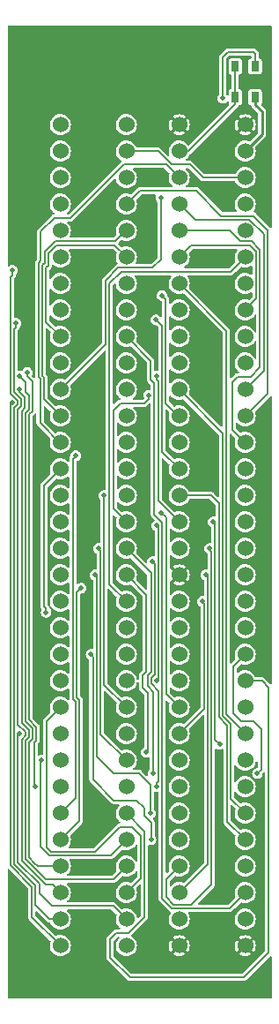
<source format=gtl>
G04 #@! TF.GenerationSoftware,KiCad,Pcbnew,7.0.8*
G04 #@! TF.CreationDate,2023-12-16T13:01:39-05:00*
G04 #@! TF.ProjectId,genesis-umd,67656e65-7369-4732-9d75-6d642e6b6963,3.0*
G04 #@! TF.SameCoordinates,Original*
G04 #@! TF.FileFunction,Copper,L1,Top*
G04 #@! TF.FilePolarity,Positive*
%FSLAX46Y46*%
G04 Gerber Fmt 4.6, Leading zero omitted, Abs format (unit mm)*
G04 Created by KiCad (PCBNEW 7.0.8) date 2023-12-16 13:01:39*
%MOMM*%
%LPD*%
G01*
G04 APERTURE LIST*
G04 #@! TA.AperFunction,ComponentPad*
%ADD10C,1.524000*%
G04 #@! TD*
G04 #@! TA.AperFunction,SMDPad,CuDef*
%ADD11R,0.800000X1.000000*%
G04 #@! TD*
G04 #@! TA.AperFunction,ViaPad*
%ADD12C,0.508000*%
G04 #@! TD*
G04 #@! TA.AperFunction,Conductor*
%ADD13C,0.177800*%
G04 #@! TD*
G04 #@! TA.AperFunction,Conductor*
%ADD14C,0.254000*%
G04 #@! TD*
G04 APERTURE END LIST*
D10*
X147320000Y-66040000D03*
X147320000Y-68580000D03*
X147320000Y-71120000D03*
X147320000Y-73660000D03*
X147320000Y-76200000D03*
X147320000Y-78740000D03*
X147320000Y-81280000D03*
X147320000Y-83820000D03*
X147320000Y-86360000D03*
X147320000Y-88900000D03*
X147320000Y-91440000D03*
X147320000Y-93980000D03*
X147320000Y-96520000D03*
X147320000Y-99060000D03*
X147320000Y-101600000D03*
X147320000Y-104140000D03*
X147320000Y-106680000D03*
X147320000Y-109220000D03*
X147320000Y-111760000D03*
X147320000Y-114300000D03*
X147320000Y-116840000D03*
X147320000Y-119380000D03*
X147320000Y-121920000D03*
X147320000Y-124460000D03*
X147320000Y-127000000D03*
X147320000Y-129540000D03*
X147320000Y-132080000D03*
X147320000Y-134620000D03*
X147320000Y-137160000D03*
X147320000Y-139700000D03*
X147320000Y-142240000D03*
X147320000Y-144780000D03*
X142240000Y-66040000D03*
X142240000Y-68580000D03*
X142240000Y-71120000D03*
X142240000Y-73660000D03*
X142240000Y-76200000D03*
X142240000Y-78740000D03*
X142240000Y-81280000D03*
X142240000Y-83820000D03*
X142240000Y-86360000D03*
X142240000Y-88900000D03*
X142240000Y-91440000D03*
X142240000Y-93980000D03*
X142240000Y-96520000D03*
X142240000Y-99060000D03*
X142240000Y-101600000D03*
X142240000Y-104140000D03*
X142240000Y-106680000D03*
X142240000Y-109220000D03*
X142240000Y-111760000D03*
X142240000Y-114300000D03*
X142240000Y-116840000D03*
X142240000Y-119380000D03*
X142240000Y-121920000D03*
X142240000Y-124460000D03*
X142240000Y-127000000D03*
X142240000Y-129540000D03*
X142240000Y-132080000D03*
X142240000Y-134620000D03*
X142240000Y-137160000D03*
X142240000Y-139700000D03*
X142240000Y-142240000D03*
X142240000Y-144780000D03*
D11*
X152720000Y-63373000D03*
X154620000Y-63373000D03*
X152720000Y-60452000D03*
X154620000Y-60452000D03*
D10*
X135890000Y-66040000D03*
X135890000Y-68580000D03*
X135890000Y-71120000D03*
X135890000Y-73660000D03*
X135890000Y-76200000D03*
X135890000Y-78740000D03*
X135890000Y-81280000D03*
X135890000Y-83820000D03*
X135890000Y-86360000D03*
X135890000Y-88900000D03*
X135890000Y-91440000D03*
X135890000Y-93980000D03*
X135890000Y-96520000D03*
X135890000Y-99060000D03*
X135890000Y-101600000D03*
X135890000Y-104140000D03*
X135890000Y-106680000D03*
X135890000Y-109220000D03*
X135890000Y-111760000D03*
X135890000Y-114300000D03*
X135890000Y-116840000D03*
X135890000Y-119380000D03*
X135890000Y-121920000D03*
X135890000Y-124460000D03*
X135890000Y-127000000D03*
X135890000Y-129540000D03*
X135890000Y-132080000D03*
X135890000Y-134620000D03*
X135890000Y-137160000D03*
X135890000Y-139700000D03*
X135890000Y-142240000D03*
X135890000Y-144780000D03*
X153670000Y-144780000D03*
X153670000Y-142240000D03*
X153670000Y-139700000D03*
X153670000Y-137160000D03*
X153670000Y-134620000D03*
X153670000Y-132080000D03*
X153670000Y-129540000D03*
X153670000Y-127000000D03*
X153670000Y-124460000D03*
X153670000Y-121920000D03*
X153670000Y-119380000D03*
X153670000Y-116840000D03*
X153670000Y-114300000D03*
X153670000Y-111760000D03*
X153670000Y-109220000D03*
X153670000Y-106680000D03*
X153670000Y-104140000D03*
X153670000Y-101600000D03*
X153670000Y-99060000D03*
X153670000Y-96520000D03*
X153670000Y-93980000D03*
X153670000Y-91440000D03*
X153670000Y-88900000D03*
X153670000Y-86360000D03*
X153670000Y-83820000D03*
X153670000Y-81280000D03*
X153670000Y-78740000D03*
X153670000Y-76200000D03*
X153670000Y-73660000D03*
X153670000Y-71120000D03*
X153670000Y-68580000D03*
X153670000Y-66040000D03*
D12*
X139065000Y-76200000D03*
X139065000Y-78867000D03*
X150749000Y-78740000D03*
X150749000Y-81280000D03*
X144780000Y-81280000D03*
X144018000Y-95123000D03*
X132334000Y-148336000D03*
X155575000Y-95123000D03*
X155702000Y-115951000D03*
X138811000Y-139700000D03*
X138811000Y-137160000D03*
X138811000Y-134239000D03*
X146710400Y-59817000D03*
X134035800Y-127000000D03*
X145669000Y-82423000D03*
X145093083Y-84747090D03*
X131978400Y-91440000D03*
X145542000Y-73025000D03*
X151511000Y-63500000D03*
X134518400Y-112801400D03*
X140081000Y-101600000D03*
X144754600Y-107950000D03*
X145161000Y-129540000D03*
X139547600Y-106680000D03*
X139192000Y-109220000D03*
X144551400Y-132080000D03*
X144602200Y-134620000D03*
X138836400Y-116840000D03*
X133451600Y-129540000D03*
X132689600Y-89789000D03*
X137363200Y-97790000D03*
X137896600Y-110464600D03*
X131978400Y-90170000D03*
X131622800Y-85090000D03*
X131267200Y-80010000D03*
X131241954Y-92684763D03*
X144818100Y-128270000D03*
X154838400Y-128270000D03*
X149529800Y-111760000D03*
X149885400Y-109194600D03*
X150241000Y-106680000D03*
X151207339Y-125451589D03*
X150596600Y-104140000D03*
X145135600Y-104470200D03*
X145161000Y-119380000D03*
X145567400Y-103225600D03*
X144399000Y-91973400D03*
X145135600Y-90144600D03*
X131968449Y-124449846D03*
X144145000Y-126238000D03*
D13*
X133985000Y-135300709D02*
X133985000Y-127050800D01*
X133985000Y-127050800D02*
X134035800Y-127000000D01*
X140766789Y-136118611D02*
X134802902Y-136118611D01*
X134802902Y-136118611D02*
X133985000Y-135300709D01*
X142265400Y-134620000D02*
X140766789Y-136118611D01*
X146011912Y-82765912D02*
X145669000Y-82423000D01*
X146011912Y-92748112D02*
X146011912Y-82765912D01*
X147294600Y-94030800D02*
X146011912Y-92748112D01*
X134505688Y-79768712D02*
X134721622Y-79552778D01*
X134505688Y-84975688D02*
X134505688Y-79768712D01*
X135890000Y-86360000D02*
X134505688Y-84975688D01*
X134721622Y-79552778D02*
X134721622Y-78385900D01*
X134721622Y-78385900D02*
X135485122Y-77622400D01*
X135485122Y-77622400D02*
X141122400Y-77622400D01*
X141122400Y-77622400D02*
X142240000Y-78740000D01*
X145656301Y-97396301D02*
X145656301Y-85310308D01*
X145656301Y-85310308D02*
X145093083Y-84747090D01*
X147320000Y-99060000D02*
X145656301Y-97396301D01*
X140208000Y-81026000D02*
X141465299Y-79768701D01*
X152019000Y-59055000D02*
X154432000Y-59055000D01*
X132867400Y-124104400D02*
X132867400Y-124790200D01*
X154620000Y-59243000D02*
X154620000Y-60452000D01*
X132156210Y-93517698D02*
X132156210Y-123393210D01*
X151511000Y-59563000D02*
X152019000Y-59055000D01*
X151511000Y-63500000D02*
X151511000Y-59563000D01*
X135890000Y-91440000D02*
X140208000Y-87122000D01*
X132486407Y-92186792D02*
X132486409Y-93187499D01*
X132156210Y-123393210D02*
X132867400Y-124104400D01*
X131978400Y-91440000D02*
X131978400Y-91678784D01*
X145542000Y-78994000D02*
X145542000Y-73025000D01*
X140970000Y-138430000D02*
X142240000Y-137160000D01*
X141465299Y-79768701D02*
X144767299Y-79768701D01*
X132511809Y-136474209D02*
X134467600Y-138430000D01*
X144767299Y-79768701D02*
X145542000Y-78994000D01*
X131978400Y-91678784D02*
X132486407Y-92186792D01*
X140208000Y-87122000D02*
X140208000Y-81026000D01*
X154432000Y-59055000D02*
X154620000Y-59243000D01*
X132867400Y-124790200D02*
X132511809Y-125145791D01*
X134467600Y-138430000D02*
X140970000Y-138430000D01*
X132511809Y-125145791D02*
X132511809Y-136474209D01*
X132486409Y-93187499D02*
X132156210Y-93517698D01*
X141135099Y-77228701D02*
X142189200Y-76174600D01*
X134150077Y-90099960D02*
X134150077Y-79514734D01*
X134366011Y-79298800D02*
X134366011Y-78238602D01*
X134289833Y-90239716D02*
X134150077Y-90099960D01*
X134150077Y-79514734D02*
X134366011Y-79298800D01*
X134289833Y-92379833D02*
X134289833Y-90239716D01*
X134366011Y-78238602D02*
X135375912Y-77228701D01*
X135890000Y-93980000D02*
X134289833Y-92379833D01*
X135375912Y-77228701D02*
X141135099Y-77228701D01*
X134010400Y-79070200D02*
X134010400Y-76276200D01*
X133934222Y-94640422D02*
X133934222Y-90387014D01*
X141987522Y-69850000D02*
X146050000Y-69850000D01*
X134010400Y-76276200D02*
X135331200Y-74955400D01*
X133794466Y-79286134D02*
X134010400Y-79070200D01*
X146050000Y-69850000D02*
X147320000Y-71120000D01*
X135864600Y-96570800D02*
X133934222Y-94640422D01*
X133934222Y-90387014D02*
X133794466Y-90247258D01*
X133794466Y-90247258D02*
X133794466Y-79286134D01*
X136882122Y-74955400D02*
X141987522Y-69850000D01*
X135331200Y-74955400D02*
X136882122Y-74955400D01*
X134518400Y-112442190D02*
X134340600Y-112264390D01*
X134340600Y-100609400D02*
X135890000Y-99060000D01*
X134518400Y-112801400D02*
X134518400Y-112442190D01*
X134340600Y-112264390D02*
X134340600Y-100609400D01*
X140081000Y-101600000D02*
X140081000Y-119761000D01*
X140081000Y-119761000D02*
X142240000Y-121920000D01*
X145161000Y-129540000D02*
X145161000Y-129180790D01*
X144957800Y-108153200D02*
X144754600Y-107950000D01*
X145338800Y-129002990D02*
X145338800Y-120345200D01*
X145161000Y-129180790D02*
X145338800Y-129002990D01*
X144957800Y-118795800D02*
X144957800Y-108153200D01*
X144627600Y-119634000D02*
X144627600Y-119126000D01*
X144627600Y-119126000D02*
X144957800Y-118795800D01*
X145338800Y-120345200D02*
X144627600Y-119634000D01*
X139725400Y-106883200D02*
X139725400Y-124485400D01*
X139547600Y-106680000D02*
X139547600Y-106705400D01*
X139547600Y-106705400D02*
X139725400Y-106883200D01*
X139725400Y-124485400D02*
X142240000Y-127000000D01*
X143484600Y-128270000D02*
X144551400Y-129336800D01*
X139192000Y-109220000D02*
X139369800Y-109397800D01*
X139369800Y-110464600D02*
X139369800Y-126619000D01*
X139369800Y-109397800D02*
X139369800Y-110464600D01*
X141020800Y-128270000D02*
X143484600Y-128270000D01*
X139369800Y-126619000D02*
X141020800Y-128270000D01*
X144551400Y-129336800D02*
X144551400Y-132080000D01*
X141020800Y-130835400D02*
X143230600Y-130835400D01*
X139014200Y-128828800D02*
X141020800Y-130835400D01*
X143967200Y-132308600D02*
X144602200Y-132943600D01*
X138836400Y-116865400D02*
X139014200Y-117043200D01*
X144602200Y-132943600D02*
X144602200Y-134620000D01*
X143230600Y-130835400D02*
X143967200Y-131572000D01*
X143967200Y-131572000D02*
X143967200Y-132308600D01*
X139014200Y-117043200D02*
X139014200Y-128828800D01*
X138836400Y-116840000D02*
X138836400Y-116865400D01*
X133197626Y-90656236D02*
X133041590Y-90500200D01*
X132867430Y-123098614D02*
X132867430Y-93822478D01*
X132689600Y-89789000D02*
X132689600Y-90148210D01*
X133578619Y-123809803D02*
X132867430Y-123098614D01*
X133197626Y-93492282D02*
X133197626Y-90656236D01*
X133578600Y-125084816D02*
X133578618Y-125084796D01*
X133388599Y-129476999D02*
X133388599Y-125274815D01*
X133578618Y-125084796D02*
X133578619Y-123809803D01*
X132689600Y-90148210D02*
X133041590Y-90500200D01*
X133388599Y-125274815D02*
X133578618Y-125084796D01*
X132867430Y-93822478D02*
X133197626Y-93492282D01*
X133451600Y-129540000D02*
X133388599Y-129476999D01*
X137083789Y-121088402D02*
X137337789Y-121342402D01*
X137083789Y-98069411D02*
X137083789Y-121088402D01*
X137337789Y-130632211D02*
X135890000Y-132080000D01*
X137363200Y-97790000D02*
X137083789Y-98069411D01*
X137337789Y-121342402D02*
X137337789Y-130632211D01*
X137693400Y-132816600D02*
X137693400Y-121195104D01*
X137693400Y-121195104D02*
X137439400Y-120941104D01*
X137439400Y-120941104D02*
X137439400Y-110921800D01*
X135890000Y-134620000D02*
X137693400Y-132816600D01*
X137439400Y-110921800D02*
X137896600Y-110464600D01*
X132842016Y-93344984D02*
X132842016Y-92039494D01*
X132842016Y-92039494D02*
X132510669Y-91708146D01*
X133421108Y-136880600D02*
X133421108Y-136875508D01*
X132867419Y-136321819D02*
X132867419Y-125293089D01*
X133223010Y-123957102D02*
X132511820Y-123245912D01*
X132867419Y-125293089D02*
X133223009Y-124937499D01*
X133700508Y-137160000D02*
X133421108Y-136880600D01*
X132511820Y-123245912D02*
X132511820Y-93675180D01*
X133223009Y-124937499D02*
X133223010Y-123957102D01*
X132511820Y-93675180D02*
X132842016Y-93344984D01*
X133421108Y-136875508D02*
X132867419Y-136321819D01*
X132510669Y-90702269D02*
X131978400Y-90170000D01*
X132510669Y-91708146D02*
X132510669Y-90702269D01*
X135890000Y-137160000D02*
X133700508Y-137160000D01*
X132511789Y-124256789D02*
X131800600Y-123545600D01*
X135890000Y-139700000D02*
X135128001Y-138938001D01*
X134467601Y-138938001D02*
X132156199Y-136626599D01*
X131800600Y-123545600D02*
X131800600Y-93370400D01*
X131445010Y-85627000D02*
X131622800Y-85449210D01*
X135128001Y-138938001D02*
X134467601Y-138938001D01*
X131622800Y-85449210D02*
X131622800Y-85090000D01*
X132130800Y-93040200D02*
X132130798Y-92334090D01*
X131445010Y-91648302D02*
X131445010Y-85627000D01*
X132156199Y-136626599D02*
X132156199Y-124998493D01*
X131800600Y-93370400D02*
X132130800Y-93040200D01*
X132130798Y-92334090D02*
X131445010Y-91648302D01*
X132511789Y-124642903D02*
X132511789Y-124256789D01*
X132156199Y-124998493D02*
X132511789Y-124642903D01*
X131089400Y-80645000D02*
X131267200Y-80467200D01*
X131444978Y-93223114D02*
X131775189Y-92892903D01*
X131775189Y-92892903D02*
X131775189Y-92481389D01*
X131267200Y-80467200D02*
X131267200Y-80010000D01*
X131775189Y-92481389D02*
X131089400Y-91795600D01*
X133502387Y-138988787D02*
X131444978Y-136931378D01*
X131089400Y-91795600D02*
X131089400Y-80645000D01*
X134853692Y-142214600D02*
X133502387Y-140863295D01*
X133502387Y-140863295D02*
X133502387Y-138988787D01*
X131444978Y-136931378D02*
X131444978Y-93223114D01*
X135839200Y-142214600D02*
X134853692Y-142214600D01*
X135890000Y-144780000D02*
X133146776Y-142036776D01*
X131089367Y-92837350D02*
X131241954Y-92684763D01*
X133146776Y-139136085D02*
X131089367Y-137078676D01*
X131089367Y-137078676D02*
X131089367Y-92837350D01*
X133146776Y-142036776D02*
X133146776Y-139136085D01*
X144932400Y-90855800D02*
X144932400Y-103403400D01*
X144576800Y-90500200D02*
X144932400Y-90855800D01*
X146588502Y-141173211D02*
X152196789Y-141173211D01*
X144932400Y-103403400D02*
X145694400Y-104165400D01*
X145694400Y-104165400D02*
X145694400Y-140279109D01*
X152196789Y-141173211D02*
X153670000Y-139700000D01*
X144576800Y-88696800D02*
X144576800Y-90500200D01*
X145694400Y-140279109D02*
X146588502Y-141173211D01*
X142240000Y-86360000D02*
X144576800Y-88696800D01*
X151130000Y-122859800D02*
X151917400Y-123647200D01*
X151917400Y-132867400D02*
X153670000Y-134620000D01*
X150393400Y-101600000D02*
X151130000Y-102336600D01*
X151917400Y-123647200D02*
X151917400Y-132867400D01*
X147320000Y-101600000D02*
X150393400Y-101600000D01*
X151130000Y-102336600D02*
X151130000Y-122859800D01*
X151485611Y-95605611D02*
X151485611Y-122712503D01*
X147320000Y-91440000D02*
X151485611Y-95605611D01*
X152273011Y-123499902D02*
X152273011Y-130683011D01*
X151485611Y-122712503D02*
X152273011Y-123499902D01*
X152273011Y-130683011D02*
X153670000Y-132080000D01*
X144818100Y-120434100D02*
X144271990Y-119887990D01*
X144602190Y-118541810D02*
X144602190Y-109042190D01*
X153593800Y-129489200D02*
X153644600Y-129489200D01*
X144818100Y-128270000D02*
X144818100Y-120434100D01*
X144271990Y-119887990D02*
X144271990Y-118872010D01*
X144271990Y-118872010D02*
X144602190Y-118541810D01*
X144602190Y-109042190D02*
X142240000Y-106680000D01*
X151841222Y-122565206D02*
X153670000Y-124393984D01*
X153670000Y-124393984D02*
X153670000Y-124460000D01*
X151841222Y-85801222D02*
X151841222Y-122565206D01*
X147320000Y-81280000D02*
X151841222Y-85801222D01*
X140639800Y-145897600D02*
X140639800Y-144170400D01*
X153517600Y-147828000D02*
X142570200Y-147828000D01*
X143992600Y-133832600D02*
X142240000Y-132080000D01*
X141274800Y-143535400D02*
X142467078Y-143535400D01*
X143992600Y-142009878D02*
X143992600Y-133832600D01*
X142467078Y-143535400D02*
X143992600Y-142009878D01*
X142570200Y-147828000D02*
X140639800Y-145897600D01*
X140639800Y-144170400D02*
X141274800Y-143535400D01*
X155905200Y-145440400D02*
X153517600Y-147828000D01*
X153670000Y-119380000D02*
X155270200Y-119380000D01*
X155905200Y-120015000D02*
X155905200Y-145440400D01*
X155270200Y-119380000D02*
X155905200Y-120015000D01*
X154838400Y-128270000D02*
X155194000Y-127914400D01*
X155194000Y-127914400D02*
X155194000Y-123977400D01*
X153314400Y-123215400D02*
X152552400Y-122453400D01*
X154432000Y-123215400D02*
X153314400Y-123215400D01*
X152552400Y-122453400D02*
X152552400Y-117957600D01*
X155194000Y-123977400D02*
X154432000Y-123215400D01*
X152552400Y-117957600D02*
X153670000Y-116840000D01*
X149707600Y-111963200D02*
X149707600Y-122072400D01*
X149707600Y-122072400D02*
X147320000Y-124460000D01*
X149529800Y-111785400D02*
X149707600Y-111963200D01*
X149529800Y-111760000D02*
X149529800Y-111785400D01*
X149885400Y-109194600D02*
X150063200Y-109372400D01*
X150063200Y-136956800D02*
X147320000Y-139700000D01*
X150063200Y-109372400D02*
X150063200Y-136956800D01*
X150418800Y-106959400D02*
X150241000Y-106781600D01*
X146050000Y-140131800D02*
X146735800Y-140817600D01*
X148488400Y-140817600D02*
X150418800Y-138887200D01*
X146735800Y-140817600D02*
X148488400Y-140817600D01*
X150418800Y-138887200D02*
X150418800Y-106959400D01*
X146050000Y-138430000D02*
X146050000Y-140131800D01*
X147320000Y-137160000D02*
X146050000Y-138430000D01*
X150241000Y-106781600D02*
X150241000Y-106680000D01*
X150774400Y-125018650D02*
X151207339Y-125451589D01*
X150774400Y-104317800D02*
X150774400Y-125018650D01*
X150596600Y-104140000D02*
X150774400Y-104317800D01*
X145313400Y-119227600D02*
X145161000Y-119380000D01*
X145313400Y-104648000D02*
X145313400Y-119227600D01*
X145135600Y-104470200D02*
X145313400Y-104648000D01*
X146050000Y-120650000D02*
X146050000Y-103708200D01*
X147320000Y-121920000D02*
X146050000Y-120650000D01*
X146050000Y-103708200D02*
X145567400Y-103225600D01*
X155092400Y-89306400D02*
X154203400Y-90195400D01*
X152933400Y-90195400D02*
X152400000Y-90728800D01*
X153176223Y-77228701D02*
X154266901Y-77228701D01*
X147320000Y-76200000D02*
X152147522Y-76200000D01*
X152400000Y-90728800D02*
X152400000Y-95275400D01*
X152147522Y-76200000D02*
X153176223Y-77228701D01*
X154203400Y-90195400D02*
X152933400Y-90195400D01*
X152400000Y-95275400D02*
X153695400Y-96570800D01*
X155092400Y-78054200D02*
X155092400Y-89306400D01*
X154266901Y-77228701D02*
X155092400Y-78054200D01*
X153670000Y-93980000D02*
X155829020Y-91820980D01*
X151358600Y-74777600D02*
X148971000Y-72390000D01*
X155829020Y-91820980D02*
X155829020Y-76149220D01*
X154457400Y-74777600D02*
X151358600Y-74777600D01*
X143535400Y-72390000D02*
X142265400Y-73660000D01*
X155829020Y-76149220D02*
X154457400Y-74777600D01*
X148971000Y-72390000D02*
X143535400Y-72390000D01*
X155473409Y-76525118D02*
X154081502Y-75133211D01*
X148894811Y-75133211D02*
X147447000Y-73685400D01*
X155473409Y-89636591D02*
X155473409Y-76525118D01*
X147447000Y-73685400D02*
X147421600Y-73685400D01*
X154081502Y-75133211D02*
X148894811Y-75133211D01*
X153670000Y-91440000D02*
X155473409Y-89636591D01*
X144399000Y-92332610D02*
X143996210Y-92735400D01*
X140970000Y-102870000D02*
X142240000Y-104140000D01*
X140970000Y-93421200D02*
X140970000Y-102870000D01*
X144399000Y-91973400D02*
X144399000Y-92332610D01*
X141655800Y-92735400D02*
X140970000Y-93421200D01*
X143996210Y-92735400D02*
X141655800Y-92735400D01*
X145288000Y-90656210D02*
X145288000Y-102108000D01*
X145135600Y-90144600D02*
X145135600Y-90503810D01*
X145135600Y-90503810D02*
X145288000Y-90656210D01*
X145288000Y-102108000D02*
X147320000Y-104140000D01*
X154698701Y-82715099D02*
X153568400Y-83845400D01*
X147320000Y-78740000D02*
X148475688Y-77584312D01*
X154119604Y-77584312D02*
X154698701Y-78163409D01*
X154698701Y-78163409D02*
X154698701Y-82715099D01*
X148475688Y-77584312D02*
X154119604Y-77584312D01*
X140970000Y-140970000D02*
X135102598Y-140970000D01*
X131800589Y-136773898D02*
X131800589Y-124617706D01*
X131800589Y-124617706D02*
X131968449Y-124449846D01*
X133857998Y-139725400D02*
X133857998Y-138831306D01*
X135102598Y-140970000D02*
X133857998Y-139725400D01*
X142240000Y-142240000D02*
X140970000Y-140970000D01*
X133857998Y-138831306D02*
X131800589Y-136773898D01*
X142240000Y-68580000D02*
X144526000Y-68580000D01*
X148336000Y-69850000D02*
X146552908Y-69850000D01*
X144526000Y-68580000D02*
X144780000Y-68580000D01*
X153670000Y-71120000D02*
X149606000Y-71120000D01*
X145282908Y-68580000D02*
X144526000Y-68580000D01*
X149606000Y-71120000D02*
X148336000Y-69850000D01*
X146552908Y-69850000D02*
X145282908Y-68580000D01*
X144145000Y-111125000D02*
X144145000Y-118491000D01*
X143764000Y-118872000D02*
X143764000Y-120015000D01*
X142240000Y-109220000D02*
X144145000Y-111125000D01*
X144272000Y-126111000D02*
X144145000Y-126238000D01*
X144145000Y-118491000D02*
X143764000Y-118872000D01*
X144272000Y-120523000D02*
X144272000Y-126111000D01*
X143764000Y-120015000D02*
X144272000Y-120523000D01*
X139242800Y-135763000D02*
X134975600Y-135763000D01*
X142798800Y-133375400D02*
X141630400Y-133375400D01*
X134975600Y-135763000D02*
X134556001Y-135343401D01*
X141630400Y-133375400D02*
X139242800Y-135763000D01*
X134556001Y-135343401D02*
X134556001Y-123253999D01*
X143636989Y-138303011D02*
X143636989Y-134213589D01*
X142240000Y-139700000D02*
X143636989Y-138303011D01*
X143636989Y-134213589D02*
X142798800Y-133375400D01*
X134556001Y-123253999D02*
X135890000Y-121920000D01*
D14*
X155274000Y-66976000D02*
X155274000Y-64781000D01*
X154620000Y-64127000D02*
X154620000Y-63373000D01*
X155274000Y-64781000D02*
X154620000Y-64127000D01*
X153670000Y-68580000D02*
X155274000Y-66976000D01*
D13*
X148190800Y-68580000D02*
X147320000Y-68580000D01*
X152720000Y-64050800D02*
X148190800Y-68580000D01*
X152720000Y-63180000D02*
X152720000Y-60452000D01*
X152720000Y-63373000D02*
X152720000Y-64050800D01*
X140614391Y-81249518D02*
X140614391Y-110134391D01*
X153670000Y-78740000D02*
X152285688Y-80124312D01*
X141739597Y-80124312D02*
X140614391Y-81249518D01*
X140614391Y-110134391D02*
X142240000Y-111760000D01*
X152285688Y-80124312D02*
X141739597Y-80124312D01*
G04 #@! TA.AperFunction,Conductor*
G36*
X130941850Y-137421036D02*
G01*
X130960055Y-137435005D01*
X132777631Y-139252581D01*
X132803042Y-139307075D01*
X132803376Y-139314736D01*
X132803376Y-142019876D01*
X132803209Y-142023690D01*
X132801759Y-142040269D01*
X132799405Y-142067165D01*
X132799405Y-142067167D01*
X132810698Y-142109314D01*
X132811528Y-142113057D01*
X132819107Y-142156037D01*
X132820992Y-142159301D01*
X132829771Y-142180493D01*
X132830749Y-142184144D01*
X132855779Y-142219889D01*
X132857840Y-142223124D01*
X132879660Y-142260915D01*
X132913074Y-142288953D01*
X132915902Y-142291544D01*
X134924706Y-144300347D01*
X134950117Y-144354841D01*
X134946666Y-144388018D01*
X134888209Y-144580724D01*
X134888208Y-144580729D01*
X134888208Y-144580731D01*
X134868582Y-144780000D01*
X134888208Y-144979269D01*
X134946333Y-145170880D01*
X135040722Y-145347469D01*
X135167748Y-145502252D01*
X135322531Y-145629278D01*
X135499120Y-145723667D01*
X135690731Y-145781792D01*
X135890000Y-145801418D01*
X136089269Y-145781792D01*
X136280880Y-145723667D01*
X136457469Y-145629278D01*
X136612252Y-145502252D01*
X136739278Y-145347469D01*
X136833667Y-145170880D01*
X136891792Y-144979269D01*
X136911418Y-144780000D01*
X136891792Y-144580731D01*
X136833667Y-144389120D01*
X136739278Y-144212531D01*
X136612252Y-144057748D01*
X136457469Y-143930722D01*
X136280880Y-143836333D01*
X136168398Y-143802211D01*
X136089273Y-143778209D01*
X136089271Y-143778208D01*
X136089269Y-143778208D01*
X135890000Y-143758582D01*
X135690731Y-143778208D01*
X135690729Y-143778208D01*
X135690724Y-143778209D01*
X135498018Y-143836666D01*
X135437980Y-143833388D01*
X135410347Y-143814706D01*
X133515921Y-141920280D01*
X133490510Y-141865786D01*
X133490176Y-141858125D01*
X133490176Y-141548935D01*
X133510741Y-141492434D01*
X133562812Y-141462370D01*
X133622026Y-141472811D01*
X133640231Y-141486780D01*
X134598924Y-142445474D01*
X134601515Y-142448302D01*
X134629553Y-142481717D01*
X134667342Y-142503534D01*
X134670577Y-142505595D01*
X134706326Y-142530627D01*
X134709968Y-142531602D01*
X134731166Y-142540383D01*
X134734431Y-142542268D01*
X134777401Y-142549844D01*
X134781147Y-142550675D01*
X134794749Y-142554319D01*
X134823301Y-142561970D01*
X134846336Y-142559954D01*
X134851720Y-142559484D01*
X134909799Y-142575045D01*
X134943497Y-142621532D01*
X134946333Y-142630880D01*
X135040722Y-142807469D01*
X135167748Y-142962252D01*
X135322531Y-143089278D01*
X135499120Y-143183667D01*
X135690731Y-143241792D01*
X135890000Y-143261418D01*
X136089269Y-143241792D01*
X136280880Y-143183667D01*
X136457469Y-143089278D01*
X136612252Y-142962252D01*
X136739278Y-142807469D01*
X136833667Y-142630880D01*
X136891792Y-142439269D01*
X136911418Y-142240000D01*
X136891792Y-142040731D01*
X136833667Y-141849120D01*
X136739278Y-141672531D01*
X136612252Y-141517748D01*
X136553152Y-141469246D01*
X136522523Y-141417508D01*
X136532317Y-141358184D01*
X136577953Y-141319034D01*
X136608916Y-141313400D01*
X140791349Y-141313400D01*
X140847850Y-141333965D01*
X140853504Y-141339145D01*
X141274706Y-141760347D01*
X141300117Y-141814841D01*
X141296666Y-141848018D01*
X141238209Y-142040724D01*
X141238208Y-142040729D01*
X141238208Y-142040731D01*
X141218582Y-142240000D01*
X141238208Y-142439269D01*
X141238208Y-142439271D01*
X141238209Y-142439273D01*
X141257703Y-142503534D01*
X141296333Y-142630880D01*
X141390722Y-142807469D01*
X141517748Y-142962252D01*
X141607797Y-143036153D01*
X141638427Y-143087893D01*
X141628633Y-143147217D01*
X141582997Y-143186366D01*
X141552034Y-143192000D01*
X141291701Y-143192000D01*
X141287886Y-143191833D01*
X141270159Y-143190282D01*
X141244412Y-143188029D01*
X141244407Y-143188030D01*
X141202259Y-143199323D01*
X141198515Y-143200153D01*
X141155539Y-143207731D01*
X141155538Y-143207731D01*
X141152271Y-143209618D01*
X141131076Y-143218397D01*
X141127433Y-143219373D01*
X141091679Y-143244408D01*
X141088445Y-143246468D01*
X141050663Y-143268282D01*
X141050660Y-143268285D01*
X141022622Y-143301698D01*
X141020031Y-143304525D01*
X140408929Y-143915628D01*
X140406101Y-143918218D01*
X140372685Y-143946259D01*
X140372683Y-143946261D01*
X140350867Y-143984046D01*
X140348808Y-143987278D01*
X140323772Y-144023034D01*
X140323772Y-144023036D01*
X140322793Y-144026688D01*
X140314021Y-144047867D01*
X140312133Y-144051137D01*
X140312131Y-144051143D01*
X140304552Y-144094117D01*
X140303723Y-144097859D01*
X140292429Y-144140011D01*
X140294496Y-144163629D01*
X140296233Y-144183486D01*
X140296400Y-144187298D01*
X140296400Y-145880700D01*
X140296233Y-145884514D01*
X140294682Y-145902241D01*
X140292429Y-145927989D01*
X140292429Y-145927991D01*
X140303722Y-145970138D01*
X140304552Y-145973881D01*
X140312131Y-146016861D01*
X140314016Y-146020125D01*
X140322795Y-146041317D01*
X140323773Y-146044968D01*
X140348803Y-146080713D01*
X140350864Y-146083948D01*
X140372684Y-146121739D01*
X140406098Y-146149777D01*
X140408926Y-146152368D01*
X142315432Y-148058874D01*
X142318023Y-148061702D01*
X142346061Y-148095117D01*
X142383850Y-148116934D01*
X142387085Y-148118995D01*
X142422834Y-148144027D01*
X142426476Y-148145002D01*
X142447674Y-148153783D01*
X142450939Y-148155668D01*
X142493909Y-148163244D01*
X142497655Y-148164075D01*
X142515466Y-148168846D01*
X142539809Y-148175370D01*
X142576996Y-148172116D01*
X142583282Y-148171567D01*
X142587114Y-148171400D01*
X153500700Y-148171400D01*
X153504514Y-148171566D01*
X153540254Y-148174693D01*
X153547989Y-148175370D01*
X153547989Y-148175369D01*
X153547991Y-148175370D01*
X153590149Y-148164072D01*
X153593871Y-148163247D01*
X153636861Y-148155668D01*
X153640120Y-148153785D01*
X153661327Y-148145002D01*
X153661332Y-148145000D01*
X153664966Y-148144027D01*
X153700727Y-148118985D01*
X153703936Y-148116940D01*
X153741738Y-148095117D01*
X153769783Y-148061693D01*
X153772369Y-148058871D01*
X156059945Y-145771294D01*
X156114439Y-145745883D01*
X156172517Y-145761446D01*
X156207005Y-145810699D01*
X156210000Y-145833449D01*
X156210000Y-149772100D01*
X156189435Y-149828601D01*
X156137364Y-149858665D01*
X156122100Y-149860000D01*
X130897900Y-149860000D01*
X130841399Y-149839435D01*
X130811335Y-149787364D01*
X130810000Y-149772100D01*
X130810000Y-137497160D01*
X130830565Y-137440659D01*
X130882636Y-137410595D01*
X130941850Y-137421036D01*
G37*
G04 #@! TD.AperFunction*
G04 #@! TA.AperFunction,Conductor*
G36*
X150894050Y-125854822D02*
G01*
X150897583Y-125856975D01*
X150993928Y-125918893D01*
X151089487Y-125946952D01*
X151134223Y-125960088D01*
X151134226Y-125960088D01*
X151134228Y-125960089D01*
X151134229Y-125960089D01*
X151280449Y-125960089D01*
X151280450Y-125960089D01*
X151280452Y-125960088D01*
X151280454Y-125960088D01*
X151297130Y-125955191D01*
X151420750Y-125918893D01*
X151438577Y-125907435D01*
X151497227Y-125894189D01*
X151550670Y-125921741D01*
X151573900Y-125977199D01*
X151574000Y-125981382D01*
X151574000Y-132850500D01*
X151573833Y-132854314D01*
X151572282Y-132872041D01*
X151570029Y-132897789D01*
X151570029Y-132897791D01*
X151581322Y-132939938D01*
X151582152Y-132943681D01*
X151589731Y-132986661D01*
X151591616Y-132989925D01*
X151600395Y-133011117D01*
X151601373Y-133014768D01*
X151626403Y-133050513D01*
X151628464Y-133053748D01*
X151650284Y-133091539D01*
X151683698Y-133119577D01*
X151686526Y-133122168D01*
X152704706Y-134140347D01*
X152730117Y-134194841D01*
X152726666Y-134228018D01*
X152668209Y-134420724D01*
X152668208Y-134420729D01*
X152668208Y-134420731D01*
X152648582Y-134620000D01*
X152668208Y-134819269D01*
X152726333Y-135010880D01*
X152820722Y-135187469D01*
X152947748Y-135342252D01*
X153102531Y-135469278D01*
X153279120Y-135563667D01*
X153470731Y-135621792D01*
X153670000Y-135641418D01*
X153869269Y-135621792D01*
X154060880Y-135563667D01*
X154237469Y-135469278D01*
X154392252Y-135342252D01*
X154519278Y-135187469D01*
X154613667Y-135010880D01*
X154671792Y-134819269D01*
X154691418Y-134620000D01*
X154671792Y-134420731D01*
X154613667Y-134229120D01*
X154519278Y-134052531D01*
X154392252Y-133897748D01*
X154237469Y-133770722D01*
X154060880Y-133676333D01*
X153948398Y-133642211D01*
X153869273Y-133618209D01*
X153869271Y-133618208D01*
X153869269Y-133618208D01*
X153670000Y-133598582D01*
X153470731Y-133618208D01*
X153470729Y-133618208D01*
X153470724Y-133618209D01*
X153278018Y-133676666D01*
X153217980Y-133673388D01*
X153190347Y-133654706D01*
X152286545Y-132750904D01*
X152261134Y-132696410D01*
X152260800Y-132688749D01*
X152260800Y-131368651D01*
X152281365Y-131312150D01*
X152333436Y-131282086D01*
X152392650Y-131292527D01*
X152410855Y-131306496D01*
X152704706Y-131600347D01*
X152730117Y-131654841D01*
X152726666Y-131688018D01*
X152668209Y-131880724D01*
X152668208Y-131880729D01*
X152668208Y-131880731D01*
X152648582Y-132080000D01*
X152668208Y-132279269D01*
X152668208Y-132279271D01*
X152668209Y-132279273D01*
X152679401Y-132316167D01*
X152726333Y-132470880D01*
X152820722Y-132647469D01*
X152947748Y-132802252D01*
X153102531Y-132929278D01*
X153279120Y-133023667D01*
X153470731Y-133081792D01*
X153670000Y-133101418D01*
X153869269Y-133081792D01*
X154060880Y-133023667D01*
X154237469Y-132929278D01*
X154392252Y-132802252D01*
X154519278Y-132647469D01*
X154613667Y-132470880D01*
X154671792Y-132279269D01*
X154691418Y-132080000D01*
X154671792Y-131880731D01*
X154613667Y-131689120D01*
X154519278Y-131512531D01*
X154392252Y-131357748D01*
X154237469Y-131230722D01*
X154060880Y-131136333D01*
X153948398Y-131102211D01*
X153869273Y-131078209D01*
X153869271Y-131078208D01*
X153869269Y-131078208D01*
X153670000Y-131058582D01*
X153470731Y-131078208D01*
X153470729Y-131078208D01*
X153470724Y-131078209D01*
X153278018Y-131136666D01*
X153217980Y-131133388D01*
X153190347Y-131114706D01*
X152642156Y-130566515D01*
X152616745Y-130512021D01*
X152616411Y-130504360D01*
X152616411Y-130076146D01*
X152636976Y-130019645D01*
X152689047Y-129989581D01*
X152748261Y-130000022D01*
X152781830Y-130034708D01*
X152820722Y-130107469D01*
X152947748Y-130262252D01*
X153102531Y-130389278D01*
X153279120Y-130483667D01*
X153470731Y-130541792D01*
X153670000Y-130561418D01*
X153869269Y-130541792D01*
X154060880Y-130483667D01*
X154237469Y-130389278D01*
X154392252Y-130262252D01*
X154519278Y-130107469D01*
X154613667Y-129930880D01*
X154671792Y-129739269D01*
X154691418Y-129540000D01*
X154671792Y-129340731D01*
X154613667Y-129149120D01*
X154519278Y-128972531D01*
X154392252Y-128817748D01*
X154237469Y-128690722D01*
X154060880Y-128596333D01*
X153900705Y-128547744D01*
X153869273Y-128538209D01*
X153869271Y-128538208D01*
X153869269Y-128538208D01*
X153670000Y-128518582D01*
X153470731Y-128538208D01*
X153470728Y-128538208D01*
X153470726Y-128538209D01*
X153279120Y-128596333D01*
X153279116Y-128596335D01*
X153102530Y-128690722D01*
X152947750Y-128817746D01*
X152947746Y-128817750D01*
X152820722Y-128972530D01*
X152781832Y-129045289D01*
X152737061Y-129085424D01*
X152676966Y-129087391D01*
X152629666Y-129050270D01*
X152616411Y-129003853D01*
X152616411Y-127536146D01*
X152636976Y-127479645D01*
X152689047Y-127449581D01*
X152748261Y-127460022D01*
X152781830Y-127494708D01*
X152820722Y-127567469D01*
X152947748Y-127722252D01*
X153102531Y-127849278D01*
X153279120Y-127943667D01*
X153470731Y-128001792D01*
X153670000Y-128021418D01*
X153869269Y-128001792D01*
X154060880Y-127943667D01*
X154237469Y-127849278D01*
X154392252Y-127722252D01*
X154519278Y-127567469D01*
X154613667Y-127390880D01*
X154671792Y-127199269D01*
X154675223Y-127164422D01*
X154701227Y-127110212D01*
X154755995Y-127085397D01*
X154813900Y-127101592D01*
X154847848Y-127151218D01*
X154850600Y-127173041D01*
X154850600Y-127673600D01*
X154830035Y-127730101D01*
X154777964Y-127760165D01*
X154769314Y-127760921D01*
X154765284Y-127761500D01*
X154624989Y-127802696D01*
X154624988Y-127802696D01*
X154501979Y-127881750D01*
X154501977Y-127881752D01*
X154406224Y-127992255D01*
X154345479Y-128125270D01*
X154324671Y-128269998D01*
X154324671Y-128270001D01*
X154345479Y-128414729D01*
X154406224Y-128547744D01*
X154448329Y-128596335D01*
X154501979Y-128658250D01*
X154624989Y-128737304D01*
X154709364Y-128762079D01*
X154765284Y-128778499D01*
X154765287Y-128778499D01*
X154765289Y-128778500D01*
X154765290Y-128778500D01*
X154911510Y-128778500D01*
X154911511Y-128778500D01*
X154911513Y-128778499D01*
X154911515Y-128778499D01*
X154943020Y-128769248D01*
X155051811Y-128737304D01*
X155174821Y-128658250D01*
X155270576Y-128547743D01*
X155331319Y-128414734D01*
X155352129Y-128270000D01*
X155352129Y-128269998D01*
X155352682Y-128266153D01*
X155377531Y-128216508D01*
X155411746Y-128182294D01*
X155466240Y-128156884D01*
X155524318Y-128172447D01*
X155558805Y-128221701D01*
X155561800Y-128244450D01*
X155561800Y-145261749D01*
X155541235Y-145318250D01*
X155536055Y-145323904D01*
X153401104Y-147458855D01*
X153346610Y-147484266D01*
X153338949Y-147484600D01*
X142748851Y-147484600D01*
X142692350Y-147464035D01*
X142686696Y-147458855D01*
X141008945Y-145781104D01*
X140983534Y-145726610D01*
X140983200Y-145718949D01*
X140983200Y-144349051D01*
X141003765Y-144292550D01*
X141008945Y-144286896D01*
X141391296Y-143904545D01*
X141445790Y-143879134D01*
X141453451Y-143878800D01*
X141490133Y-143878800D01*
X141546634Y-143899365D01*
X141576698Y-143951436D01*
X141566257Y-144010650D01*
X141545896Y-144034648D01*
X141517750Y-144057746D01*
X141517746Y-144057750D01*
X141390722Y-144212530D01*
X141296335Y-144389116D01*
X141296333Y-144389120D01*
X141238209Y-144580726D01*
X141238208Y-144580728D01*
X141238208Y-144580731D01*
X141218582Y-144780000D01*
X141238208Y-144979269D01*
X141296333Y-145170880D01*
X141390722Y-145347469D01*
X141517748Y-145502252D01*
X141672531Y-145629278D01*
X141849120Y-145723667D01*
X142040731Y-145781792D01*
X142240000Y-145801418D01*
X142439269Y-145781792D01*
X142630880Y-145723667D01*
X142807469Y-145629278D01*
X142962252Y-145502252D01*
X143089278Y-145347469D01*
X143183667Y-145170880D01*
X143241792Y-144979269D01*
X143261418Y-144780000D01*
X146299084Y-144780000D01*
X146318702Y-144979177D01*
X146376796Y-145170686D01*
X146471140Y-145347192D01*
X146517144Y-145403248D01*
X146882120Y-145038271D01*
X146932131Y-145116090D01*
X147042530Y-145211752D01*
X147059913Y-145219690D01*
X146696750Y-145582853D01*
X146752807Y-145628859D01*
X146929313Y-145723203D01*
X147120822Y-145781297D01*
X147320000Y-145800915D01*
X147519177Y-145781297D01*
X147710686Y-145723203D01*
X147887191Y-145628859D01*
X147943248Y-145582853D01*
X147580085Y-145219691D01*
X147597470Y-145211752D01*
X147707869Y-145116090D01*
X147757878Y-145038273D01*
X148122853Y-145403248D01*
X148168859Y-145347191D01*
X148263203Y-145170686D01*
X148321297Y-144979177D01*
X148340915Y-144780000D01*
X152649084Y-144780000D01*
X152668702Y-144979177D01*
X152726796Y-145170686D01*
X152821140Y-145347192D01*
X152867144Y-145403248D01*
X153232120Y-145038271D01*
X153282131Y-145116090D01*
X153392530Y-145211752D01*
X153409913Y-145219690D01*
X153046750Y-145582853D01*
X153102807Y-145628859D01*
X153279313Y-145723203D01*
X153470822Y-145781297D01*
X153670000Y-145800915D01*
X153869177Y-145781297D01*
X154060686Y-145723203D01*
X154237191Y-145628859D01*
X154293248Y-145582853D01*
X153930085Y-145219691D01*
X153947470Y-145211752D01*
X154057869Y-145116090D01*
X154107878Y-145038273D01*
X154472853Y-145403248D01*
X154518859Y-145347191D01*
X154613203Y-145170686D01*
X154671297Y-144979177D01*
X154690915Y-144780000D01*
X154671297Y-144580822D01*
X154613203Y-144389313D01*
X154518859Y-144212807D01*
X154472853Y-144156750D01*
X154107878Y-144521725D01*
X154057869Y-144443910D01*
X153947470Y-144348248D01*
X153930083Y-144340308D01*
X154293248Y-143977144D01*
X154237192Y-143931140D01*
X154060686Y-143836796D01*
X153869177Y-143778702D01*
X153670000Y-143759084D01*
X153470822Y-143778702D01*
X153279313Y-143836796D01*
X153102808Y-143931139D01*
X153046750Y-143977144D01*
X153409914Y-144340308D01*
X153392530Y-144348248D01*
X153282131Y-144443910D01*
X153232121Y-144521727D01*
X152867144Y-144156750D01*
X152821139Y-144212808D01*
X152726796Y-144389313D01*
X152668702Y-144580822D01*
X152649084Y-144780000D01*
X148340915Y-144780000D01*
X148321297Y-144580822D01*
X148263203Y-144389313D01*
X148168859Y-144212807D01*
X148122853Y-144156750D01*
X147757878Y-144521725D01*
X147707869Y-144443910D01*
X147597470Y-144348248D01*
X147580083Y-144340308D01*
X147943248Y-143977144D01*
X147887192Y-143931140D01*
X147710686Y-143836796D01*
X147519177Y-143778702D01*
X147320000Y-143759084D01*
X147120822Y-143778702D01*
X146929313Y-143836796D01*
X146752808Y-143931139D01*
X146696750Y-143977144D01*
X147059914Y-144340308D01*
X147042530Y-144348248D01*
X146932131Y-144443910D01*
X146882121Y-144521727D01*
X146517144Y-144156750D01*
X146471139Y-144212808D01*
X146376796Y-144389313D01*
X146318702Y-144580822D01*
X146299084Y-144780000D01*
X143261418Y-144780000D01*
X143241792Y-144580731D01*
X143183667Y-144389120D01*
X143089278Y-144212531D01*
X142962252Y-144057748D01*
X142807469Y-143930722D01*
X142749027Y-143899484D01*
X142708892Y-143854714D01*
X142706924Y-143794619D01*
X142728306Y-143759811D01*
X144223484Y-142264633D01*
X144226293Y-142262060D01*
X144259717Y-142234016D01*
X144281540Y-142196214D01*
X144283585Y-142193005D01*
X144308627Y-142157244D01*
X144309602Y-142153605D01*
X144318387Y-142132396D01*
X144320267Y-142129140D01*
X144320268Y-142129139D01*
X144327847Y-142086149D01*
X144328672Y-142082427D01*
X144339970Y-142040269D01*
X144336167Y-141996796D01*
X144336000Y-141992964D01*
X144336000Y-135189224D01*
X144356565Y-135132723D01*
X144408636Y-135102659D01*
X144448663Y-135104884D01*
X144477841Y-135113452D01*
X144529084Y-135128499D01*
X144529087Y-135128499D01*
X144529089Y-135128500D01*
X144529090Y-135128500D01*
X144675310Y-135128500D01*
X144675311Y-135128500D01*
X144675313Y-135128499D01*
X144675315Y-135128499D01*
X144691991Y-135123602D01*
X144815611Y-135087304D01*
X144938621Y-135008250D01*
X145034376Y-134897743D01*
X145095119Y-134764734D01*
X145115929Y-134620000D01*
X145115929Y-134619998D01*
X145095120Y-134475270D01*
X145095119Y-134475268D01*
X145095119Y-134475266D01*
X145034376Y-134342257D01*
X144967068Y-134264580D01*
X144945611Y-134208413D01*
X144945600Y-134207019D01*
X144945600Y-132960499D01*
X144945766Y-132956687D01*
X144949570Y-132913210D01*
X144938277Y-132871063D01*
X144937446Y-132867319D01*
X144929868Y-132824339D01*
X144927986Y-132821080D01*
X144919200Y-132799869D01*
X144918227Y-132796234D01*
X144893189Y-132760477D01*
X144891133Y-132757249D01*
X144869317Y-132719462D01*
X144835899Y-132691421D01*
X144833071Y-132688830D01*
X144797337Y-132653096D01*
X144771926Y-132598602D01*
X144787489Y-132540524D01*
X144811964Y-132517000D01*
X144887821Y-132468250D01*
X144983576Y-132357743D01*
X145044319Y-132224734D01*
X145065129Y-132080000D01*
X145044319Y-131935266D01*
X144983576Y-131802257D01*
X144916268Y-131724580D01*
X144894811Y-131668413D01*
X144894800Y-131667019D01*
X144894800Y-130109224D01*
X144915365Y-130052723D01*
X144967436Y-130022659D01*
X145007463Y-130024884D01*
X145025303Y-130030123D01*
X145087884Y-130048499D01*
X145087887Y-130048499D01*
X145087889Y-130048500D01*
X145087890Y-130048500D01*
X145234110Y-130048500D01*
X145234111Y-130048500D01*
X145238334Y-130047260D01*
X145298340Y-130051072D01*
X145341857Y-130092564D01*
X145351000Y-130131599D01*
X145351000Y-140262209D01*
X145350833Y-140266023D01*
X145349282Y-140283750D01*
X145347029Y-140309498D01*
X145347029Y-140309500D01*
X145358322Y-140351647D01*
X145359152Y-140355390D01*
X145366731Y-140398370D01*
X145368616Y-140401634D01*
X145377395Y-140422826D01*
X145378373Y-140426477D01*
X145403403Y-140462222D01*
X145405464Y-140465457D01*
X145427284Y-140503248D01*
X145460698Y-140531286D01*
X145463526Y-140533877D01*
X146333734Y-141404085D01*
X146336325Y-141406913D01*
X146364360Y-141440324D01*
X146364361Y-141440325D01*
X146364364Y-141440328D01*
X146402163Y-141462150D01*
X146405386Y-141464204D01*
X146441136Y-141489237D01*
X146444770Y-141490210D01*
X146465978Y-141498995D01*
X146475905Y-141504727D01*
X146473921Y-141508161D01*
X146508233Y-141536854D01*
X146518773Y-141596050D01*
X146500132Y-141636694D01*
X146470722Y-141672530D01*
X146376335Y-141849116D01*
X146376333Y-141849120D01*
X146318209Y-142040726D01*
X146318208Y-142040728D01*
X146318208Y-142040731D01*
X146298582Y-142240000D01*
X146318208Y-142439269D01*
X146318208Y-142439271D01*
X146318209Y-142439273D01*
X146337703Y-142503534D01*
X146376333Y-142630880D01*
X146470722Y-142807469D01*
X146597748Y-142962252D01*
X146752531Y-143089278D01*
X146929120Y-143183667D01*
X147120731Y-143241792D01*
X147320000Y-143261418D01*
X147519269Y-143241792D01*
X147710880Y-143183667D01*
X147887469Y-143089278D01*
X148042252Y-142962252D01*
X148169278Y-142807469D01*
X148263667Y-142630880D01*
X148321792Y-142439269D01*
X148341418Y-142240000D01*
X152648582Y-142240000D01*
X152668208Y-142439269D01*
X152668208Y-142439271D01*
X152668209Y-142439273D01*
X152687703Y-142503534D01*
X152726333Y-142630880D01*
X152820722Y-142807469D01*
X152947748Y-142962252D01*
X153102531Y-143089278D01*
X153279120Y-143183667D01*
X153470731Y-143241792D01*
X153670000Y-143261418D01*
X153869269Y-143241792D01*
X154060880Y-143183667D01*
X154237469Y-143089278D01*
X154392252Y-142962252D01*
X154519278Y-142807469D01*
X154613667Y-142630880D01*
X154671792Y-142439269D01*
X154691418Y-142240000D01*
X154671792Y-142040731D01*
X154613667Y-141849120D01*
X154519278Y-141672531D01*
X154392252Y-141517748D01*
X154237469Y-141390722D01*
X154060880Y-141296333D01*
X153937586Y-141258932D01*
X153869273Y-141238209D01*
X153869271Y-141238208D01*
X153869269Y-141238208D01*
X153670000Y-141218582D01*
X153470731Y-141238208D01*
X153470728Y-141238208D01*
X153470726Y-141238209D01*
X153279120Y-141296333D01*
X153279116Y-141296335D01*
X153102530Y-141390722D01*
X152947750Y-141517746D01*
X152947746Y-141517750D01*
X152820722Y-141672530D01*
X152726335Y-141849116D01*
X152726333Y-141849120D01*
X152668209Y-142040726D01*
X152668208Y-142040728D01*
X152668208Y-142040731D01*
X152648582Y-142240000D01*
X148341418Y-142240000D01*
X148321792Y-142040731D01*
X148263667Y-141849120D01*
X148169278Y-141672531D01*
X148159217Y-141660272D01*
X148139272Y-141603551D01*
X148160453Y-141547278D01*
X148212850Y-141517785D01*
X148227167Y-141516611D01*
X152179889Y-141516611D01*
X152183703Y-141516777D01*
X152219443Y-141519904D01*
X152227178Y-141520581D01*
X152227178Y-141520580D01*
X152227180Y-141520581D01*
X152269338Y-141509283D01*
X152273060Y-141508458D01*
X152316050Y-141500879D01*
X152319309Y-141498996D01*
X152340516Y-141490213D01*
X152340531Y-141490209D01*
X152344155Y-141489238D01*
X152379916Y-141464196D01*
X152383125Y-141462151D01*
X152420927Y-141440328D01*
X152448972Y-141406904D01*
X152451558Y-141404082D01*
X152654766Y-141200874D01*
X153190347Y-140665292D01*
X153244840Y-140639882D01*
X153278017Y-140643333D01*
X153470724Y-140701790D01*
X153470731Y-140701792D01*
X153670000Y-140721418D01*
X153869269Y-140701792D01*
X154060880Y-140643667D01*
X154237469Y-140549278D01*
X154392252Y-140422252D01*
X154519278Y-140267469D01*
X154613667Y-140090880D01*
X154671792Y-139899269D01*
X154691418Y-139700000D01*
X154671792Y-139500731D01*
X154613667Y-139309120D01*
X154519278Y-139132531D01*
X154392252Y-138977748D01*
X154237469Y-138850722D01*
X154060880Y-138756333D01*
X153937583Y-138718931D01*
X153869273Y-138698209D01*
X153869271Y-138698208D01*
X153869269Y-138698208D01*
X153670000Y-138678582D01*
X153470731Y-138698208D01*
X153470728Y-138698208D01*
X153470726Y-138698209D01*
X153279120Y-138756333D01*
X153279116Y-138756335D01*
X153102530Y-138850722D01*
X152947750Y-138977746D01*
X152947746Y-138977750D01*
X152820722Y-139132530D01*
X152726335Y-139309116D01*
X152726333Y-139309120D01*
X152668209Y-139500726D01*
X152668208Y-139500728D01*
X152668208Y-139500731D01*
X152660090Y-139583159D01*
X152648582Y-139700000D01*
X152668209Y-139899275D01*
X152726666Y-140091980D01*
X152723388Y-140152018D01*
X152704706Y-140179651D01*
X152080293Y-140804066D01*
X152025799Y-140829477D01*
X152018138Y-140829811D01*
X149174040Y-140829811D01*
X149117539Y-140809246D01*
X149087475Y-140757175D01*
X149097916Y-140697961D01*
X149111885Y-140679756D01*
X149482143Y-140309498D01*
X150649684Y-139141955D01*
X150652493Y-139139382D01*
X150685917Y-139111338D01*
X150707740Y-139073536D01*
X150709785Y-139070327D01*
X150734827Y-139034566D01*
X150735802Y-139030927D01*
X150744587Y-139009718D01*
X150746467Y-139006462D01*
X150746468Y-139006461D01*
X150754047Y-138963471D01*
X150754872Y-138959749D01*
X150766170Y-138917591D01*
X150762367Y-138874118D01*
X150762200Y-138870286D01*
X150762200Y-137160000D01*
X152648582Y-137160000D01*
X152668208Y-137359269D01*
X152726333Y-137550880D01*
X152820722Y-137727469D01*
X152947748Y-137882252D01*
X153102531Y-138009278D01*
X153279120Y-138103667D01*
X153470731Y-138161792D01*
X153670000Y-138181418D01*
X153869269Y-138161792D01*
X154060880Y-138103667D01*
X154237469Y-138009278D01*
X154392252Y-137882252D01*
X154519278Y-137727469D01*
X154613667Y-137550880D01*
X154671792Y-137359269D01*
X154691418Y-137160000D01*
X154671792Y-136960731D01*
X154613667Y-136769120D01*
X154519278Y-136592531D01*
X154392252Y-136437748D01*
X154237469Y-136310722D01*
X154060880Y-136216333D01*
X153939716Y-136179578D01*
X153869273Y-136158209D01*
X153869271Y-136158208D01*
X153869269Y-136158208D01*
X153670000Y-136138582D01*
X153470731Y-136158208D01*
X153470728Y-136158208D01*
X153470726Y-136158209D01*
X153279120Y-136216333D01*
X153279116Y-136216335D01*
X153102530Y-136310722D01*
X152947750Y-136437746D01*
X152947746Y-136437750D01*
X152820722Y-136592530D01*
X152726335Y-136769116D01*
X152726333Y-136769120D01*
X152668209Y-136960726D01*
X152668208Y-136960728D01*
X152668208Y-136960731D01*
X152648582Y-137160000D01*
X150762200Y-137160000D01*
X150762200Y-125930946D01*
X150782765Y-125874445D01*
X150834836Y-125844381D01*
X150894050Y-125854822D01*
G37*
G04 #@! TD.AperFunction*
G04 #@! TA.AperFunction,Conductor*
G36*
X143280334Y-137649729D02*
G01*
X143293589Y-137696146D01*
X143293589Y-138124359D01*
X143273024Y-138180860D01*
X143267844Y-138186514D01*
X142719651Y-138734706D01*
X142665157Y-138760117D01*
X142631980Y-138756666D01*
X142439275Y-138698209D01*
X142439270Y-138698208D01*
X142439269Y-138698208D01*
X142240000Y-138678582D01*
X142040731Y-138698208D01*
X142040728Y-138698208D01*
X142040726Y-138698209D01*
X141849120Y-138756333D01*
X141849116Y-138756335D01*
X141672530Y-138850722D01*
X141517750Y-138977746D01*
X141517746Y-138977750D01*
X141390722Y-139132530D01*
X141296335Y-139309116D01*
X141296333Y-139309120D01*
X141238209Y-139500726D01*
X141238208Y-139500728D01*
X141238208Y-139500731D01*
X141218582Y-139700000D01*
X141238208Y-139899269D01*
X141296333Y-140090880D01*
X141390722Y-140267469D01*
X141517748Y-140422252D01*
X141672531Y-140549278D01*
X141849120Y-140643667D01*
X142040731Y-140701792D01*
X142240000Y-140721418D01*
X142439269Y-140701792D01*
X142630880Y-140643667D01*
X142807469Y-140549278D01*
X142962252Y-140422252D01*
X143089278Y-140267469D01*
X143183667Y-140090880D01*
X143241792Y-139899269D01*
X143261418Y-139700000D01*
X143241792Y-139500731D01*
X143197293Y-139354037D01*
X143183333Y-139308017D01*
X143186611Y-139247979D01*
X143205290Y-139220349D01*
X143499146Y-138926494D01*
X143553639Y-138901084D01*
X143611717Y-138916647D01*
X143646205Y-138965900D01*
X143649200Y-138988650D01*
X143649200Y-141831226D01*
X143628635Y-141887727D01*
X143623455Y-141893381D01*
X143394215Y-142122620D01*
X143339721Y-142148031D01*
X143281642Y-142132468D01*
X143247155Y-142083215D01*
X143244585Y-142069093D01*
X143241792Y-142040731D01*
X143183667Y-141849120D01*
X143089278Y-141672531D01*
X142962252Y-141517748D01*
X142807469Y-141390722D01*
X142630880Y-141296333D01*
X142507586Y-141258932D01*
X142439273Y-141238209D01*
X142439271Y-141238208D01*
X142439269Y-141238208D01*
X142240000Y-141218582D01*
X142040731Y-141238208D01*
X142040729Y-141238208D01*
X142040724Y-141238209D01*
X141848018Y-141296666D01*
X141787980Y-141293388D01*
X141760347Y-141274706D01*
X141224766Y-140739124D01*
X141222181Y-140736304D01*
X141194138Y-140702883D01*
X141178619Y-140693923D01*
X141156348Y-140681064D01*
X141153113Y-140679003D01*
X141117368Y-140653973D01*
X141113717Y-140652995D01*
X141092525Y-140644216D01*
X141089261Y-140642331D01*
X141046281Y-140634752D01*
X141042538Y-140633922D01*
X141000390Y-140622629D01*
X140975458Y-140624811D01*
X140956914Y-140626433D01*
X140953100Y-140626600D01*
X136608916Y-140626600D01*
X136552415Y-140606035D01*
X136522351Y-140553964D01*
X136532792Y-140494750D01*
X136553150Y-140470754D01*
X136612252Y-140422252D01*
X136739278Y-140267469D01*
X136833667Y-140090880D01*
X136891792Y-139899269D01*
X136911418Y-139700000D01*
X136891792Y-139500731D01*
X136833667Y-139309120D01*
X136739278Y-139132531D01*
X136612252Y-138977748D01*
X136553152Y-138929246D01*
X136522523Y-138877508D01*
X136532317Y-138818184D01*
X136577953Y-138779034D01*
X136608916Y-138773400D01*
X140953100Y-138773400D01*
X140956914Y-138773566D01*
X140992654Y-138776693D01*
X141000389Y-138777370D01*
X141000389Y-138777369D01*
X141000391Y-138777370D01*
X141042549Y-138766072D01*
X141046271Y-138765247D01*
X141089261Y-138757668D01*
X141092520Y-138755785D01*
X141113727Y-138747002D01*
X141113732Y-138747000D01*
X141117366Y-138746027D01*
X141153127Y-138720985D01*
X141156336Y-138718940D01*
X141194138Y-138697117D01*
X141222183Y-138663693D01*
X141224769Y-138660871D01*
X141339145Y-138546495D01*
X141760347Y-138125292D01*
X141814840Y-138099882D01*
X141848017Y-138103333D01*
X142037362Y-138160770D01*
X142040731Y-138161792D01*
X142240000Y-138181418D01*
X142439269Y-138161792D01*
X142630880Y-138103667D01*
X142807469Y-138009278D01*
X142962252Y-137882252D01*
X143089278Y-137727469D01*
X143128169Y-137654708D01*
X143172939Y-137614575D01*
X143233034Y-137612608D01*
X143280334Y-137649729D01*
G37*
G04 #@! TD.AperFunction*
G04 #@! TA.AperFunction,Conductor*
G36*
X146487162Y-92036381D02*
G01*
X146511156Y-92056739D01*
X146597748Y-92162252D01*
X146752531Y-92289278D01*
X146929120Y-92383667D01*
X147120731Y-92441792D01*
X147320000Y-92461418D01*
X147519269Y-92441792D01*
X147710880Y-92383667D01*
X147710886Y-92383663D01*
X147711979Y-92383332D01*
X147772017Y-92386609D01*
X147799651Y-92405292D01*
X151116466Y-95722107D01*
X151141877Y-95776601D01*
X151142211Y-95784262D01*
X151142211Y-101650960D01*
X151121646Y-101707461D01*
X151069575Y-101737525D01*
X151010361Y-101727084D01*
X150992156Y-101713115D01*
X150648166Y-101369124D01*
X150645581Y-101366304D01*
X150617538Y-101332883D01*
X150602019Y-101323923D01*
X150579748Y-101311064D01*
X150576513Y-101309003D01*
X150540768Y-101283973D01*
X150537117Y-101282995D01*
X150515925Y-101274216D01*
X150512661Y-101272331D01*
X150469681Y-101264752D01*
X150465938Y-101263922D01*
X150423790Y-101252629D01*
X150398858Y-101254811D01*
X150380314Y-101256433D01*
X150376500Y-101256600D01*
X148341731Y-101256600D01*
X148285230Y-101236035D01*
X148264210Y-101210136D01*
X148222817Y-101132696D01*
X148169278Y-101032531D01*
X148042252Y-100877748D01*
X147887469Y-100750722D01*
X147710880Y-100656333D01*
X147598398Y-100622211D01*
X147519273Y-100598209D01*
X147519271Y-100598208D01*
X147519269Y-100598208D01*
X147320000Y-100578582D01*
X147120731Y-100598208D01*
X147120728Y-100598208D01*
X147120726Y-100598209D01*
X146929120Y-100656333D01*
X146929116Y-100656335D01*
X146752530Y-100750722D01*
X146597750Y-100877746D01*
X146597746Y-100877750D01*
X146470722Y-101032530D01*
X146376335Y-101209116D01*
X146376333Y-101209120D01*
X146318209Y-101400726D01*
X146318208Y-101400728D01*
X146318208Y-101400731D01*
X146298582Y-101600000D01*
X146318208Y-101799269D01*
X146376333Y-101990880D01*
X146470722Y-102167469D01*
X146597748Y-102322252D01*
X146752531Y-102449278D01*
X146929120Y-102543667D01*
X147120731Y-102601792D01*
X147320000Y-102621418D01*
X147519269Y-102601792D01*
X147710880Y-102543667D01*
X147887469Y-102449278D01*
X148042252Y-102322252D01*
X148169278Y-102167469D01*
X148263667Y-101990880D01*
X148263667Y-101990879D01*
X148264210Y-101989864D01*
X148308981Y-101949729D01*
X148341731Y-101943400D01*
X150214749Y-101943400D01*
X150271250Y-101963965D01*
X150276904Y-101969145D01*
X150760855Y-102453096D01*
X150786266Y-102507590D01*
X150786600Y-102515251D01*
X150786600Y-103548400D01*
X150766035Y-103604901D01*
X150713964Y-103634965D01*
X150673941Y-103632741D01*
X150669716Y-103631500D01*
X150669711Y-103631500D01*
X150523489Y-103631500D01*
X150523484Y-103631500D01*
X150383189Y-103672696D01*
X150383188Y-103672696D01*
X150260179Y-103751750D01*
X150260177Y-103751752D01*
X150164424Y-103862255D01*
X150103679Y-103995270D01*
X150082871Y-104139998D01*
X150082871Y-104140001D01*
X150103679Y-104284729D01*
X150103680Y-104284733D01*
X150103681Y-104284734D01*
X150126940Y-104335666D01*
X150164424Y-104417744D01*
X150209878Y-104470200D01*
X150260179Y-104528250D01*
X150260181Y-104528251D01*
X150260182Y-104528252D01*
X150388478Y-104610703D01*
X150387024Y-104612965D01*
X150422465Y-104647845D01*
X150431000Y-104685628D01*
X150431000Y-106088400D01*
X150410435Y-106144901D01*
X150358364Y-106174965D01*
X150318341Y-106172741D01*
X150314116Y-106171500D01*
X150314111Y-106171500D01*
X150167889Y-106171500D01*
X150167884Y-106171500D01*
X150027589Y-106212696D01*
X150027588Y-106212696D01*
X149904579Y-106291750D01*
X149904577Y-106291752D01*
X149808824Y-106402255D01*
X149748079Y-106535270D01*
X149727271Y-106679998D01*
X149727271Y-106680001D01*
X149748079Y-106824729D01*
X149808824Y-106957744D01*
X149865419Y-107023057D01*
X149904579Y-107068250D01*
X149904581Y-107068251D01*
X149904582Y-107068252D01*
X150032878Y-107150703D01*
X150031424Y-107152965D01*
X150066865Y-107187845D01*
X150075400Y-107225628D01*
X150075400Y-108603000D01*
X150054835Y-108659501D01*
X150002764Y-108689565D01*
X149962741Y-108687341D01*
X149958516Y-108686100D01*
X149958511Y-108686100D01*
X149812289Y-108686100D01*
X149812284Y-108686100D01*
X149671989Y-108727296D01*
X149671988Y-108727296D01*
X149548979Y-108806350D01*
X149548977Y-108806352D01*
X149453224Y-108916855D01*
X149392479Y-109049870D01*
X149371671Y-109194598D01*
X149371671Y-109194601D01*
X149392479Y-109339329D01*
X149392480Y-109339333D01*
X149392481Y-109339334D01*
X149404081Y-109364734D01*
X149453224Y-109472344D01*
X149475233Y-109497743D01*
X149548979Y-109582850D01*
X149548981Y-109582851D01*
X149548982Y-109582852D01*
X149677278Y-109665303D01*
X149675824Y-109667565D01*
X149711265Y-109702445D01*
X149719800Y-109740228D01*
X149719800Y-111168400D01*
X149699235Y-111224901D01*
X149647164Y-111254965D01*
X149607141Y-111252741D01*
X149602916Y-111251500D01*
X149602911Y-111251500D01*
X149456689Y-111251500D01*
X149456684Y-111251500D01*
X149316389Y-111292696D01*
X149316388Y-111292696D01*
X149193379Y-111371750D01*
X149193377Y-111371752D01*
X149097624Y-111482255D01*
X149036879Y-111615270D01*
X149016071Y-111759998D01*
X149016071Y-111760001D01*
X149036879Y-111904729D01*
X149097624Y-112037744D01*
X149139213Y-112085739D01*
X149193379Y-112148250D01*
X149193381Y-112148251D01*
X149193382Y-112148252D01*
X149321678Y-112230703D01*
X149320224Y-112232965D01*
X149355665Y-112267845D01*
X149364200Y-112305628D01*
X149364200Y-121893748D01*
X149343635Y-121950249D01*
X149338455Y-121955903D01*
X147799651Y-123494706D01*
X147745157Y-123520117D01*
X147711980Y-123516666D01*
X147519275Y-123458209D01*
X147519270Y-123458208D01*
X147519269Y-123458208D01*
X147320000Y-123438582D01*
X147120731Y-123458208D01*
X147120728Y-123458208D01*
X147120726Y-123458209D01*
X146929120Y-123516333D01*
X146929116Y-123516335D01*
X146752530Y-123610722D01*
X146597750Y-123737746D01*
X146597746Y-123737750D01*
X146470722Y-123892530D01*
X146376335Y-124069116D01*
X146376333Y-124069120D01*
X146318209Y-124260726D01*
X146318208Y-124260728D01*
X146318208Y-124260731D01*
X146298582Y-124460000D01*
X146318208Y-124659269D01*
X146376333Y-124850880D01*
X146470722Y-125027469D01*
X146597748Y-125182252D01*
X146752531Y-125309278D01*
X146929120Y-125403667D01*
X147120731Y-125461792D01*
X147320000Y-125481418D01*
X147519269Y-125461792D01*
X147710880Y-125403667D01*
X147887469Y-125309278D01*
X148042252Y-125182252D01*
X148169278Y-125027469D01*
X148263667Y-124850880D01*
X148321792Y-124659269D01*
X148341418Y-124460000D01*
X148321792Y-124260731D01*
X148310599Y-124223832D01*
X148263333Y-124068017D01*
X148266611Y-124007979D01*
X148285290Y-123980349D01*
X149569745Y-122695895D01*
X149624239Y-122670484D01*
X149682317Y-122686047D01*
X149716805Y-122735300D01*
X149719800Y-122758050D01*
X149719800Y-136778148D01*
X149699235Y-136834649D01*
X149694055Y-136840303D01*
X147799651Y-138734706D01*
X147745157Y-138760117D01*
X147711980Y-138756666D01*
X147519275Y-138698209D01*
X147519270Y-138698208D01*
X147519269Y-138698208D01*
X147320000Y-138678582D01*
X147120731Y-138698208D01*
X147120728Y-138698208D01*
X147120726Y-138698209D01*
X146929120Y-138756333D01*
X146929116Y-138756335D01*
X146752530Y-138850722D01*
X146597750Y-138977746D01*
X146597746Y-138977750D01*
X146549248Y-139036846D01*
X146497507Y-139067476D01*
X146438183Y-139057681D01*
X146399034Y-139012046D01*
X146393400Y-138981083D01*
X146393400Y-138608650D01*
X146413965Y-138552149D01*
X146419134Y-138546506D01*
X146840348Y-138125292D01*
X146894840Y-138099882D01*
X146928017Y-138103333D01*
X147117362Y-138160770D01*
X147120731Y-138161792D01*
X147320000Y-138181418D01*
X147519269Y-138161792D01*
X147710880Y-138103667D01*
X147887469Y-138009278D01*
X148042252Y-137882252D01*
X148169278Y-137727469D01*
X148263667Y-137550880D01*
X148321792Y-137359269D01*
X148341418Y-137160000D01*
X148321792Y-136960731D01*
X148263667Y-136769120D01*
X148169278Y-136592531D01*
X148042252Y-136437748D01*
X147887469Y-136310722D01*
X147710880Y-136216333D01*
X147589716Y-136179578D01*
X147519273Y-136158209D01*
X147519271Y-136158208D01*
X147519269Y-136158208D01*
X147320000Y-136138582D01*
X147120731Y-136158208D01*
X147120728Y-136158208D01*
X147120726Y-136158209D01*
X146929120Y-136216333D01*
X146929116Y-136216335D01*
X146752530Y-136310722D01*
X146597750Y-136437746D01*
X146597746Y-136437750D01*
X146470722Y-136592530D01*
X146376335Y-136769116D01*
X146376333Y-136769120D01*
X146318209Y-136960726D01*
X146318208Y-136960728D01*
X146318208Y-136960731D01*
X146298582Y-137160000D01*
X146315531Y-137332092D01*
X146318209Y-137359275D01*
X146376666Y-137551980D01*
X146373388Y-137612018D01*
X146354706Y-137639650D01*
X146187855Y-137806502D01*
X146133361Y-137831913D01*
X146075283Y-137816352D01*
X146040795Y-137767098D01*
X146037800Y-137744348D01*
X146037800Y-134620000D01*
X146298582Y-134620000D01*
X146318208Y-134819269D01*
X146376333Y-135010880D01*
X146470722Y-135187469D01*
X146597748Y-135342252D01*
X146752531Y-135469278D01*
X146929120Y-135563667D01*
X147120731Y-135621792D01*
X147320000Y-135641418D01*
X147519269Y-135621792D01*
X147710880Y-135563667D01*
X147887469Y-135469278D01*
X148042252Y-135342252D01*
X148169278Y-135187469D01*
X148263667Y-135010880D01*
X148321792Y-134819269D01*
X148341418Y-134620000D01*
X148321792Y-134420731D01*
X148263667Y-134229120D01*
X148169278Y-134052531D01*
X148042252Y-133897748D01*
X147887469Y-133770722D01*
X147710880Y-133676333D01*
X147598398Y-133642211D01*
X147519273Y-133618209D01*
X147519271Y-133618208D01*
X147519269Y-133618208D01*
X147320000Y-133598582D01*
X147120731Y-133618208D01*
X147120728Y-133618208D01*
X147120726Y-133618209D01*
X146929120Y-133676333D01*
X146929116Y-133676335D01*
X146752530Y-133770722D01*
X146597750Y-133897746D01*
X146597746Y-133897750D01*
X146470722Y-134052530D01*
X146376335Y-134229116D01*
X146376333Y-134229120D01*
X146318209Y-134420726D01*
X146318208Y-134420728D01*
X146318208Y-134420731D01*
X146298582Y-134620000D01*
X146037800Y-134620000D01*
X146037800Y-132080000D01*
X146298582Y-132080000D01*
X146318208Y-132279269D01*
X146318208Y-132279271D01*
X146318209Y-132279273D01*
X146329401Y-132316167D01*
X146376333Y-132470880D01*
X146470722Y-132647469D01*
X146597748Y-132802252D01*
X146752531Y-132929278D01*
X146929120Y-133023667D01*
X147120731Y-133081792D01*
X147320000Y-133101418D01*
X147519269Y-133081792D01*
X147710880Y-133023667D01*
X147887469Y-132929278D01*
X148042252Y-132802252D01*
X148169278Y-132647469D01*
X148263667Y-132470880D01*
X148321792Y-132279269D01*
X148341418Y-132080000D01*
X148321792Y-131880731D01*
X148263667Y-131689120D01*
X148169278Y-131512531D01*
X148042252Y-131357748D01*
X147887469Y-131230722D01*
X147710880Y-131136333D01*
X147598398Y-131102211D01*
X147519273Y-131078209D01*
X147519271Y-131078208D01*
X147519269Y-131078208D01*
X147320000Y-131058582D01*
X147120731Y-131078208D01*
X147120728Y-131078208D01*
X147120726Y-131078209D01*
X146929120Y-131136333D01*
X146929116Y-131136335D01*
X146752530Y-131230722D01*
X146597750Y-131357746D01*
X146597746Y-131357750D01*
X146470722Y-131512530D01*
X146376335Y-131689116D01*
X146376333Y-131689120D01*
X146318209Y-131880726D01*
X146318208Y-131880728D01*
X146318208Y-131880731D01*
X146298582Y-132080000D01*
X146037800Y-132080000D01*
X146037800Y-129540000D01*
X146298582Y-129540000D01*
X146318208Y-129739269D01*
X146376333Y-129930880D01*
X146470722Y-130107469D01*
X146597748Y-130262252D01*
X146752531Y-130389278D01*
X146929120Y-130483667D01*
X147120731Y-130541792D01*
X147320000Y-130561418D01*
X147519269Y-130541792D01*
X147710880Y-130483667D01*
X147887469Y-130389278D01*
X148042252Y-130262252D01*
X148169278Y-130107469D01*
X148263667Y-129930880D01*
X148321792Y-129739269D01*
X148341418Y-129540000D01*
X148321792Y-129340731D01*
X148263667Y-129149120D01*
X148169278Y-128972531D01*
X148042252Y-128817748D01*
X147887469Y-128690722D01*
X147710880Y-128596333D01*
X147550705Y-128547744D01*
X147519273Y-128538209D01*
X147519271Y-128538208D01*
X147519269Y-128538208D01*
X147320000Y-128518582D01*
X147120731Y-128538208D01*
X147120728Y-128538208D01*
X147120726Y-128538209D01*
X146929120Y-128596333D01*
X146929116Y-128596335D01*
X146752530Y-128690722D01*
X146597750Y-128817746D01*
X146597746Y-128817750D01*
X146470722Y-128972530D01*
X146376335Y-129149116D01*
X146376333Y-129149120D01*
X146318209Y-129340726D01*
X146318208Y-129340728D01*
X146318208Y-129340731D01*
X146298582Y-129540000D01*
X146037800Y-129540000D01*
X146037800Y-127000000D01*
X146298582Y-127000000D01*
X146318208Y-127199269D01*
X146376333Y-127390880D01*
X146470722Y-127567469D01*
X146597748Y-127722252D01*
X146752531Y-127849278D01*
X146929120Y-127943667D01*
X147120731Y-128001792D01*
X147320000Y-128021418D01*
X147519269Y-128001792D01*
X147710880Y-127943667D01*
X147887469Y-127849278D01*
X148042252Y-127722252D01*
X148169278Y-127567469D01*
X148263667Y-127390880D01*
X148321792Y-127199269D01*
X148341418Y-127000000D01*
X148321792Y-126800731D01*
X148263667Y-126609120D01*
X148169278Y-126432531D01*
X148042252Y-126277748D01*
X147887469Y-126150722D01*
X147710880Y-126056333D01*
X147598398Y-126022211D01*
X147519273Y-125998209D01*
X147519271Y-125998208D01*
X147519269Y-125998208D01*
X147320000Y-125978582D01*
X147120731Y-125998208D01*
X147120728Y-125998208D01*
X147120726Y-125998209D01*
X146929120Y-126056333D01*
X146929116Y-126056335D01*
X146752530Y-126150722D01*
X146597750Y-126277746D01*
X146597746Y-126277750D01*
X146470722Y-126432530D01*
X146376335Y-126609116D01*
X146376333Y-126609120D01*
X146318209Y-126800726D01*
X146318208Y-126800728D01*
X146318208Y-126800731D01*
X146298582Y-127000000D01*
X146037800Y-127000000D01*
X146037800Y-121335651D01*
X146058365Y-121279150D01*
X146110436Y-121249086D01*
X146169650Y-121259527D01*
X146187855Y-121273496D01*
X146354706Y-121440347D01*
X146380117Y-121494841D01*
X146376666Y-121528018D01*
X146318209Y-121720724D01*
X146318208Y-121720729D01*
X146318208Y-121720731D01*
X146298582Y-121920000D01*
X146318208Y-122119269D01*
X146376333Y-122310880D01*
X146470722Y-122487469D01*
X146597748Y-122642252D01*
X146752531Y-122769278D01*
X146929120Y-122863667D01*
X147120731Y-122921792D01*
X147320000Y-122941418D01*
X147519269Y-122921792D01*
X147710880Y-122863667D01*
X147887469Y-122769278D01*
X148042252Y-122642252D01*
X148169278Y-122487469D01*
X148263667Y-122310880D01*
X148321792Y-122119269D01*
X148341418Y-121920000D01*
X148321792Y-121720731D01*
X148263667Y-121529120D01*
X148169278Y-121352531D01*
X148042252Y-121197748D01*
X147887469Y-121070722D01*
X147710880Y-120976333D01*
X147592178Y-120940325D01*
X147519273Y-120918209D01*
X147519271Y-120918208D01*
X147519269Y-120918208D01*
X147320000Y-120898582D01*
X147120731Y-120918208D01*
X147120729Y-120918208D01*
X147120724Y-120918209D01*
X146928018Y-120976666D01*
X146867980Y-120973388D01*
X146840347Y-120954706D01*
X146419145Y-120533504D01*
X146393734Y-120479010D01*
X146393400Y-120471349D01*
X146393400Y-120098916D01*
X146413965Y-120042415D01*
X146466036Y-120012351D01*
X146525250Y-120022792D01*
X146549245Y-120043150D01*
X146597748Y-120102252D01*
X146752531Y-120229278D01*
X146929120Y-120323667D01*
X147120731Y-120381792D01*
X147320000Y-120401418D01*
X147519269Y-120381792D01*
X147710880Y-120323667D01*
X147887469Y-120229278D01*
X148042252Y-120102252D01*
X148169278Y-119947469D01*
X148263667Y-119770880D01*
X148321792Y-119579269D01*
X148341418Y-119380000D01*
X148321792Y-119180731D01*
X148263667Y-118989120D01*
X148169278Y-118812531D01*
X148042252Y-118657748D01*
X147887469Y-118530722D01*
X147710880Y-118436333D01*
X147598398Y-118402211D01*
X147519273Y-118378209D01*
X147519271Y-118378208D01*
X147519269Y-118378208D01*
X147320000Y-118358582D01*
X147120731Y-118378208D01*
X147120728Y-118378208D01*
X147120726Y-118378209D01*
X146929120Y-118436333D01*
X146929116Y-118436335D01*
X146752530Y-118530722D01*
X146597750Y-118657746D01*
X146597746Y-118657750D01*
X146549248Y-118716846D01*
X146497507Y-118747476D01*
X146438183Y-118737681D01*
X146399034Y-118692046D01*
X146393400Y-118661083D01*
X146393400Y-117558916D01*
X146413965Y-117502415D01*
X146466036Y-117472351D01*
X146525250Y-117482792D01*
X146549245Y-117503150D01*
X146597748Y-117562252D01*
X146752531Y-117689278D01*
X146929120Y-117783667D01*
X147120731Y-117841792D01*
X147320000Y-117861418D01*
X147519269Y-117841792D01*
X147710880Y-117783667D01*
X147887469Y-117689278D01*
X148042252Y-117562252D01*
X148169278Y-117407469D01*
X148263667Y-117230880D01*
X148321792Y-117039269D01*
X148341418Y-116840000D01*
X148321792Y-116640731D01*
X148263667Y-116449120D01*
X148169278Y-116272531D01*
X148042252Y-116117748D01*
X147887469Y-115990722D01*
X147710880Y-115896333D01*
X147598398Y-115862211D01*
X147519273Y-115838209D01*
X147519271Y-115838208D01*
X147519269Y-115838208D01*
X147320000Y-115818582D01*
X147120731Y-115838208D01*
X147120728Y-115838208D01*
X147120726Y-115838209D01*
X146929120Y-115896333D01*
X146929116Y-115896335D01*
X146752530Y-115990722D01*
X146597750Y-116117746D01*
X146597746Y-116117750D01*
X146549248Y-116176846D01*
X146497507Y-116207476D01*
X146438183Y-116197681D01*
X146399034Y-116152046D01*
X146393400Y-116121083D01*
X146393400Y-115018916D01*
X146413965Y-114962415D01*
X146466036Y-114932351D01*
X146525250Y-114942792D01*
X146549245Y-114963150D01*
X146597748Y-115022252D01*
X146752531Y-115149278D01*
X146929120Y-115243667D01*
X147120731Y-115301792D01*
X147320000Y-115321418D01*
X147519269Y-115301792D01*
X147710880Y-115243667D01*
X147887469Y-115149278D01*
X148042252Y-115022252D01*
X148169278Y-114867469D01*
X148263667Y-114690880D01*
X148321792Y-114499269D01*
X148341418Y-114300000D01*
X148321792Y-114100731D01*
X148263667Y-113909120D01*
X148169278Y-113732531D01*
X148042252Y-113577748D01*
X147887469Y-113450722D01*
X147710880Y-113356333D01*
X147557809Y-113309899D01*
X147519273Y-113298209D01*
X147519271Y-113298208D01*
X147519269Y-113298208D01*
X147320000Y-113278582D01*
X147120731Y-113298208D01*
X147120728Y-113298208D01*
X147120726Y-113298209D01*
X146929120Y-113356333D01*
X146929116Y-113356335D01*
X146752530Y-113450722D01*
X146597750Y-113577746D01*
X146597746Y-113577750D01*
X146549248Y-113636846D01*
X146497507Y-113667476D01*
X146438183Y-113657681D01*
X146399034Y-113612046D01*
X146393400Y-113581083D01*
X146393400Y-112478916D01*
X146413965Y-112422415D01*
X146466036Y-112392351D01*
X146525250Y-112402792D01*
X146549245Y-112423150D01*
X146597748Y-112482252D01*
X146752531Y-112609278D01*
X146929120Y-112703667D01*
X147120731Y-112761792D01*
X147320000Y-112781418D01*
X147519269Y-112761792D01*
X147710880Y-112703667D01*
X147887469Y-112609278D01*
X148042252Y-112482252D01*
X148169278Y-112327469D01*
X148263667Y-112150880D01*
X148321792Y-111959269D01*
X148341418Y-111760000D01*
X148321792Y-111560731D01*
X148263667Y-111369120D01*
X148169278Y-111192531D01*
X148042252Y-111037748D01*
X147887469Y-110910722D01*
X147710880Y-110816333D01*
X147598398Y-110782211D01*
X147519273Y-110758209D01*
X147519271Y-110758208D01*
X147519269Y-110758208D01*
X147320000Y-110738582D01*
X147120731Y-110758208D01*
X147120728Y-110758208D01*
X147120726Y-110758209D01*
X146929120Y-110816333D01*
X146929116Y-110816335D01*
X146752530Y-110910722D01*
X146597750Y-111037746D01*
X146597746Y-111037750D01*
X146549248Y-111096846D01*
X146497507Y-111127476D01*
X146438183Y-111117681D01*
X146399034Y-111072046D01*
X146393400Y-111041083D01*
X146393400Y-109929493D01*
X146413965Y-109872992D01*
X146466036Y-109842928D01*
X146485614Y-109841699D01*
X146517144Y-109843248D01*
X146882120Y-109478271D01*
X146932131Y-109556090D01*
X147042530Y-109651752D01*
X147059913Y-109659690D01*
X146696750Y-110022853D01*
X146752807Y-110068859D01*
X146929313Y-110163203D01*
X147120822Y-110221297D01*
X147320000Y-110240915D01*
X147519177Y-110221297D01*
X147710686Y-110163203D01*
X147887191Y-110068859D01*
X147943248Y-110022853D01*
X147580085Y-109659691D01*
X147597470Y-109651752D01*
X147707869Y-109556090D01*
X147757878Y-109478273D01*
X148122853Y-109843248D01*
X148168859Y-109787191D01*
X148263203Y-109610686D01*
X148321297Y-109419177D01*
X148340915Y-109220000D01*
X148321297Y-109020822D01*
X148263203Y-108829313D01*
X148168859Y-108652807D01*
X148122853Y-108596750D01*
X147757878Y-108961725D01*
X147707869Y-108883910D01*
X147597470Y-108788248D01*
X147580083Y-108780308D01*
X147943248Y-108417144D01*
X147887192Y-108371140D01*
X147710686Y-108276796D01*
X147519177Y-108218702D01*
X147320000Y-108199084D01*
X147120822Y-108218702D01*
X146929313Y-108276796D01*
X146752808Y-108371139D01*
X146696750Y-108417144D01*
X147059914Y-108780308D01*
X147042530Y-108788248D01*
X146932131Y-108883910D01*
X146882121Y-108961727D01*
X146517143Y-108596749D01*
X146485613Y-108598299D01*
X146428171Y-108580532D01*
X146395589Y-108529998D01*
X146393400Y-108510505D01*
X146393400Y-107398916D01*
X146413965Y-107342415D01*
X146466036Y-107312351D01*
X146525250Y-107322792D01*
X146549245Y-107343150D01*
X146597748Y-107402252D01*
X146752531Y-107529278D01*
X146929120Y-107623667D01*
X147120731Y-107681792D01*
X147320000Y-107701418D01*
X147519269Y-107681792D01*
X147710880Y-107623667D01*
X147887469Y-107529278D01*
X148042252Y-107402252D01*
X148169278Y-107247469D01*
X148263667Y-107070880D01*
X148321792Y-106879269D01*
X148341418Y-106680000D01*
X148321792Y-106480731D01*
X148263667Y-106289120D01*
X148169278Y-106112531D01*
X148042252Y-105957748D01*
X147887469Y-105830722D01*
X147710880Y-105736333D01*
X147598398Y-105702211D01*
X147519273Y-105678209D01*
X147519271Y-105678208D01*
X147519269Y-105678208D01*
X147320000Y-105658582D01*
X147120731Y-105678208D01*
X147120728Y-105678208D01*
X147120726Y-105678209D01*
X146929120Y-105736333D01*
X146929116Y-105736335D01*
X146752530Y-105830722D01*
X146597750Y-105957746D01*
X146597746Y-105957750D01*
X146549248Y-106016846D01*
X146497507Y-106047476D01*
X146438183Y-106037681D01*
X146399034Y-105992046D01*
X146393400Y-105961083D01*
X146393400Y-104858916D01*
X146413965Y-104802415D01*
X146466036Y-104772351D01*
X146525250Y-104782792D01*
X146549245Y-104803150D01*
X146597748Y-104862252D01*
X146752531Y-104989278D01*
X146929120Y-105083667D01*
X147120731Y-105141792D01*
X147320000Y-105161418D01*
X147519269Y-105141792D01*
X147710880Y-105083667D01*
X147887469Y-104989278D01*
X148042252Y-104862252D01*
X148169278Y-104707469D01*
X148263667Y-104530880D01*
X148321792Y-104339269D01*
X148341418Y-104140000D01*
X148321792Y-103940731D01*
X148263667Y-103749120D01*
X148169278Y-103572531D01*
X148042252Y-103417748D01*
X147887469Y-103290722D01*
X147710880Y-103196333D01*
X147598398Y-103162211D01*
X147519273Y-103138209D01*
X147519271Y-103138208D01*
X147519269Y-103138208D01*
X147320000Y-103118582D01*
X147120731Y-103138208D01*
X147120729Y-103138208D01*
X147120724Y-103138209D01*
X146928018Y-103196666D01*
X146867980Y-103193388D01*
X146840347Y-103174706D01*
X145657145Y-101991504D01*
X145631734Y-101937010D01*
X145631400Y-101929349D01*
X145631400Y-98069251D01*
X145651965Y-98012750D01*
X145704036Y-97982686D01*
X145763250Y-97993127D01*
X145781455Y-98007096D01*
X146354706Y-98580347D01*
X146380117Y-98634841D01*
X146376666Y-98668018D01*
X146318209Y-98860724D01*
X146318208Y-98860729D01*
X146318208Y-98860731D01*
X146298582Y-99060000D01*
X146318208Y-99259269D01*
X146376333Y-99450880D01*
X146470722Y-99627469D01*
X146597748Y-99782252D01*
X146752531Y-99909278D01*
X146929120Y-100003667D01*
X147120731Y-100061792D01*
X147320000Y-100081418D01*
X147519269Y-100061792D01*
X147710880Y-100003667D01*
X147887469Y-99909278D01*
X148042252Y-99782252D01*
X148169278Y-99627469D01*
X148263667Y-99450880D01*
X148321792Y-99259269D01*
X148341418Y-99060000D01*
X148321792Y-98860731D01*
X148263667Y-98669120D01*
X148169278Y-98492531D01*
X148042252Y-98337748D01*
X147887469Y-98210722D01*
X147710880Y-98116333D01*
X147550705Y-98067744D01*
X147519273Y-98058209D01*
X147519271Y-98058208D01*
X147519269Y-98058208D01*
X147320000Y-98038582D01*
X147120731Y-98058208D01*
X147120729Y-98058208D01*
X147120724Y-98058209D01*
X146928018Y-98116666D01*
X146867980Y-98113388D01*
X146840347Y-98094706D01*
X146025446Y-97279805D01*
X146000035Y-97225311D01*
X145999701Y-97217650D01*
X145999701Y-96520000D01*
X146298582Y-96520000D01*
X146318208Y-96719269D01*
X146376333Y-96910880D01*
X146470722Y-97087469D01*
X146597748Y-97242252D01*
X146752531Y-97369278D01*
X146929120Y-97463667D01*
X147120731Y-97521792D01*
X147320000Y-97541418D01*
X147519269Y-97521792D01*
X147710880Y-97463667D01*
X147887469Y-97369278D01*
X148042252Y-97242252D01*
X148169278Y-97087469D01*
X148263667Y-96910880D01*
X148321792Y-96719269D01*
X148341418Y-96520000D01*
X148321792Y-96320731D01*
X148263667Y-96129120D01*
X148169278Y-95952531D01*
X148042252Y-95797748D01*
X147887469Y-95670722D01*
X147710880Y-95576333D01*
X147598398Y-95542211D01*
X147519273Y-95518209D01*
X147519271Y-95518208D01*
X147519269Y-95518208D01*
X147320000Y-95498582D01*
X147120731Y-95518208D01*
X147120728Y-95518208D01*
X147120726Y-95518209D01*
X146929120Y-95576333D01*
X146929116Y-95576335D01*
X146752530Y-95670722D01*
X146597750Y-95797746D01*
X146597746Y-95797750D01*
X146470722Y-95952530D01*
X146376335Y-96129116D01*
X146376333Y-96129120D01*
X146318209Y-96320726D01*
X146318208Y-96320728D01*
X146318208Y-96320731D01*
X146298582Y-96520000D01*
X145999701Y-96520000D01*
X145999701Y-93433752D01*
X146020266Y-93377251D01*
X146072337Y-93347187D01*
X146131551Y-93357628D01*
X146149756Y-93371597D01*
X146336971Y-93558812D01*
X146362382Y-93613306D01*
X146358931Y-93646483D01*
X146318209Y-93780724D01*
X146318208Y-93780729D01*
X146318208Y-93780731D01*
X146298582Y-93980000D01*
X146318208Y-94179269D01*
X146376333Y-94370880D01*
X146470722Y-94547469D01*
X146597748Y-94702252D01*
X146752531Y-94829278D01*
X146929120Y-94923667D01*
X147120731Y-94981792D01*
X147320000Y-95001418D01*
X147519269Y-94981792D01*
X147710880Y-94923667D01*
X147887469Y-94829278D01*
X148042252Y-94702252D01*
X148169278Y-94547469D01*
X148263667Y-94370880D01*
X148321792Y-94179269D01*
X148341418Y-93980000D01*
X148321792Y-93780731D01*
X148263667Y-93589120D01*
X148169278Y-93412531D01*
X148042252Y-93257748D01*
X147887469Y-93130722D01*
X147710880Y-93036333D01*
X147521577Y-92978908D01*
X147519273Y-92978209D01*
X147519271Y-92978208D01*
X147519269Y-92978208D01*
X147320000Y-92958582D01*
X147120731Y-92978208D01*
X147120729Y-92978208D01*
X147120724Y-92978209D01*
X146929121Y-93036332D01*
X146893199Y-93055533D01*
X146833675Y-93064031D01*
X146789608Y-93040167D01*
X146381057Y-92631616D01*
X146355646Y-92577122D01*
X146355312Y-92569461D01*
X146355312Y-92112505D01*
X146375877Y-92056004D01*
X146427948Y-92025940D01*
X146487162Y-92036381D01*
G37*
G04 #@! TD.AperFunction*
G04 #@! TA.AperFunction,Conductor*
G36*
X143280334Y-135109729D02*
G01*
X143293589Y-135156146D01*
X143293589Y-136623853D01*
X143273024Y-136680354D01*
X143220953Y-136710418D01*
X143161739Y-136699977D01*
X143128168Y-136665289D01*
X143089277Y-136592530D01*
X143041774Y-136534647D01*
X142962252Y-136437748D01*
X142807469Y-136310722D01*
X142630880Y-136216333D01*
X142509716Y-136179578D01*
X142439273Y-136158209D01*
X142439271Y-136158208D01*
X142439269Y-136158208D01*
X142240000Y-136138582D01*
X142040731Y-136158208D01*
X142040728Y-136158208D01*
X142040726Y-136158209D01*
X141849120Y-136216333D01*
X141849116Y-136216335D01*
X141672530Y-136310722D01*
X141517750Y-136437746D01*
X141517746Y-136437750D01*
X141390722Y-136592530D01*
X141296335Y-136769116D01*
X141296333Y-136769120D01*
X141238209Y-136960726D01*
X141238208Y-136960728D01*
X141238208Y-136960731D01*
X141218582Y-137160000D01*
X141235531Y-137332092D01*
X141238209Y-137359275D01*
X141296666Y-137551980D01*
X141293388Y-137612018D01*
X141274706Y-137639651D01*
X140853504Y-138060855D01*
X140799010Y-138086265D01*
X140791349Y-138086600D01*
X136608916Y-138086600D01*
X136552415Y-138066035D01*
X136522351Y-138013964D01*
X136532792Y-137954750D01*
X136553150Y-137930754D01*
X136612252Y-137882252D01*
X136739278Y-137727469D01*
X136833667Y-137550880D01*
X136891792Y-137359269D01*
X136911418Y-137160000D01*
X136891792Y-136960731D01*
X136833667Y-136769120D01*
X136739278Y-136592531D01*
X136739277Y-136592530D01*
X136738645Y-136591347D01*
X136730147Y-136531823D01*
X136761898Y-136480763D01*
X136816166Y-136462011D01*
X140749889Y-136462011D01*
X140753703Y-136462177D01*
X140789443Y-136465304D01*
X140797178Y-136465981D01*
X140797178Y-136465980D01*
X140797180Y-136465981D01*
X140839338Y-136454683D01*
X140843060Y-136453858D01*
X140886050Y-136446279D01*
X140889309Y-136444396D01*
X140910516Y-136435613D01*
X140910531Y-136435609D01*
X140914155Y-136434638D01*
X140949916Y-136409596D01*
X140953125Y-136407551D01*
X140990927Y-136385728D01*
X141018972Y-136352304D01*
X141021558Y-136349482D01*
X141232458Y-136138582D01*
X141779836Y-135591203D01*
X141834329Y-135565793D01*
X141867503Y-135569243D01*
X142040731Y-135621792D01*
X142240000Y-135641418D01*
X142439269Y-135621792D01*
X142630880Y-135563667D01*
X142807469Y-135469278D01*
X142962252Y-135342252D01*
X143089278Y-135187469D01*
X143128169Y-135114708D01*
X143172939Y-135074575D01*
X143233034Y-135072608D01*
X143280334Y-135109729D01*
G37*
G04 #@! TD.AperFunction*
G04 #@! TA.AperFunction,Conductor*
G36*
X141000250Y-77986365D02*
G01*
X141005904Y-77991545D01*
X141274706Y-78260347D01*
X141300117Y-78314841D01*
X141296666Y-78348018D01*
X141238209Y-78540724D01*
X141238208Y-78540729D01*
X141238208Y-78540731D01*
X141218582Y-78740000D01*
X141238208Y-78939269D01*
X141296333Y-79130880D01*
X141388350Y-79303032D01*
X141390723Y-79307470D01*
X141391539Y-79308691D01*
X141391676Y-79309254D01*
X141392758Y-79311277D01*
X141392239Y-79311554D01*
X141405834Y-79367095D01*
X141379243Y-79421022D01*
X141348525Y-79440127D01*
X141346039Y-79441031D01*
X141342765Y-79442922D01*
X141321579Y-79451697D01*
X141320334Y-79452031D01*
X141317932Y-79452675D01*
X141282195Y-79477697D01*
X141278963Y-79479757D01*
X141241163Y-79501582D01*
X141241156Y-79501588D01*
X141213116Y-79535005D01*
X141210525Y-79537833D01*
X139977130Y-80771227D01*
X139974303Y-80773817D01*
X139940885Y-80801859D01*
X139940883Y-80801861D01*
X139919067Y-80839646D01*
X139917008Y-80842878D01*
X139891972Y-80878634D01*
X139891972Y-80878636D01*
X139890993Y-80882288D01*
X139882221Y-80903467D01*
X139880333Y-80906737D01*
X139880331Y-80906743D01*
X139872752Y-80949717D01*
X139871923Y-80953459D01*
X139860629Y-80995611D01*
X139862696Y-81019229D01*
X139864433Y-81039086D01*
X139864600Y-81042898D01*
X139864600Y-86943348D01*
X139844035Y-86999849D01*
X139838855Y-87005503D01*
X136369651Y-90474706D01*
X136315157Y-90500117D01*
X136281980Y-90496666D01*
X136089275Y-90438209D01*
X136089270Y-90438208D01*
X136089269Y-90438208D01*
X135890000Y-90418582D01*
X135690731Y-90438208D01*
X135690728Y-90438208D01*
X135690726Y-90438209D01*
X135499120Y-90496333D01*
X135499116Y-90496335D01*
X135322530Y-90590722D01*
X135167750Y-90717746D01*
X135167746Y-90717750D01*
X135040722Y-90872530D01*
X134946335Y-91049116D01*
X134946333Y-91049120D01*
X134888209Y-91240726D01*
X134888208Y-91240728D01*
X134888208Y-91240731D01*
X134868582Y-91440000D01*
X134888208Y-91639269D01*
X134946333Y-91830880D01*
X135040722Y-92007469D01*
X135167748Y-92162252D01*
X135322531Y-92289278D01*
X135499120Y-92383667D01*
X135690731Y-92441792D01*
X135890000Y-92461418D01*
X136089269Y-92441792D01*
X136280880Y-92383667D01*
X136457469Y-92289278D01*
X136612252Y-92162252D01*
X136739278Y-92007469D01*
X136833667Y-91830880D01*
X136891792Y-91639269D01*
X136911418Y-91440000D01*
X136891792Y-91240731D01*
X136854688Y-91118416D01*
X136833333Y-91048017D01*
X136836611Y-90987979D01*
X136855290Y-90960349D01*
X140120937Y-87694703D01*
X140175430Y-87669293D01*
X140233508Y-87684856D01*
X140267996Y-87734109D01*
X140270991Y-87756859D01*
X140270991Y-101008398D01*
X140250426Y-101064899D01*
X140198355Y-101094963D01*
X140158327Y-101092738D01*
X140154111Y-101091500D01*
X140007889Y-101091500D01*
X140007884Y-101091500D01*
X139867589Y-101132696D01*
X139867588Y-101132696D01*
X139744579Y-101211750D01*
X139744577Y-101211752D01*
X139648824Y-101322255D01*
X139588079Y-101455270D01*
X139567271Y-101599998D01*
X139567271Y-101600001D01*
X139588079Y-101744729D01*
X139648824Y-101877744D01*
X139716130Y-101955418D01*
X139737589Y-102011585D01*
X139737600Y-102012980D01*
X139737600Y-106088400D01*
X139717035Y-106144901D01*
X139664964Y-106174965D01*
X139624941Y-106172741D01*
X139620716Y-106171500D01*
X139620711Y-106171500D01*
X139474489Y-106171500D01*
X139474484Y-106171500D01*
X139334189Y-106212696D01*
X139334188Y-106212696D01*
X139211179Y-106291750D01*
X139211177Y-106291752D01*
X139115424Y-106402255D01*
X139054679Y-106535270D01*
X139033871Y-106679998D01*
X139033871Y-106680001D01*
X139054679Y-106824729D01*
X139115424Y-106957744D01*
X139172019Y-107023057D01*
X139211179Y-107068250D01*
X139211181Y-107068251D01*
X139211182Y-107068252D01*
X139339478Y-107150703D01*
X139338024Y-107152965D01*
X139373465Y-107187845D01*
X139382000Y-107225628D01*
X139382000Y-108628400D01*
X139361435Y-108684901D01*
X139309364Y-108714965D01*
X139269341Y-108712741D01*
X139265116Y-108711500D01*
X139265111Y-108711500D01*
X139118889Y-108711500D01*
X139118884Y-108711500D01*
X138978589Y-108752696D01*
X138978588Y-108752696D01*
X138855579Y-108831750D01*
X138855577Y-108831752D01*
X138759824Y-108942255D01*
X138699079Y-109075270D01*
X138678271Y-109219998D01*
X138678271Y-109220001D01*
X138699079Y-109364729D01*
X138759824Y-109497744D01*
X138810382Y-109556090D01*
X138855579Y-109608250D01*
X138855581Y-109608251D01*
X138855582Y-109608252D01*
X138983878Y-109690703D01*
X138982424Y-109692965D01*
X139017865Y-109727845D01*
X139026400Y-109765628D01*
X139026400Y-116248400D01*
X139005835Y-116304901D01*
X138953764Y-116334965D01*
X138913741Y-116332741D01*
X138909516Y-116331500D01*
X138909511Y-116331500D01*
X138763289Y-116331500D01*
X138763284Y-116331500D01*
X138622989Y-116372696D01*
X138622988Y-116372696D01*
X138499979Y-116451750D01*
X138499977Y-116451752D01*
X138404224Y-116562255D01*
X138343479Y-116695270D01*
X138322671Y-116839998D01*
X138322671Y-116840001D01*
X138343479Y-116984729D01*
X138404224Y-117117744D01*
X138460819Y-117183057D01*
X138499979Y-117228250D01*
X138499981Y-117228251D01*
X138499982Y-117228252D01*
X138628278Y-117310703D01*
X138626824Y-117312965D01*
X138662265Y-117347845D01*
X138670800Y-117385628D01*
X138670800Y-128811900D01*
X138670633Y-128815714D01*
X138670456Y-128817750D01*
X138666829Y-128859189D01*
X138666829Y-128859191D01*
X138678122Y-128901338D01*
X138678952Y-128905081D01*
X138686531Y-128948061D01*
X138688416Y-128951325D01*
X138697195Y-128972517D01*
X138698173Y-128976168D01*
X138723203Y-129011913D01*
X138725264Y-129015148D01*
X138747084Y-129052939D01*
X138780498Y-129080977D01*
X138783326Y-129083568D01*
X140766032Y-131066274D01*
X140768623Y-131069102D01*
X140796661Y-131102517D01*
X140834450Y-131124334D01*
X140837685Y-131126395D01*
X140873434Y-131151427D01*
X140877076Y-131152402D01*
X140898274Y-131161183D01*
X140901539Y-131163068D01*
X140944509Y-131170644D01*
X140948255Y-131171475D01*
X140966066Y-131176246D01*
X140990409Y-131182770D01*
X141027596Y-131179516D01*
X141033882Y-131178967D01*
X141037714Y-131178800D01*
X141490133Y-131178800D01*
X141546634Y-131199365D01*
X141576698Y-131251436D01*
X141566257Y-131310650D01*
X141545896Y-131334648D01*
X141517750Y-131357746D01*
X141517746Y-131357750D01*
X141390722Y-131512530D01*
X141296335Y-131689116D01*
X141296333Y-131689120D01*
X141238209Y-131880726D01*
X141238208Y-131880728D01*
X141238208Y-131880731D01*
X141218582Y-132080000D01*
X141238208Y-132279269D01*
X141238208Y-132279271D01*
X141238209Y-132279273D01*
X141249401Y-132316167D01*
X141296333Y-132470880D01*
X141390722Y-132647469D01*
X141517748Y-132802252D01*
X141597033Y-132867319D01*
X141613109Y-132880512D01*
X141643739Y-132932253D01*
X141633945Y-132991577D01*
X141588309Y-133030726D01*
X141580097Y-133033365D01*
X141557858Y-133039324D01*
X141554112Y-133040154D01*
X141511143Y-133047730D01*
X141511135Y-133047733D01*
X141507866Y-133049621D01*
X141486680Y-133058396D01*
X141485435Y-133058730D01*
X141483033Y-133059374D01*
X141447296Y-133084396D01*
X141444064Y-133086456D01*
X141406264Y-133108281D01*
X141406257Y-133108287D01*
X141378217Y-133141704D01*
X141375626Y-133144532D01*
X139126304Y-135393855D01*
X139071810Y-135419266D01*
X139064149Y-135419600D01*
X136734622Y-135419600D01*
X136678121Y-135399035D01*
X136648057Y-135346964D01*
X136658498Y-135287750D01*
X136666669Y-135275943D01*
X136739278Y-135187469D01*
X136833667Y-135010880D01*
X136891792Y-134819269D01*
X136911418Y-134620000D01*
X136891792Y-134420731D01*
X136880599Y-134383832D01*
X136833333Y-134228017D01*
X136836611Y-134167979D01*
X136855290Y-134140349D01*
X137924284Y-133071355D01*
X137927093Y-133068782D01*
X137960517Y-133040738D01*
X137982340Y-133002936D01*
X137984385Y-132999727D01*
X138009427Y-132963966D01*
X138010402Y-132960327D01*
X138019187Y-132939118D01*
X138021067Y-132935862D01*
X138021068Y-132935861D01*
X138028647Y-132892871D01*
X138029472Y-132889149D01*
X138040770Y-132846991D01*
X138036967Y-132803518D01*
X138036800Y-132799686D01*
X138036800Y-121212002D01*
X138036966Y-121208190D01*
X138040770Y-121164713D01*
X138029476Y-121122564D01*
X138028645Y-121118819D01*
X138021068Y-121075843D01*
X138019183Y-121072579D01*
X138010399Y-121051372D01*
X138009426Y-121047738D01*
X137984392Y-121011986D01*
X137982342Y-121008767D01*
X137963617Y-120976335D01*
X137960517Y-120970966D01*
X137960515Y-120970964D01*
X137927089Y-120942916D01*
X137924271Y-120940335D01*
X137808545Y-120824608D01*
X137783134Y-120770115D01*
X137782800Y-120762454D01*
X137782800Y-111100451D01*
X137803365Y-111043950D01*
X137808545Y-111038296D01*
X137847996Y-110998845D01*
X137902490Y-110973434D01*
X137910151Y-110973100D01*
X137969710Y-110973100D01*
X137969711Y-110973100D01*
X137969713Y-110973099D01*
X137969715Y-110973099D01*
X137986391Y-110968202D01*
X138110011Y-110931904D01*
X138233021Y-110852850D01*
X138328776Y-110742343D01*
X138389519Y-110609334D01*
X138395732Y-110566126D01*
X138410329Y-110464601D01*
X138410329Y-110464598D01*
X138389520Y-110319870D01*
X138389519Y-110319868D01*
X138389519Y-110319866D01*
X138328776Y-110186857D01*
X138328775Y-110186856D01*
X138328775Y-110186855D01*
X138243144Y-110088033D01*
X138233021Y-110076350D01*
X138110011Y-109997296D01*
X137969715Y-109956100D01*
X137969711Y-109956100D01*
X137823489Y-109956100D01*
X137823484Y-109956100D01*
X137683189Y-109997296D01*
X137683184Y-109997297D01*
X137562611Y-110074786D01*
X137503961Y-110088033D01*
X137450518Y-110060481D01*
X137427289Y-110005022D01*
X137427189Y-110000840D01*
X137427189Y-98366979D01*
X137447754Y-98310478D01*
X137490325Y-98282640D01*
X137493106Y-98281823D01*
X137576611Y-98257304D01*
X137699621Y-98178250D01*
X137795376Y-98067743D01*
X137856119Y-97934734D01*
X137857944Y-97922045D01*
X137876929Y-97790001D01*
X137876929Y-97789998D01*
X137856120Y-97645270D01*
X137856119Y-97645268D01*
X137856119Y-97645266D01*
X137795376Y-97512257D01*
X137795375Y-97512256D01*
X137795375Y-97512255D01*
X137747498Y-97457003D01*
X137699621Y-97401750D01*
X137576611Y-97322696D01*
X137436315Y-97281500D01*
X137436311Y-97281500D01*
X137290089Y-97281500D01*
X137290084Y-97281500D01*
X137149789Y-97322696D01*
X137149788Y-97322696D01*
X137026779Y-97401750D01*
X137026777Y-97401752D01*
X136931024Y-97512255D01*
X136870279Y-97645270D01*
X136849712Y-97788318D01*
X136821316Y-97841317D01*
X136819213Y-97843139D01*
X136816676Y-97845267D01*
X136816672Y-97845272D01*
X136794856Y-97883057D01*
X136792797Y-97886289D01*
X136767761Y-97922045D01*
X136767761Y-97922047D01*
X136766782Y-97925699D01*
X136758010Y-97946878D01*
X136756122Y-97950148D01*
X136756120Y-97950154D01*
X136748541Y-97993128D01*
X136747712Y-97996870D01*
X136736418Y-98039022D01*
X136738098Y-98058208D01*
X136740222Y-98082497D01*
X136740389Y-98086309D01*
X136740389Y-98257058D01*
X136719824Y-98313559D01*
X136667753Y-98343623D01*
X136608539Y-98333182D01*
X136596726Y-98325006D01*
X136457469Y-98210722D01*
X136396716Y-98178249D01*
X136280880Y-98116333D01*
X136120705Y-98067744D01*
X136089273Y-98058209D01*
X136089271Y-98058208D01*
X136089269Y-98058208D01*
X135890000Y-98038582D01*
X135690731Y-98058208D01*
X135690728Y-98058208D01*
X135690726Y-98058209D01*
X135499120Y-98116333D01*
X135499116Y-98116335D01*
X135322530Y-98210722D01*
X135167750Y-98337746D01*
X135167746Y-98337750D01*
X135040722Y-98492530D01*
X134946335Y-98669116D01*
X134946333Y-98669120D01*
X134888209Y-98860726D01*
X134888208Y-98860728D01*
X134888208Y-98860731D01*
X134868582Y-99060000D01*
X134888209Y-99259275D01*
X134946666Y-99451980D01*
X134943388Y-99512018D01*
X134924706Y-99539651D01*
X134109729Y-100354628D01*
X134106901Y-100357218D01*
X134073485Y-100385259D01*
X134073483Y-100385261D01*
X134051667Y-100423046D01*
X134049608Y-100426278D01*
X134024572Y-100462034D01*
X134024572Y-100462036D01*
X134023593Y-100465688D01*
X134014821Y-100486867D01*
X134012933Y-100490137D01*
X134012931Y-100490143D01*
X134005352Y-100533117D01*
X134004523Y-100536859D01*
X133993229Y-100579011D01*
X133994910Y-100598208D01*
X133997033Y-100622486D01*
X133997200Y-100626298D01*
X133997200Y-112247490D01*
X133997033Y-112251304D01*
X133995587Y-112267845D01*
X133993229Y-112294779D01*
X133993229Y-112294781D01*
X134004522Y-112336928D01*
X134005352Y-112340671D01*
X134012931Y-112383651D01*
X134014816Y-112386915D01*
X134023595Y-112408107D01*
X134024573Y-112411756D01*
X134049482Y-112447330D01*
X134049603Y-112447502D01*
X134051665Y-112450739D01*
X134066897Y-112477122D01*
X134077336Y-112536335D01*
X134070729Y-112557584D01*
X134025480Y-112656667D01*
X134025479Y-112656669D01*
X134004671Y-112801398D01*
X134004671Y-112801401D01*
X134025479Y-112946129D01*
X134086224Y-113079144D01*
X134142819Y-113144457D01*
X134181979Y-113189650D01*
X134304989Y-113268704D01*
X134389364Y-113293479D01*
X134445284Y-113309899D01*
X134445287Y-113309899D01*
X134445289Y-113309900D01*
X134445290Y-113309900D01*
X134591510Y-113309900D01*
X134591511Y-113309900D01*
X134591513Y-113309899D01*
X134591515Y-113309899D01*
X134608191Y-113305002D01*
X134731811Y-113268704D01*
X134854821Y-113189650D01*
X134950576Y-113079143D01*
X135011319Y-112946134D01*
X135032129Y-112801400D01*
X135018077Y-112703666D01*
X135011320Y-112656670D01*
X135011319Y-112656667D01*
X135011319Y-112656666D01*
X134950576Y-112523657D01*
X134884435Y-112447327D01*
X134865962Y-112412518D01*
X134865769Y-112411800D01*
X134865770Y-112411799D01*
X134854476Y-112369651D01*
X134853646Y-112365906D01*
X134847133Y-112328972D01*
X134857573Y-112269758D01*
X134874870Y-112255243D01*
X134841433Y-112259275D01*
X134791077Y-112226418D01*
X134785683Y-112218249D01*
X134785518Y-112218052D01*
X134764202Y-112200166D01*
X134752093Y-112190006D01*
X134749272Y-112187420D01*
X134709745Y-112147894D01*
X134684334Y-112093400D01*
X134684000Y-112085739D01*
X134684000Y-100788050D01*
X134704565Y-100731549D01*
X134709734Y-100725906D01*
X135410347Y-100025292D01*
X135464840Y-99999882D01*
X135498017Y-100003333D01*
X135690724Y-100061790D01*
X135690731Y-100061792D01*
X135890000Y-100081418D01*
X136089269Y-100061792D01*
X136280880Y-100003667D01*
X136457469Y-99909278D01*
X136596727Y-99794992D01*
X136653448Y-99775046D01*
X136709721Y-99796226D01*
X136739215Y-99848623D01*
X136740389Y-99862941D01*
X136740389Y-100797058D01*
X136719824Y-100853559D01*
X136667753Y-100883623D01*
X136608539Y-100873182D01*
X136596726Y-100865006D01*
X136457469Y-100750722D01*
X136411021Y-100725895D01*
X136280880Y-100656333D01*
X136168398Y-100622211D01*
X136089273Y-100598209D01*
X136089271Y-100598208D01*
X136089269Y-100598208D01*
X135890000Y-100578582D01*
X135690731Y-100598208D01*
X135690728Y-100598208D01*
X135690726Y-100598209D01*
X135499120Y-100656333D01*
X135499116Y-100656335D01*
X135322530Y-100750722D01*
X135167750Y-100877746D01*
X135167746Y-100877750D01*
X135040722Y-101032530D01*
X134946335Y-101209116D01*
X134946333Y-101209120D01*
X134888209Y-101400726D01*
X134888208Y-101400728D01*
X134888208Y-101400731D01*
X134868582Y-101600000D01*
X134888208Y-101799269D01*
X134946333Y-101990880D01*
X135040722Y-102167469D01*
X135167748Y-102322252D01*
X135322531Y-102449278D01*
X135499120Y-102543667D01*
X135690731Y-102601792D01*
X135890000Y-102621418D01*
X136089269Y-102601792D01*
X136280880Y-102543667D01*
X136457469Y-102449278D01*
X136596727Y-102334992D01*
X136653448Y-102315046D01*
X136709721Y-102336226D01*
X136739215Y-102388623D01*
X136740389Y-102402941D01*
X136740389Y-103337058D01*
X136719824Y-103393559D01*
X136667753Y-103423623D01*
X136608539Y-103413182D01*
X136596726Y-103405006D01*
X136457469Y-103290722D01*
X136280880Y-103196333D01*
X136168398Y-103162211D01*
X136089273Y-103138209D01*
X136089271Y-103138208D01*
X136089269Y-103138208D01*
X135890000Y-103118582D01*
X135690731Y-103138208D01*
X135690728Y-103138208D01*
X135690726Y-103138209D01*
X135499120Y-103196333D01*
X135499116Y-103196335D01*
X135322530Y-103290722D01*
X135167750Y-103417746D01*
X135167746Y-103417750D01*
X135040722Y-103572530D01*
X134946335Y-103749116D01*
X134946333Y-103749120D01*
X134888209Y-103940726D01*
X134888208Y-103940728D01*
X134888208Y-103940731D01*
X134868582Y-104140000D01*
X134888208Y-104339269D01*
X134946333Y-104530880D01*
X135040722Y-104707469D01*
X135167748Y-104862252D01*
X135322531Y-104989278D01*
X135499120Y-105083667D01*
X135690731Y-105141792D01*
X135890000Y-105161418D01*
X136089269Y-105141792D01*
X136280880Y-105083667D01*
X136457469Y-104989278D01*
X136596727Y-104874992D01*
X136653448Y-104855046D01*
X136709721Y-104876226D01*
X136739215Y-104928623D01*
X136740389Y-104942941D01*
X136740389Y-105877058D01*
X136719824Y-105933559D01*
X136667753Y-105963623D01*
X136608539Y-105953182D01*
X136596726Y-105945006D01*
X136457469Y-105830722D01*
X136280880Y-105736333D01*
X136168398Y-105702211D01*
X136089273Y-105678209D01*
X136089271Y-105678208D01*
X136089269Y-105678208D01*
X135890000Y-105658582D01*
X135690731Y-105678208D01*
X135690728Y-105678208D01*
X135690726Y-105678209D01*
X135499120Y-105736333D01*
X135499116Y-105736335D01*
X135322530Y-105830722D01*
X135167750Y-105957746D01*
X135167746Y-105957750D01*
X135040722Y-106112530D01*
X134946335Y-106289116D01*
X134946333Y-106289120D01*
X134888209Y-106480726D01*
X134888208Y-106480728D01*
X134888208Y-106480731D01*
X134868582Y-106680000D01*
X134888208Y-106879269D01*
X134946333Y-107070880D01*
X135040722Y-107247469D01*
X135167748Y-107402252D01*
X135322531Y-107529278D01*
X135499120Y-107623667D01*
X135690731Y-107681792D01*
X135890000Y-107701418D01*
X136089269Y-107681792D01*
X136280880Y-107623667D01*
X136457469Y-107529278D01*
X136596727Y-107414992D01*
X136653448Y-107395046D01*
X136709721Y-107416226D01*
X136739215Y-107468623D01*
X136740389Y-107482941D01*
X136740389Y-108417058D01*
X136719824Y-108473559D01*
X136667753Y-108503623D01*
X136608539Y-108493182D01*
X136596726Y-108485006D01*
X136457469Y-108370722D01*
X136396718Y-108338250D01*
X136280880Y-108276333D01*
X136168398Y-108242211D01*
X136089273Y-108218209D01*
X136089271Y-108218208D01*
X136089269Y-108218208D01*
X135890000Y-108198582D01*
X135690731Y-108218208D01*
X135690728Y-108218208D01*
X135690726Y-108218209D01*
X135499120Y-108276333D01*
X135499116Y-108276335D01*
X135322530Y-108370722D01*
X135167750Y-108497746D01*
X135167746Y-108497750D01*
X135040722Y-108652530D01*
X134946335Y-108829116D01*
X134946333Y-108829120D01*
X134888209Y-109020726D01*
X134888208Y-109020728D01*
X134888208Y-109020731D01*
X134868582Y-109220000D01*
X134888208Y-109419269D01*
X134946333Y-109610880D01*
X135040722Y-109787469D01*
X135167748Y-109942252D01*
X135322531Y-110069278D01*
X135499120Y-110163667D01*
X135690731Y-110221792D01*
X135890000Y-110241418D01*
X136089269Y-110221792D01*
X136280880Y-110163667D01*
X136457469Y-110069278D01*
X136596727Y-109954992D01*
X136653448Y-109935046D01*
X136709721Y-109956226D01*
X136739215Y-110008623D01*
X136740389Y-110022941D01*
X136740389Y-110957058D01*
X136719824Y-111013559D01*
X136667753Y-111043623D01*
X136608539Y-111033182D01*
X136596726Y-111025006D01*
X136457469Y-110910722D01*
X136349196Y-110852849D01*
X136280880Y-110816333D01*
X136168398Y-110782211D01*
X136089273Y-110758209D01*
X136089271Y-110758208D01*
X136089269Y-110758208D01*
X135890000Y-110738582D01*
X135690731Y-110758208D01*
X135690728Y-110758208D01*
X135690726Y-110758209D01*
X135499120Y-110816333D01*
X135499116Y-110816335D01*
X135322530Y-110910722D01*
X135167750Y-111037746D01*
X135167746Y-111037750D01*
X135040722Y-111192530D01*
X134946335Y-111369116D01*
X134946333Y-111369120D01*
X134888209Y-111560726D01*
X134888208Y-111560728D01*
X134888208Y-111560731D01*
X134868582Y-111760000D01*
X134888208Y-111959269D01*
X134945506Y-112148156D01*
X134942230Y-112208192D01*
X134920767Y-112231108D01*
X134963760Y-112231108D01*
X135009820Y-112269756D01*
X135011217Y-112272270D01*
X135040722Y-112327469D01*
X135167748Y-112482252D01*
X135322531Y-112609278D01*
X135499120Y-112703667D01*
X135690731Y-112761792D01*
X135890000Y-112781418D01*
X136089269Y-112761792D01*
X136280880Y-112703667D01*
X136457469Y-112609278D01*
X136596727Y-112494992D01*
X136653448Y-112475046D01*
X136709721Y-112496226D01*
X136739215Y-112548623D01*
X136740389Y-112562941D01*
X136740389Y-113497058D01*
X136719824Y-113553559D01*
X136667753Y-113583623D01*
X136608539Y-113573182D01*
X136596726Y-113565006D01*
X136457469Y-113450722D01*
X136280880Y-113356333D01*
X136127809Y-113309899D01*
X136089273Y-113298209D01*
X136089271Y-113298208D01*
X136089269Y-113298208D01*
X135890000Y-113278582D01*
X135690731Y-113298208D01*
X135690728Y-113298208D01*
X135690726Y-113298209D01*
X135499120Y-113356333D01*
X135499116Y-113356335D01*
X135322530Y-113450722D01*
X135167750Y-113577746D01*
X135167746Y-113577750D01*
X135040722Y-113732530D01*
X134946335Y-113909116D01*
X134946333Y-113909120D01*
X134888209Y-114100726D01*
X134888208Y-114100728D01*
X134888208Y-114100731D01*
X134868582Y-114300000D01*
X134888208Y-114499269D01*
X134946333Y-114690880D01*
X135040722Y-114867469D01*
X135167748Y-115022252D01*
X135322531Y-115149278D01*
X135499120Y-115243667D01*
X135690731Y-115301792D01*
X135890000Y-115321418D01*
X136089269Y-115301792D01*
X136280880Y-115243667D01*
X136457469Y-115149278D01*
X136596727Y-115034992D01*
X136653448Y-115015046D01*
X136709721Y-115036226D01*
X136739215Y-115088623D01*
X136740389Y-115102941D01*
X136740389Y-116037058D01*
X136719824Y-116093559D01*
X136667753Y-116123623D01*
X136608539Y-116113182D01*
X136596726Y-116105006D01*
X136457469Y-115990722D01*
X136280880Y-115896333D01*
X136168398Y-115862211D01*
X136089273Y-115838209D01*
X136089271Y-115838208D01*
X136089269Y-115838208D01*
X135890000Y-115818582D01*
X135690731Y-115838208D01*
X135690728Y-115838208D01*
X135690726Y-115838209D01*
X135499120Y-115896333D01*
X135499116Y-115896335D01*
X135322530Y-115990722D01*
X135167750Y-116117746D01*
X135167746Y-116117750D01*
X135040722Y-116272530D01*
X134946335Y-116449116D01*
X134946333Y-116449120D01*
X134888209Y-116640726D01*
X134888208Y-116640728D01*
X134888208Y-116640731D01*
X134868582Y-116840000D01*
X134888208Y-117039269D01*
X134946333Y-117230880D01*
X135040722Y-117407469D01*
X135167748Y-117562252D01*
X135322531Y-117689278D01*
X135499120Y-117783667D01*
X135690731Y-117841792D01*
X135890000Y-117861418D01*
X136089269Y-117841792D01*
X136280880Y-117783667D01*
X136457469Y-117689278D01*
X136596727Y-117574992D01*
X136653448Y-117555046D01*
X136709721Y-117576226D01*
X136739215Y-117628623D01*
X136740389Y-117642941D01*
X136740389Y-118577058D01*
X136719824Y-118633559D01*
X136667753Y-118663623D01*
X136608539Y-118653182D01*
X136596726Y-118645006D01*
X136457469Y-118530722D01*
X136427180Y-118514532D01*
X136280880Y-118436333D01*
X136168398Y-118402211D01*
X136089273Y-118378209D01*
X136089271Y-118378208D01*
X136089269Y-118378208D01*
X135890000Y-118358582D01*
X135690731Y-118378208D01*
X135690728Y-118378208D01*
X135690726Y-118378209D01*
X135499120Y-118436333D01*
X135499116Y-118436335D01*
X135322530Y-118530722D01*
X135167750Y-118657746D01*
X135167746Y-118657750D01*
X135040722Y-118812530D01*
X134946335Y-118989116D01*
X134946333Y-118989120D01*
X134888209Y-119180726D01*
X134888208Y-119180728D01*
X134888208Y-119180731D01*
X134868582Y-119380000D01*
X134888208Y-119579269D01*
X134946333Y-119770880D01*
X135040722Y-119947469D01*
X135167748Y-120102252D01*
X135322531Y-120229278D01*
X135499120Y-120323667D01*
X135690731Y-120381792D01*
X135890000Y-120401418D01*
X136089269Y-120381792D01*
X136280880Y-120323667D01*
X136457469Y-120229278D01*
X136596727Y-120114992D01*
X136653448Y-120095046D01*
X136709721Y-120116226D01*
X136739215Y-120168623D01*
X136740389Y-120182941D01*
X136740389Y-121071502D01*
X136740222Y-121075315D01*
X136737896Y-121101907D01*
X136736178Y-121121540D01*
X136710766Y-121176033D01*
X136656272Y-121201443D01*
X136598194Y-121185879D01*
X136592850Y-121181825D01*
X136457469Y-121070722D01*
X136414467Y-121047737D01*
X136280880Y-120976333D01*
X136162178Y-120940325D01*
X136089273Y-120918209D01*
X136089271Y-120918208D01*
X136089269Y-120918208D01*
X135890000Y-120898582D01*
X135690731Y-120918208D01*
X135690728Y-120918208D01*
X135690726Y-120918209D01*
X135499120Y-120976333D01*
X135499116Y-120976335D01*
X135322530Y-121070722D01*
X135167750Y-121197746D01*
X135167746Y-121197750D01*
X135040722Y-121352530D01*
X134946335Y-121529116D01*
X134946333Y-121529120D01*
X134888209Y-121720726D01*
X134888208Y-121720728D01*
X134888208Y-121720731D01*
X134871168Y-121893748D01*
X134868582Y-121920000D01*
X134888209Y-122119275D01*
X134946666Y-122311980D01*
X134943388Y-122372018D01*
X134924706Y-122399651D01*
X134325130Y-122999227D01*
X134322302Y-123001817D01*
X134288886Y-123029858D01*
X134288884Y-123029860D01*
X134267068Y-123067645D01*
X134265009Y-123070877D01*
X134239973Y-123106633D01*
X134239973Y-123106635D01*
X134238994Y-123110287D01*
X134230222Y-123131466D01*
X134228334Y-123134736D01*
X134228332Y-123134742D01*
X134220753Y-123177716D01*
X134219924Y-123181458D01*
X134208630Y-123223610D01*
X134210697Y-123247228D01*
X134212434Y-123267085D01*
X134212601Y-123270897D01*
X134212601Y-126404966D01*
X134192036Y-126461467D01*
X134139965Y-126491531D01*
X134112194Y-126491972D01*
X134108911Y-126491500D01*
X133962689Y-126491500D01*
X133962688Y-126491500D01*
X133962682Y-126491501D01*
X133844663Y-126526155D01*
X133784657Y-126522342D01*
X133741141Y-126480850D01*
X133731999Y-126441816D01*
X133731999Y-125453464D01*
X133752564Y-125396963D01*
X133757725Y-125391328D01*
X133804687Y-125344366D01*
X133808704Y-125340812D01*
X133813751Y-125336868D01*
X133815721Y-125334677D01*
X133820133Y-125330414D01*
X133845735Y-125308934D01*
X133867565Y-125271121D01*
X133869614Y-125267907D01*
X133894644Y-125232162D01*
X133894645Y-125232154D01*
X133897894Y-125225191D01*
X133898230Y-125225347D01*
X133899413Y-125222625D01*
X133899071Y-125222487D01*
X133904220Y-125209731D01*
X133906283Y-125204061D01*
X133906286Y-125204057D01*
X133913868Y-125161051D01*
X133914691Y-125157339D01*
X133925987Y-125115187D01*
X133925987Y-125115183D01*
X133926658Y-125107522D01*
X133927025Y-125107554D01*
X133927206Y-125104585D01*
X133926838Y-125104573D01*
X133927103Y-125096892D01*
X133927105Y-125096887D01*
X133924234Y-125076494D01*
X133922448Y-125063799D01*
X133922018Y-125057665D01*
X133922018Y-123826704D01*
X133922184Y-123822889D01*
X133925989Y-123779412D01*
X133914695Y-123737264D01*
X133913864Y-123733518D01*
X133908633Y-123703850D01*
X133906287Y-123690542D01*
X133904402Y-123687278D01*
X133895618Y-123666071D01*
X133894645Y-123662437D01*
X133869612Y-123626687D01*
X133867558Y-123623464D01*
X133845736Y-123585665D01*
X133812312Y-123557619D01*
X133809491Y-123555033D01*
X133236575Y-122982118D01*
X133211164Y-122927624D01*
X133210830Y-122919963D01*
X133210830Y-94001128D01*
X133231395Y-93944627D01*
X133236565Y-93938983D01*
X133428499Y-93747048D01*
X133431308Y-93744474D01*
X133446424Y-93731790D01*
X133502925Y-93711228D01*
X133559425Y-93731794D01*
X133589487Y-93783867D01*
X133590822Y-93799128D01*
X133590822Y-94623522D01*
X133590655Y-94627336D01*
X133589337Y-94642415D01*
X133586851Y-94670811D01*
X133586851Y-94670813D01*
X133598144Y-94712960D01*
X133598974Y-94716703D01*
X133606553Y-94759683D01*
X133608438Y-94762947D01*
X133617217Y-94784139D01*
X133618195Y-94787790D01*
X133643225Y-94823535D01*
X133645286Y-94826770D01*
X133667106Y-94864561D01*
X133700520Y-94892599D01*
X133703348Y-94895190D01*
X134906971Y-96098812D01*
X134932382Y-96153306D01*
X134928931Y-96186483D01*
X134888209Y-96320724D01*
X134888208Y-96320729D01*
X134888208Y-96320731D01*
X134868582Y-96520000D01*
X134888208Y-96719269D01*
X134946333Y-96910880D01*
X135040722Y-97087469D01*
X135167748Y-97242252D01*
X135322531Y-97369278D01*
X135499120Y-97463667D01*
X135690731Y-97521792D01*
X135890000Y-97541418D01*
X136089269Y-97521792D01*
X136280880Y-97463667D01*
X136457469Y-97369278D01*
X136612252Y-97242252D01*
X136739278Y-97087469D01*
X136833667Y-96910880D01*
X136891792Y-96719269D01*
X136911418Y-96520000D01*
X136891792Y-96320731D01*
X136833667Y-96129120D01*
X136739278Y-95952531D01*
X136612252Y-95797748D01*
X136457469Y-95670722D01*
X136280880Y-95576333D01*
X136168398Y-95542211D01*
X136089273Y-95518209D01*
X136089271Y-95518208D01*
X136089269Y-95518208D01*
X135890000Y-95498582D01*
X135690731Y-95518208D01*
X135690729Y-95518208D01*
X135690724Y-95518209D01*
X135499121Y-95576332D01*
X135463199Y-95595533D01*
X135403675Y-95604031D01*
X135359608Y-95580167D01*
X134303367Y-94523926D01*
X134277956Y-94469432D01*
X134277622Y-94461771D01*
X134277622Y-93065473D01*
X134298187Y-93008972D01*
X134350258Y-92978908D01*
X134409472Y-92989349D01*
X134427677Y-93003318D01*
X134924706Y-93500347D01*
X134950117Y-93554841D01*
X134946666Y-93588018D01*
X134888209Y-93780724D01*
X134888208Y-93780729D01*
X134888208Y-93780731D01*
X134868582Y-93980000D01*
X134888208Y-94179269D01*
X134946333Y-94370880D01*
X135040722Y-94547469D01*
X135167748Y-94702252D01*
X135322531Y-94829278D01*
X135499120Y-94923667D01*
X135690731Y-94981792D01*
X135890000Y-95001418D01*
X136089269Y-94981792D01*
X136280880Y-94923667D01*
X136457469Y-94829278D01*
X136612252Y-94702252D01*
X136739278Y-94547469D01*
X136833667Y-94370880D01*
X136891792Y-94179269D01*
X136911418Y-93980000D01*
X136891792Y-93780731D01*
X136833667Y-93589120D01*
X136739278Y-93412531D01*
X136612252Y-93257748D01*
X136457469Y-93130722D01*
X136280880Y-93036333D01*
X136091577Y-92978908D01*
X136089273Y-92978209D01*
X136089271Y-92978208D01*
X136089269Y-92978208D01*
X135890000Y-92958582D01*
X135690731Y-92978208D01*
X135690729Y-92978208D01*
X135690724Y-92978209D01*
X135498018Y-93036666D01*
X135437980Y-93033388D01*
X135410347Y-93014706D01*
X134658978Y-92263337D01*
X134633567Y-92208843D01*
X134633233Y-92201182D01*
X134633233Y-90256615D01*
X134633399Y-90252802D01*
X134637203Y-90209325D01*
X134625908Y-90167171D01*
X134625077Y-90163425D01*
X134617501Y-90120455D01*
X134615616Y-90117190D01*
X134606835Y-90095990D01*
X134605860Y-90092350D01*
X134580828Y-90056601D01*
X134578767Y-90053366D01*
X134556950Y-90015578D01*
X134523532Y-89987537D01*
X134520704Y-89984946D01*
X134519222Y-89983464D01*
X134493811Y-89928970D01*
X134493477Y-89921309D01*
X134493477Y-88900000D01*
X134868582Y-88900000D01*
X134888208Y-89099269D01*
X134946333Y-89290880D01*
X135040722Y-89467469D01*
X135167748Y-89622252D01*
X135322531Y-89749278D01*
X135499120Y-89843667D01*
X135690731Y-89901792D01*
X135890000Y-89921418D01*
X136089269Y-89901792D01*
X136280880Y-89843667D01*
X136457469Y-89749278D01*
X136612252Y-89622252D01*
X136739278Y-89467469D01*
X136833667Y-89290880D01*
X136891792Y-89099269D01*
X136911418Y-88900000D01*
X136891792Y-88700731D01*
X136833667Y-88509120D01*
X136739278Y-88332531D01*
X136612252Y-88177748D01*
X136457469Y-88050722D01*
X136280880Y-87956333D01*
X136168398Y-87922211D01*
X136089273Y-87898209D01*
X136089271Y-87898208D01*
X136089269Y-87898208D01*
X135890000Y-87878582D01*
X135690731Y-87898208D01*
X135690728Y-87898208D01*
X135690726Y-87898209D01*
X135499120Y-87956333D01*
X135499116Y-87956335D01*
X135322530Y-88050722D01*
X135167750Y-88177746D01*
X135167746Y-88177750D01*
X135040722Y-88332530D01*
X134946335Y-88509116D01*
X134946333Y-88509120D01*
X134888209Y-88700726D01*
X134888208Y-88700728D01*
X134888208Y-88700731D01*
X134868582Y-88900000D01*
X134493477Y-88900000D01*
X134493477Y-85661328D01*
X134514042Y-85604827D01*
X134566113Y-85574763D01*
X134625327Y-85585204D01*
X134643532Y-85599173D01*
X134924706Y-85880347D01*
X134950117Y-85934841D01*
X134946666Y-85968018D01*
X134888209Y-86160724D01*
X134888208Y-86160729D01*
X134888208Y-86160731D01*
X134868582Y-86360000D01*
X134888208Y-86559269D01*
X134946333Y-86750880D01*
X135040722Y-86927469D01*
X135167748Y-87082252D01*
X135322531Y-87209278D01*
X135499120Y-87303667D01*
X135690731Y-87361792D01*
X135890000Y-87381418D01*
X136089269Y-87361792D01*
X136280880Y-87303667D01*
X136457469Y-87209278D01*
X136612252Y-87082252D01*
X136739278Y-86927469D01*
X136833667Y-86750880D01*
X136891792Y-86559269D01*
X136911418Y-86360000D01*
X136891792Y-86160731D01*
X136833667Y-85969120D01*
X136739278Y-85792531D01*
X136612252Y-85637748D01*
X136457469Y-85510722D01*
X136280880Y-85416333D01*
X136168398Y-85382211D01*
X136089273Y-85358209D01*
X136089271Y-85358208D01*
X136089269Y-85358208D01*
X135890000Y-85338582D01*
X135690731Y-85358208D01*
X135690729Y-85358208D01*
X135690724Y-85358209D01*
X135498018Y-85416666D01*
X135437980Y-85413388D01*
X135410347Y-85394706D01*
X134874833Y-84859192D01*
X134849422Y-84804698D01*
X134849088Y-84797037D01*
X134849088Y-84379863D01*
X134869653Y-84323362D01*
X134921724Y-84293298D01*
X134980938Y-84303739D01*
X135014507Y-84338425D01*
X135040722Y-84387469D01*
X135167748Y-84542252D01*
X135322531Y-84669278D01*
X135499120Y-84763667D01*
X135690731Y-84821792D01*
X135890000Y-84841418D01*
X136089269Y-84821792D01*
X136280880Y-84763667D01*
X136457469Y-84669278D01*
X136612252Y-84542252D01*
X136739278Y-84387469D01*
X136833667Y-84210880D01*
X136891792Y-84019269D01*
X136911418Y-83820000D01*
X136891792Y-83620731D01*
X136833667Y-83429120D01*
X136739278Y-83252531D01*
X136612252Y-83097748D01*
X136457469Y-82970722D01*
X136280880Y-82876333D01*
X136151122Y-82836971D01*
X136089273Y-82818209D01*
X136089271Y-82818208D01*
X136089269Y-82818208D01*
X135890000Y-82798582D01*
X135690731Y-82818208D01*
X135690728Y-82818208D01*
X135690726Y-82818209D01*
X135499120Y-82876333D01*
X135499116Y-82876335D01*
X135322530Y-82970722D01*
X135167750Y-83097746D01*
X135167746Y-83097750D01*
X135040722Y-83252530D01*
X135014509Y-83301572D01*
X134969737Y-83341707D01*
X134909642Y-83343674D01*
X134862343Y-83306552D01*
X134849088Y-83260136D01*
X134849088Y-81839863D01*
X134869653Y-81783362D01*
X134921724Y-81753298D01*
X134980938Y-81763739D01*
X135014507Y-81798425D01*
X135040722Y-81847469D01*
X135167748Y-82002252D01*
X135322531Y-82129278D01*
X135499120Y-82223667D01*
X135690731Y-82281792D01*
X135890000Y-82301418D01*
X136089269Y-82281792D01*
X136280880Y-82223667D01*
X136457469Y-82129278D01*
X136612252Y-82002252D01*
X136739278Y-81847469D01*
X136833667Y-81670880D01*
X136891792Y-81479269D01*
X136911418Y-81280000D01*
X136891792Y-81080731D01*
X136833667Y-80889120D01*
X136739278Y-80712531D01*
X136612252Y-80557748D01*
X136457469Y-80430722D01*
X136280880Y-80336333D01*
X136120705Y-80287744D01*
X136089273Y-80278209D01*
X136089271Y-80278208D01*
X136089269Y-80278208D01*
X135890000Y-80258582D01*
X135690731Y-80278208D01*
X135690728Y-80278208D01*
X135690726Y-80278209D01*
X135499120Y-80336333D01*
X135499116Y-80336335D01*
X135322530Y-80430722D01*
X135167750Y-80557746D01*
X135167746Y-80557750D01*
X135040722Y-80712530D01*
X135014509Y-80761572D01*
X134969737Y-80801707D01*
X134909642Y-80803674D01*
X134862343Y-80766552D01*
X134849088Y-80720136D01*
X134849088Y-79947361D01*
X134869653Y-79890860D01*
X134874824Y-79885216D01*
X134952500Y-79807539D01*
X134955310Y-79804964D01*
X134988739Y-79776916D01*
X135010562Y-79739114D01*
X135012607Y-79735905D01*
X135037649Y-79700144D01*
X135038624Y-79696505D01*
X135047409Y-79675296D01*
X135048766Y-79672947D01*
X135049290Y-79672039D01*
X135056869Y-79629049D01*
X135057694Y-79625327D01*
X135068992Y-79583169D01*
X135068169Y-79573762D01*
X135083732Y-79515685D01*
X135132986Y-79481198D01*
X135192884Y-79486439D01*
X135211490Y-79498150D01*
X135322531Y-79589278D01*
X135499120Y-79683667D01*
X135690731Y-79741792D01*
X135890000Y-79761418D01*
X136089269Y-79741792D01*
X136280880Y-79683667D01*
X136457469Y-79589278D01*
X136612252Y-79462252D01*
X136739278Y-79307469D01*
X136833667Y-79130880D01*
X136891792Y-78939269D01*
X136911418Y-78740000D01*
X136891792Y-78540731D01*
X136833667Y-78349120D01*
X136739278Y-78172531D01*
X136687518Y-78109461D01*
X136667572Y-78052741D01*
X136688752Y-77996468D01*
X136741148Y-77966974D01*
X136755467Y-77965800D01*
X140943749Y-77965800D01*
X141000250Y-77986365D01*
G37*
G04 #@! TD.AperFunction*
G04 #@! TA.AperFunction,Conductor*
G36*
X144551518Y-92768457D02*
G01*
X144586005Y-92817710D01*
X144589000Y-92840460D01*
X144589000Y-103386500D01*
X144588833Y-103390314D01*
X144587282Y-103408041D01*
X144585029Y-103433789D01*
X144585029Y-103433791D01*
X144596322Y-103475938D01*
X144597152Y-103479681D01*
X144604731Y-103522661D01*
X144606616Y-103525925D01*
X144615395Y-103547117D01*
X144616373Y-103550768D01*
X144641403Y-103586513D01*
X144643464Y-103589748D01*
X144665284Y-103627539D01*
X144698698Y-103655577D01*
X144701526Y-103658168D01*
X144920587Y-103877228D01*
X144945998Y-103931722D01*
X144930435Y-103989800D01*
X144905955Y-104013329D01*
X144799179Y-104081950D01*
X144799177Y-104081952D01*
X144703424Y-104192455D01*
X144642679Y-104325470D01*
X144621871Y-104470198D01*
X144621871Y-104470201D01*
X144642679Y-104614929D01*
X144642680Y-104614933D01*
X144642681Y-104614934D01*
X144657711Y-104647845D01*
X144703424Y-104747944D01*
X144750624Y-104802415D01*
X144799179Y-104858450D01*
X144799181Y-104858451D01*
X144799182Y-104858452D01*
X144927478Y-104940903D01*
X144926024Y-104943165D01*
X144961465Y-104978045D01*
X144970000Y-105015828D01*
X144970000Y-107365858D01*
X144949435Y-107422359D01*
X144897364Y-107452423D01*
X144857338Y-107450198D01*
X144827715Y-107441500D01*
X144827711Y-107441500D01*
X144681489Y-107441500D01*
X144681484Y-107441500D01*
X144541189Y-107482696D01*
X144541188Y-107482696D01*
X144418179Y-107561750D01*
X144418177Y-107561752D01*
X144322424Y-107672255D01*
X144261679Y-107805270D01*
X144240871Y-107949998D01*
X144240871Y-107950002D01*
X144244465Y-107975000D01*
X144232151Y-108033852D01*
X144184888Y-108071020D01*
X144124791Y-108069112D01*
X144095305Y-108049664D01*
X143205292Y-107159651D01*
X143179881Y-107105157D01*
X143183332Y-107071979D01*
X143183663Y-107070886D01*
X143183667Y-107070880D01*
X143241792Y-106879269D01*
X143261418Y-106680000D01*
X143241792Y-106480731D01*
X143183667Y-106289120D01*
X143089278Y-106112531D01*
X142962252Y-105957748D01*
X142807469Y-105830722D01*
X142630880Y-105736333D01*
X142518398Y-105702211D01*
X142439273Y-105678209D01*
X142439271Y-105678208D01*
X142439269Y-105678208D01*
X142240000Y-105658582D01*
X142040731Y-105678208D01*
X142040728Y-105678208D01*
X142040726Y-105678209D01*
X141849120Y-105736333D01*
X141849116Y-105736335D01*
X141672530Y-105830722D01*
X141517750Y-105957746D01*
X141517746Y-105957750D01*
X141390722Y-106112530D01*
X141296335Y-106289116D01*
X141296333Y-106289120D01*
X141238209Y-106480726D01*
X141238208Y-106480728D01*
X141238208Y-106480731D01*
X141218582Y-106680000D01*
X141238208Y-106879269D01*
X141296333Y-107070880D01*
X141390722Y-107247469D01*
X141517748Y-107402252D01*
X141672531Y-107529278D01*
X141849120Y-107623667D01*
X142040731Y-107681792D01*
X142240000Y-107701418D01*
X142439269Y-107681792D01*
X142630880Y-107623667D01*
X142630886Y-107623663D01*
X142631979Y-107623332D01*
X142692017Y-107626609D01*
X142719651Y-107645292D01*
X144233045Y-109158686D01*
X144258456Y-109213180D01*
X144258790Y-109220841D01*
X144258790Y-110540939D01*
X144238225Y-110597440D01*
X144186154Y-110627504D01*
X144126940Y-110617063D01*
X144108735Y-110603094D01*
X143205292Y-109699651D01*
X143179881Y-109645157D01*
X143183332Y-109611979D01*
X143183663Y-109610886D01*
X143183667Y-109610880D01*
X143241792Y-109419269D01*
X143261418Y-109220000D01*
X143241792Y-109020731D01*
X143183667Y-108829120D01*
X143089278Y-108652531D01*
X142962252Y-108497748D01*
X142807469Y-108370722D01*
X142630880Y-108276333D01*
X142518398Y-108242211D01*
X142439273Y-108218209D01*
X142439271Y-108218208D01*
X142439269Y-108218208D01*
X142240000Y-108198582D01*
X142040731Y-108218208D01*
X142040728Y-108218208D01*
X142040726Y-108218209D01*
X141849120Y-108276333D01*
X141849116Y-108276335D01*
X141672530Y-108370722D01*
X141517750Y-108497746D01*
X141517746Y-108497750D01*
X141390722Y-108652530D01*
X141296335Y-108829116D01*
X141296333Y-108829120D01*
X141238209Y-109020726D01*
X141238208Y-109020728D01*
X141238208Y-109020731D01*
X141218582Y-109220000D01*
X141238208Y-109419269D01*
X141296333Y-109610880D01*
X141390722Y-109787469D01*
X141517748Y-109942252D01*
X141672531Y-110069278D01*
X141849120Y-110163667D01*
X142040731Y-110221792D01*
X142240000Y-110241418D01*
X142439269Y-110221792D01*
X142630880Y-110163667D01*
X142630886Y-110163663D01*
X142631979Y-110163332D01*
X142692017Y-110166609D01*
X142719651Y-110185292D01*
X143775855Y-111241496D01*
X143801266Y-111295990D01*
X143801600Y-111303651D01*
X143801600Y-118312348D01*
X143781035Y-118368849D01*
X143775855Y-118374503D01*
X143533130Y-118617227D01*
X143530303Y-118619817D01*
X143496885Y-118647859D01*
X143496883Y-118647861D01*
X143475067Y-118685646D01*
X143473008Y-118688878D01*
X143447972Y-118724634D01*
X143447972Y-118724636D01*
X143446993Y-118728288D01*
X143438221Y-118749467D01*
X143436333Y-118752737D01*
X143436331Y-118752743D01*
X143428752Y-118795717D01*
X143427923Y-118799459D01*
X143416629Y-118841611D01*
X143418696Y-118865229D01*
X143420433Y-118885086D01*
X143420600Y-118888898D01*
X143420600Y-119206958D01*
X143400035Y-119263459D01*
X143347964Y-119293523D01*
X143288750Y-119283082D01*
X143250101Y-119237022D01*
X143245224Y-119215579D01*
X143241792Y-119180731D01*
X143183667Y-118989120D01*
X143089278Y-118812531D01*
X142962252Y-118657748D01*
X142807469Y-118530722D01*
X142630880Y-118436333D01*
X142518398Y-118402211D01*
X142439273Y-118378209D01*
X142439271Y-118378208D01*
X142439269Y-118378208D01*
X142240000Y-118358582D01*
X142040731Y-118378208D01*
X142040728Y-118378208D01*
X142040726Y-118378209D01*
X141849120Y-118436333D01*
X141849116Y-118436335D01*
X141672530Y-118530722D01*
X141517750Y-118657746D01*
X141517746Y-118657750D01*
X141390722Y-118812530D01*
X141296335Y-118989116D01*
X141296333Y-118989120D01*
X141238209Y-119180726D01*
X141238208Y-119180728D01*
X141238208Y-119180731D01*
X141218582Y-119380000D01*
X141238208Y-119579269D01*
X141296333Y-119770880D01*
X141390722Y-119947469D01*
X141517748Y-120102252D01*
X141672531Y-120229278D01*
X141849120Y-120323667D01*
X142040731Y-120381792D01*
X142240000Y-120401418D01*
X142439269Y-120381792D01*
X142630880Y-120323667D01*
X142807469Y-120229278D01*
X142962252Y-120102252D01*
X143089278Y-119947469D01*
X143183667Y-119770880D01*
X143241792Y-119579269D01*
X143245223Y-119544422D01*
X143271227Y-119490212D01*
X143325995Y-119465397D01*
X143383900Y-119481592D01*
X143417848Y-119531218D01*
X143420600Y-119553041D01*
X143420600Y-119998100D01*
X143420433Y-120001914D01*
X143419521Y-120012351D01*
X143416629Y-120045389D01*
X143416629Y-120045391D01*
X143427922Y-120087538D01*
X143428752Y-120091281D01*
X143436331Y-120134261D01*
X143438216Y-120137525D01*
X143446995Y-120158717D01*
X143447973Y-120162368D01*
X143473003Y-120198113D01*
X143475064Y-120201348D01*
X143496884Y-120239139D01*
X143530298Y-120267177D01*
X143533126Y-120269768D01*
X143902855Y-120639496D01*
X143928266Y-120693990D01*
X143928600Y-120701651D01*
X143928600Y-125724619D01*
X143908035Y-125781120D01*
X143888223Y-125798565D01*
X143808579Y-125849749D01*
X143808573Y-125849755D01*
X143712824Y-125960255D01*
X143652079Y-126093270D01*
X143631271Y-126237998D01*
X143631271Y-126238001D01*
X143652079Y-126382729D01*
X143712824Y-126515744D01*
X143755819Y-126565362D01*
X143808579Y-126626250D01*
X143931589Y-126705304D01*
X144015964Y-126730079D01*
X144071884Y-126746499D01*
X144071887Y-126746499D01*
X144071889Y-126746500D01*
X144071890Y-126746500D01*
X144218110Y-126746500D01*
X144218111Y-126746500D01*
X144218113Y-126746499D01*
X144218115Y-126746499D01*
X144362035Y-126704240D01*
X144422041Y-126708053D01*
X144465558Y-126749545D01*
X144474700Y-126788579D01*
X144474700Y-127857019D01*
X144454135Y-127913520D01*
X144453253Y-127914554D01*
X144427552Y-127944216D01*
X144385923Y-127992258D01*
X144325179Y-128125270D01*
X144304371Y-128269998D01*
X144304371Y-128270002D01*
X144322893Y-128398828D01*
X144310579Y-128457680D01*
X144263316Y-128494848D01*
X144203219Y-128492940D01*
X144173733Y-128473492D01*
X143739366Y-128039124D01*
X143736781Y-128036304D01*
X143708738Y-128002883D01*
X143690335Y-127992258D01*
X143670948Y-127981064D01*
X143667713Y-127979003D01*
X143631968Y-127953973D01*
X143628317Y-127952995D01*
X143607125Y-127944216D01*
X143603861Y-127942331D01*
X143560881Y-127934752D01*
X143557138Y-127933922D01*
X143514990Y-127922629D01*
X143490058Y-127924811D01*
X143471514Y-127926433D01*
X143467700Y-127926600D01*
X142958916Y-127926600D01*
X142902415Y-127906035D01*
X142872351Y-127853964D01*
X142882792Y-127794750D01*
X142903150Y-127770754D01*
X142962252Y-127722252D01*
X143089278Y-127567469D01*
X143183667Y-127390880D01*
X143241792Y-127199269D01*
X143261418Y-127000000D01*
X143241792Y-126800731D01*
X143183667Y-126609120D01*
X143089278Y-126432531D01*
X142962252Y-126277748D01*
X142807469Y-126150722D01*
X142630880Y-126056333D01*
X142518398Y-126022211D01*
X142439273Y-125998209D01*
X142439271Y-125998208D01*
X142439269Y-125998208D01*
X142240000Y-125978582D01*
X142040731Y-125998208D01*
X142040729Y-125998208D01*
X142040724Y-125998209D01*
X141848018Y-126056666D01*
X141787980Y-126053388D01*
X141760347Y-126034706D01*
X140185641Y-124460000D01*
X141218582Y-124460000D01*
X141238208Y-124659269D01*
X141296333Y-124850880D01*
X141390722Y-125027469D01*
X141517748Y-125182252D01*
X141672531Y-125309278D01*
X141849120Y-125403667D01*
X142040731Y-125461792D01*
X142240000Y-125481418D01*
X142439269Y-125461792D01*
X142630880Y-125403667D01*
X142807469Y-125309278D01*
X142962252Y-125182252D01*
X143089278Y-125027469D01*
X143183667Y-124850880D01*
X143241792Y-124659269D01*
X143261418Y-124460000D01*
X143241792Y-124260731D01*
X143183667Y-124069120D01*
X143089278Y-123892531D01*
X142962252Y-123737748D01*
X142807469Y-123610722D01*
X142630880Y-123516333D01*
X142518398Y-123482211D01*
X142439273Y-123458209D01*
X142439271Y-123458208D01*
X142439269Y-123458208D01*
X142240000Y-123438582D01*
X142040731Y-123458208D01*
X142040728Y-123458208D01*
X142040726Y-123458209D01*
X141849120Y-123516333D01*
X141849116Y-123516335D01*
X141672530Y-123610722D01*
X141517750Y-123737746D01*
X141517746Y-123737750D01*
X141390722Y-123892530D01*
X141296335Y-124069116D01*
X141296333Y-124069120D01*
X141238209Y-124260726D01*
X141238208Y-124260728D01*
X141238208Y-124260731D01*
X141218582Y-124460000D01*
X140185641Y-124460000D01*
X140094545Y-124368904D01*
X140069134Y-124314410D01*
X140068800Y-124306749D01*
X140068800Y-120446651D01*
X140089365Y-120390150D01*
X140141436Y-120360086D01*
X140200650Y-120370527D01*
X140218855Y-120384496D01*
X141274706Y-121440347D01*
X141300117Y-121494841D01*
X141296666Y-121528018D01*
X141238209Y-121720724D01*
X141238208Y-121720729D01*
X141238208Y-121720731D01*
X141218582Y-121920000D01*
X141238208Y-122119269D01*
X141296333Y-122310880D01*
X141390722Y-122487469D01*
X141517748Y-122642252D01*
X141672531Y-122769278D01*
X141849120Y-122863667D01*
X142040731Y-122921792D01*
X142240000Y-122941418D01*
X142439269Y-122921792D01*
X142630880Y-122863667D01*
X142807469Y-122769278D01*
X142962252Y-122642252D01*
X143089278Y-122487469D01*
X143183667Y-122310880D01*
X143241792Y-122119269D01*
X143261418Y-121920000D01*
X143241792Y-121720731D01*
X143183667Y-121529120D01*
X143089278Y-121352531D01*
X142962252Y-121197748D01*
X142807469Y-121070722D01*
X142630880Y-120976333D01*
X142512178Y-120940325D01*
X142439273Y-120918209D01*
X142439271Y-120918208D01*
X142439269Y-120918208D01*
X142240000Y-120898582D01*
X142040731Y-120918208D01*
X142040729Y-120918208D01*
X142040724Y-120918209D01*
X141848018Y-120976666D01*
X141787980Y-120973388D01*
X141760347Y-120954706D01*
X140450145Y-119644504D01*
X140424734Y-119590010D01*
X140424400Y-119582349D01*
X140424400Y-116840000D01*
X141218582Y-116840000D01*
X141238208Y-117039269D01*
X141296333Y-117230880D01*
X141390722Y-117407469D01*
X141517748Y-117562252D01*
X141672531Y-117689278D01*
X141849120Y-117783667D01*
X142040731Y-117841792D01*
X142240000Y-117861418D01*
X142439269Y-117841792D01*
X142630880Y-117783667D01*
X142807469Y-117689278D01*
X142962252Y-117562252D01*
X143089278Y-117407469D01*
X143183667Y-117230880D01*
X143241792Y-117039269D01*
X143261418Y-116840000D01*
X143241792Y-116640731D01*
X143183667Y-116449120D01*
X143089278Y-116272531D01*
X142962252Y-116117748D01*
X142807469Y-115990722D01*
X142630880Y-115896333D01*
X142518398Y-115862211D01*
X142439273Y-115838209D01*
X142439271Y-115838208D01*
X142439269Y-115838208D01*
X142240000Y-115818582D01*
X142040731Y-115838208D01*
X142040728Y-115838208D01*
X142040726Y-115838209D01*
X141849120Y-115896333D01*
X141849116Y-115896335D01*
X141672530Y-115990722D01*
X141517750Y-116117746D01*
X141517746Y-116117750D01*
X141390722Y-116272530D01*
X141296335Y-116449116D01*
X141296333Y-116449120D01*
X141238209Y-116640726D01*
X141238208Y-116640728D01*
X141238208Y-116640731D01*
X141218582Y-116840000D01*
X140424400Y-116840000D01*
X140424400Y-114300000D01*
X141218582Y-114300000D01*
X141238208Y-114499269D01*
X141296333Y-114690880D01*
X141390722Y-114867469D01*
X141517748Y-115022252D01*
X141672531Y-115149278D01*
X141849120Y-115243667D01*
X142040731Y-115301792D01*
X142240000Y-115321418D01*
X142439269Y-115301792D01*
X142630880Y-115243667D01*
X142807469Y-115149278D01*
X142962252Y-115022252D01*
X143089278Y-114867469D01*
X143183667Y-114690880D01*
X143241792Y-114499269D01*
X143261418Y-114300000D01*
X143241792Y-114100731D01*
X143183667Y-113909120D01*
X143089278Y-113732531D01*
X142962252Y-113577748D01*
X142807469Y-113450722D01*
X142630880Y-113356333D01*
X142477809Y-113309899D01*
X142439273Y-113298209D01*
X142439271Y-113298208D01*
X142439269Y-113298208D01*
X142240000Y-113278582D01*
X142040731Y-113298208D01*
X142040728Y-113298208D01*
X142040726Y-113298209D01*
X141849120Y-113356333D01*
X141849116Y-113356335D01*
X141672530Y-113450722D01*
X141517750Y-113577746D01*
X141517746Y-113577750D01*
X141390722Y-113732530D01*
X141296335Y-113909116D01*
X141296333Y-113909120D01*
X141238209Y-114100726D01*
X141238208Y-114100728D01*
X141238208Y-114100731D01*
X141218582Y-114300000D01*
X140424400Y-114300000D01*
X140424400Y-110642250D01*
X140444965Y-110585749D01*
X140497036Y-110555685D01*
X140556250Y-110566126D01*
X140574454Y-110580094D01*
X140926262Y-110931903D01*
X141274706Y-111280347D01*
X141300117Y-111334841D01*
X141296666Y-111368018D01*
X141238209Y-111560724D01*
X141238208Y-111560729D01*
X141238208Y-111560731D01*
X141218582Y-111760000D01*
X141238208Y-111959269D01*
X141296333Y-112150880D01*
X141390722Y-112327469D01*
X141517748Y-112482252D01*
X141672531Y-112609278D01*
X141849120Y-112703667D01*
X142040731Y-112761792D01*
X142240000Y-112781418D01*
X142439269Y-112761792D01*
X142630880Y-112703667D01*
X142807469Y-112609278D01*
X142962252Y-112482252D01*
X143089278Y-112327469D01*
X143183667Y-112150880D01*
X143241792Y-111959269D01*
X143261418Y-111760000D01*
X143241792Y-111560731D01*
X143183667Y-111369120D01*
X143089278Y-111192531D01*
X142962252Y-111037748D01*
X142807469Y-110910722D01*
X142630880Y-110816333D01*
X142518398Y-110782211D01*
X142439273Y-110758209D01*
X142439271Y-110758208D01*
X142439269Y-110758208D01*
X142240000Y-110738582D01*
X142040731Y-110758208D01*
X142040729Y-110758208D01*
X142040724Y-110758209D01*
X141848018Y-110816666D01*
X141787980Y-110813388D01*
X141760347Y-110794706D01*
X140983536Y-110017895D01*
X140958125Y-109963401D01*
X140957791Y-109955740D01*
X140957791Y-103555642D01*
X140978356Y-103499141D01*
X141030427Y-103469077D01*
X141089641Y-103479518D01*
X141107846Y-103493487D01*
X141274706Y-103660347D01*
X141300117Y-103714841D01*
X141296666Y-103748018D01*
X141238209Y-103940724D01*
X141238208Y-103940729D01*
X141238208Y-103940731D01*
X141218582Y-104140000D01*
X141238208Y-104339269D01*
X141296333Y-104530880D01*
X141390722Y-104707469D01*
X141517748Y-104862252D01*
X141672531Y-104989278D01*
X141849120Y-105083667D01*
X142040731Y-105141792D01*
X142240000Y-105161418D01*
X142439269Y-105141792D01*
X142630880Y-105083667D01*
X142807469Y-104989278D01*
X142962252Y-104862252D01*
X143089278Y-104707469D01*
X143183667Y-104530880D01*
X143241792Y-104339269D01*
X143261418Y-104140000D01*
X143241792Y-103940731D01*
X143183667Y-103749120D01*
X143089278Y-103572531D01*
X142962252Y-103417748D01*
X142807469Y-103290722D01*
X142630880Y-103196333D01*
X142518398Y-103162211D01*
X142439273Y-103138209D01*
X142439271Y-103138208D01*
X142439269Y-103138208D01*
X142240000Y-103118582D01*
X142040731Y-103138208D01*
X142040729Y-103138208D01*
X142040724Y-103138209D01*
X141848018Y-103196666D01*
X141787980Y-103193388D01*
X141760347Y-103174706D01*
X141339145Y-102753504D01*
X141313734Y-102699010D01*
X141313400Y-102691349D01*
X141313400Y-102318916D01*
X141333965Y-102262415D01*
X141386036Y-102232351D01*
X141445250Y-102242792D01*
X141469245Y-102263150D01*
X141517748Y-102322252D01*
X141672531Y-102449278D01*
X141849120Y-102543667D01*
X142040731Y-102601792D01*
X142240000Y-102621418D01*
X142439269Y-102601792D01*
X142630880Y-102543667D01*
X142807469Y-102449278D01*
X142962252Y-102322252D01*
X143089278Y-102167469D01*
X143183667Y-101990880D01*
X143241792Y-101799269D01*
X143261418Y-101600000D01*
X143241792Y-101400731D01*
X143183667Y-101209120D01*
X143089278Y-101032531D01*
X142962252Y-100877748D01*
X142807469Y-100750722D01*
X142630880Y-100656333D01*
X142518398Y-100622211D01*
X142439273Y-100598209D01*
X142439271Y-100598208D01*
X142439269Y-100598208D01*
X142240000Y-100578582D01*
X142040731Y-100598208D01*
X142040728Y-100598208D01*
X142040726Y-100598209D01*
X141849120Y-100656333D01*
X141849116Y-100656335D01*
X141672530Y-100750722D01*
X141517750Y-100877746D01*
X141517746Y-100877750D01*
X141469248Y-100936846D01*
X141417507Y-100967476D01*
X141358183Y-100957681D01*
X141319034Y-100912046D01*
X141313400Y-100881083D01*
X141313400Y-99778916D01*
X141333965Y-99722415D01*
X141386036Y-99692351D01*
X141445250Y-99702792D01*
X141469245Y-99723150D01*
X141517748Y-99782252D01*
X141672531Y-99909278D01*
X141849120Y-100003667D01*
X142040731Y-100061792D01*
X142240000Y-100081418D01*
X142439269Y-100061792D01*
X142630880Y-100003667D01*
X142807469Y-99909278D01*
X142962252Y-99782252D01*
X143089278Y-99627469D01*
X143183667Y-99450880D01*
X143241792Y-99259269D01*
X143261418Y-99060000D01*
X143241792Y-98860731D01*
X143183667Y-98669120D01*
X143089278Y-98492531D01*
X142962252Y-98337748D01*
X142807469Y-98210722D01*
X142630880Y-98116333D01*
X142470705Y-98067744D01*
X142439273Y-98058209D01*
X142439271Y-98058208D01*
X142439269Y-98058208D01*
X142240000Y-98038582D01*
X142040731Y-98058208D01*
X142040728Y-98058208D01*
X142040726Y-98058209D01*
X141849120Y-98116333D01*
X141849116Y-98116335D01*
X141672530Y-98210722D01*
X141517750Y-98337746D01*
X141517746Y-98337750D01*
X141469248Y-98396846D01*
X141417507Y-98427476D01*
X141358183Y-98417681D01*
X141319034Y-98372046D01*
X141313400Y-98341083D01*
X141313400Y-97238916D01*
X141333965Y-97182415D01*
X141386036Y-97152351D01*
X141445250Y-97162792D01*
X141469245Y-97183150D01*
X141517748Y-97242252D01*
X141672531Y-97369278D01*
X141849120Y-97463667D01*
X142040731Y-97521792D01*
X142240000Y-97541418D01*
X142439269Y-97521792D01*
X142630880Y-97463667D01*
X142807469Y-97369278D01*
X142962252Y-97242252D01*
X143089278Y-97087469D01*
X143183667Y-96910880D01*
X143241792Y-96719269D01*
X143261418Y-96520000D01*
X143241792Y-96320731D01*
X143183667Y-96129120D01*
X143089278Y-95952531D01*
X142962252Y-95797748D01*
X142807469Y-95670722D01*
X142630880Y-95576333D01*
X142518398Y-95542211D01*
X142439273Y-95518209D01*
X142439271Y-95518208D01*
X142439269Y-95518208D01*
X142240000Y-95498582D01*
X142040731Y-95518208D01*
X142040728Y-95518208D01*
X142040726Y-95518209D01*
X141849120Y-95576333D01*
X141849116Y-95576335D01*
X141672530Y-95670722D01*
X141517750Y-95797746D01*
X141517746Y-95797750D01*
X141469248Y-95856846D01*
X141417507Y-95887476D01*
X141358183Y-95877681D01*
X141319034Y-95832046D01*
X141313400Y-95801083D01*
X141313400Y-94698916D01*
X141333965Y-94642415D01*
X141386036Y-94612351D01*
X141445250Y-94622792D01*
X141469245Y-94643150D01*
X141517748Y-94702252D01*
X141672531Y-94829278D01*
X141849120Y-94923667D01*
X142040731Y-94981792D01*
X142240000Y-95001418D01*
X142439269Y-94981792D01*
X142630880Y-94923667D01*
X142807469Y-94829278D01*
X142962252Y-94702252D01*
X143089278Y-94547469D01*
X143183667Y-94370880D01*
X143241792Y-94179269D01*
X143261418Y-93980000D01*
X143241792Y-93780731D01*
X143183667Y-93589120D01*
X143089278Y-93412531D01*
X142962252Y-93257748D01*
X142934103Y-93234647D01*
X142903474Y-93182907D01*
X142913269Y-93123583D01*
X142958904Y-93084434D01*
X142989867Y-93078800D01*
X143979310Y-93078800D01*
X143983124Y-93078966D01*
X144018864Y-93082093D01*
X144026599Y-93082770D01*
X144026599Y-93082769D01*
X144026601Y-93082770D01*
X144068759Y-93071472D01*
X144072481Y-93070647D01*
X144115471Y-93063068D01*
X144118730Y-93061185D01*
X144139937Y-93052402D01*
X144139942Y-93052400D01*
X144143576Y-93051427D01*
X144179337Y-93026385D01*
X144182546Y-93024340D01*
X144220348Y-93002517D01*
X144248393Y-92969093D01*
X144250979Y-92966271D01*
X144409689Y-92807561D01*
X144438946Y-92778304D01*
X144493439Y-92752894D01*
X144551518Y-92768457D01*
G37*
G04 #@! TD.AperFunction*
G04 #@! TA.AperFunction,Conductor*
G36*
X156178609Y-92070748D02*
G01*
X156208666Y-92122823D01*
X156210000Y-92138076D01*
X156210000Y-119621949D01*
X156189435Y-119678450D01*
X156137364Y-119708514D01*
X156078150Y-119698073D01*
X156059945Y-119684104D01*
X155524966Y-119149124D01*
X155522381Y-119146304D01*
X155494338Y-119112883D01*
X155478819Y-119103923D01*
X155456548Y-119091064D01*
X155453313Y-119089003D01*
X155417568Y-119063973D01*
X155413917Y-119062995D01*
X155392725Y-119054216D01*
X155389461Y-119052331D01*
X155346481Y-119044752D01*
X155342738Y-119043922D01*
X155300590Y-119032629D01*
X155275658Y-119034811D01*
X155257114Y-119036433D01*
X155253300Y-119036600D01*
X154691731Y-119036600D01*
X154635230Y-119016035D01*
X154614210Y-118990136D01*
X154559074Y-118886984D01*
X154519278Y-118812531D01*
X154392252Y-118657748D01*
X154237469Y-118530722D01*
X154060880Y-118436333D01*
X153948398Y-118402211D01*
X153869273Y-118378209D01*
X153869271Y-118378208D01*
X153869269Y-118378208D01*
X153670000Y-118358582D01*
X153470731Y-118378208D01*
X153470728Y-118378208D01*
X153470726Y-118378209D01*
X153279120Y-118436333D01*
X153279116Y-118436335D01*
X153102530Y-118530722D01*
X153039463Y-118582480D01*
X152982740Y-118602427D01*
X152926467Y-118581246D01*
X152896974Y-118528850D01*
X152895800Y-118514532D01*
X152895800Y-118136250D01*
X152916365Y-118079749D01*
X152921534Y-118074106D01*
X153190348Y-117805292D01*
X153244840Y-117779883D01*
X153278017Y-117783333D01*
X153459348Y-117838339D01*
X153470731Y-117841792D01*
X153670000Y-117861418D01*
X153869269Y-117841792D01*
X154060880Y-117783667D01*
X154237469Y-117689278D01*
X154392252Y-117562252D01*
X154519278Y-117407469D01*
X154613667Y-117230880D01*
X154671792Y-117039269D01*
X154691418Y-116840000D01*
X154671792Y-116640731D01*
X154613667Y-116449120D01*
X154519278Y-116272531D01*
X154392252Y-116117748D01*
X154237469Y-115990722D01*
X154060880Y-115896333D01*
X153948398Y-115862211D01*
X153869273Y-115838209D01*
X153869271Y-115838208D01*
X153869269Y-115838208D01*
X153670000Y-115818582D01*
X153470731Y-115838208D01*
X153470728Y-115838208D01*
X153470726Y-115838209D01*
X153279120Y-115896333D01*
X153279116Y-115896335D01*
X153102530Y-115990722D01*
X152947750Y-116117746D01*
X152947746Y-116117750D01*
X152820722Y-116272530D01*
X152726335Y-116449116D01*
X152726333Y-116449120D01*
X152668209Y-116640726D01*
X152668208Y-116640728D01*
X152668208Y-116640731D01*
X152648582Y-116840000D01*
X152662836Y-116984729D01*
X152668209Y-117039275D01*
X152726666Y-117231980D01*
X152723388Y-117292018D01*
X152704706Y-117319651D01*
X152334677Y-117689681D01*
X152280183Y-117715092D01*
X152222105Y-117699530D01*
X152187617Y-117650276D01*
X152184622Y-117627526D01*
X152184622Y-114300000D01*
X152648582Y-114300000D01*
X152668208Y-114499269D01*
X152726333Y-114690880D01*
X152820722Y-114867469D01*
X152947748Y-115022252D01*
X153102531Y-115149278D01*
X153279120Y-115243667D01*
X153470731Y-115301792D01*
X153670000Y-115321418D01*
X153869269Y-115301792D01*
X154060880Y-115243667D01*
X154237469Y-115149278D01*
X154392252Y-115022252D01*
X154519278Y-114867469D01*
X154613667Y-114690880D01*
X154671792Y-114499269D01*
X154691418Y-114300000D01*
X154671792Y-114100731D01*
X154613667Y-113909120D01*
X154519278Y-113732531D01*
X154392252Y-113577748D01*
X154237469Y-113450722D01*
X154060880Y-113356333D01*
X153907809Y-113309899D01*
X153869273Y-113298209D01*
X153869271Y-113298208D01*
X153869269Y-113298208D01*
X153670000Y-113278582D01*
X153470731Y-113298208D01*
X153470728Y-113298208D01*
X153470726Y-113298209D01*
X153279120Y-113356333D01*
X153279116Y-113356335D01*
X153102530Y-113450722D01*
X152947750Y-113577746D01*
X152947746Y-113577750D01*
X152820722Y-113732530D01*
X152726335Y-113909116D01*
X152726333Y-113909120D01*
X152668209Y-114100726D01*
X152668208Y-114100728D01*
X152668208Y-114100731D01*
X152648582Y-114300000D01*
X152184622Y-114300000D01*
X152184622Y-111760000D01*
X152648582Y-111760000D01*
X152668208Y-111959269D01*
X152726333Y-112150880D01*
X152820722Y-112327469D01*
X152947748Y-112482252D01*
X153102531Y-112609278D01*
X153279120Y-112703667D01*
X153470731Y-112761792D01*
X153670000Y-112781418D01*
X153869269Y-112761792D01*
X154060880Y-112703667D01*
X154237469Y-112609278D01*
X154392252Y-112482252D01*
X154519278Y-112327469D01*
X154613667Y-112150880D01*
X154671792Y-111959269D01*
X154691418Y-111760000D01*
X154671792Y-111560731D01*
X154613667Y-111369120D01*
X154519278Y-111192531D01*
X154392252Y-111037748D01*
X154237469Y-110910722D01*
X154060880Y-110816333D01*
X153948398Y-110782211D01*
X153869273Y-110758209D01*
X153869271Y-110758208D01*
X153869269Y-110758208D01*
X153670000Y-110738582D01*
X153470731Y-110758208D01*
X153470728Y-110758208D01*
X153470726Y-110758209D01*
X153279120Y-110816333D01*
X153279116Y-110816335D01*
X153102530Y-110910722D01*
X152947750Y-111037746D01*
X152947746Y-111037750D01*
X152820722Y-111192530D01*
X152726335Y-111369116D01*
X152726333Y-111369120D01*
X152668209Y-111560726D01*
X152668208Y-111560728D01*
X152668208Y-111560731D01*
X152648582Y-111760000D01*
X152184622Y-111760000D01*
X152184622Y-109220000D01*
X152648582Y-109220000D01*
X152668208Y-109419269D01*
X152726333Y-109610880D01*
X152820722Y-109787469D01*
X152947748Y-109942252D01*
X153102531Y-110069278D01*
X153279120Y-110163667D01*
X153470731Y-110221792D01*
X153670000Y-110241418D01*
X153869269Y-110221792D01*
X154060880Y-110163667D01*
X154237469Y-110069278D01*
X154392252Y-109942252D01*
X154519278Y-109787469D01*
X154613667Y-109610880D01*
X154671792Y-109419269D01*
X154691418Y-109220000D01*
X154671792Y-109020731D01*
X154613667Y-108829120D01*
X154519278Y-108652531D01*
X154392252Y-108497748D01*
X154237469Y-108370722D01*
X154060880Y-108276333D01*
X153948398Y-108242211D01*
X153869273Y-108218209D01*
X153869271Y-108218208D01*
X153869269Y-108218208D01*
X153670000Y-108198582D01*
X153470731Y-108218208D01*
X153470728Y-108218208D01*
X153470726Y-108218209D01*
X153279120Y-108276333D01*
X153279116Y-108276335D01*
X153102530Y-108370722D01*
X152947750Y-108497746D01*
X152947746Y-108497750D01*
X152820722Y-108652530D01*
X152726335Y-108829116D01*
X152726333Y-108829120D01*
X152668209Y-109020726D01*
X152668208Y-109020728D01*
X152668208Y-109020731D01*
X152648582Y-109220000D01*
X152184622Y-109220000D01*
X152184622Y-106680000D01*
X152648582Y-106680000D01*
X152668208Y-106879269D01*
X152726333Y-107070880D01*
X152820722Y-107247469D01*
X152947748Y-107402252D01*
X153102531Y-107529278D01*
X153279120Y-107623667D01*
X153470731Y-107681792D01*
X153670000Y-107701418D01*
X153869269Y-107681792D01*
X154060880Y-107623667D01*
X154237469Y-107529278D01*
X154392252Y-107402252D01*
X154519278Y-107247469D01*
X154613667Y-107070880D01*
X154671792Y-106879269D01*
X154691418Y-106680000D01*
X154671792Y-106480731D01*
X154613667Y-106289120D01*
X154519278Y-106112531D01*
X154392252Y-105957748D01*
X154237469Y-105830722D01*
X154060880Y-105736333D01*
X153948398Y-105702211D01*
X153869273Y-105678209D01*
X153869271Y-105678208D01*
X153869269Y-105678208D01*
X153670000Y-105658582D01*
X153470731Y-105678208D01*
X153470728Y-105678208D01*
X153470726Y-105678209D01*
X153279120Y-105736333D01*
X153279116Y-105736335D01*
X153102530Y-105830722D01*
X152947750Y-105957746D01*
X152947746Y-105957750D01*
X152820722Y-106112530D01*
X152726335Y-106289116D01*
X152726333Y-106289120D01*
X152668209Y-106480726D01*
X152668208Y-106480728D01*
X152668208Y-106480731D01*
X152648582Y-106680000D01*
X152184622Y-106680000D01*
X152184622Y-104140000D01*
X152648582Y-104140000D01*
X152668208Y-104339269D01*
X152726333Y-104530880D01*
X152820722Y-104707469D01*
X152947748Y-104862252D01*
X153102531Y-104989278D01*
X153279120Y-105083667D01*
X153470731Y-105141792D01*
X153670000Y-105161418D01*
X153869269Y-105141792D01*
X154060880Y-105083667D01*
X154237469Y-104989278D01*
X154392252Y-104862252D01*
X154519278Y-104707469D01*
X154613667Y-104530880D01*
X154671792Y-104339269D01*
X154691418Y-104140000D01*
X154671792Y-103940731D01*
X154613667Y-103749120D01*
X154519278Y-103572531D01*
X154392252Y-103417748D01*
X154237469Y-103290722D01*
X154060880Y-103196333D01*
X153948398Y-103162211D01*
X153869273Y-103138209D01*
X153869271Y-103138208D01*
X153869269Y-103138208D01*
X153670000Y-103118582D01*
X153470731Y-103138208D01*
X153470728Y-103138208D01*
X153470726Y-103138209D01*
X153279120Y-103196333D01*
X153279116Y-103196335D01*
X153102530Y-103290722D01*
X152947750Y-103417746D01*
X152947746Y-103417750D01*
X152820722Y-103572530D01*
X152726335Y-103749116D01*
X152726333Y-103749120D01*
X152668209Y-103940726D01*
X152668208Y-103940728D01*
X152668208Y-103940731D01*
X152648582Y-104140000D01*
X152184622Y-104140000D01*
X152184622Y-101600000D01*
X152648582Y-101600000D01*
X152668208Y-101799269D01*
X152726333Y-101990880D01*
X152820722Y-102167469D01*
X152947748Y-102322252D01*
X153102531Y-102449278D01*
X153279120Y-102543667D01*
X153470731Y-102601792D01*
X153670000Y-102621418D01*
X153869269Y-102601792D01*
X154060880Y-102543667D01*
X154237469Y-102449278D01*
X154392252Y-102322252D01*
X154519278Y-102167469D01*
X154613667Y-101990880D01*
X154671792Y-101799269D01*
X154691418Y-101600000D01*
X154671792Y-101400731D01*
X154613667Y-101209120D01*
X154519278Y-101032531D01*
X154392252Y-100877748D01*
X154237469Y-100750722D01*
X154060880Y-100656333D01*
X153948398Y-100622211D01*
X153869273Y-100598209D01*
X153869271Y-100598208D01*
X153869269Y-100598208D01*
X153670000Y-100578582D01*
X153470731Y-100598208D01*
X153470728Y-100598208D01*
X153470726Y-100598209D01*
X153279120Y-100656333D01*
X153279116Y-100656335D01*
X153102530Y-100750722D01*
X152947750Y-100877746D01*
X152947746Y-100877750D01*
X152820722Y-101032530D01*
X152726335Y-101209116D01*
X152726333Y-101209120D01*
X152668209Y-101400726D01*
X152668208Y-101400728D01*
X152668208Y-101400731D01*
X152648582Y-101600000D01*
X152184622Y-101600000D01*
X152184622Y-99060000D01*
X152648582Y-99060000D01*
X152668208Y-99259269D01*
X152726333Y-99450880D01*
X152820722Y-99627469D01*
X152947748Y-99782252D01*
X153102531Y-99909278D01*
X153279120Y-100003667D01*
X153470731Y-100061792D01*
X153670000Y-100081418D01*
X153869269Y-100061792D01*
X154060880Y-100003667D01*
X154237469Y-99909278D01*
X154392252Y-99782252D01*
X154519278Y-99627469D01*
X154613667Y-99450880D01*
X154671792Y-99259269D01*
X154691418Y-99060000D01*
X154671792Y-98860731D01*
X154613667Y-98669120D01*
X154519278Y-98492531D01*
X154392252Y-98337748D01*
X154237469Y-98210722D01*
X154060880Y-98116333D01*
X153900705Y-98067744D01*
X153869273Y-98058209D01*
X153869271Y-98058208D01*
X153869269Y-98058208D01*
X153670000Y-98038582D01*
X153470731Y-98058208D01*
X153470728Y-98058208D01*
X153470726Y-98058209D01*
X153279120Y-98116333D01*
X153279116Y-98116335D01*
X153102530Y-98210722D01*
X152947750Y-98337746D01*
X152947746Y-98337750D01*
X152820722Y-98492530D01*
X152726335Y-98669116D01*
X152726333Y-98669120D01*
X152668209Y-98860726D01*
X152668208Y-98860728D01*
X152668208Y-98860731D01*
X152648582Y-99060000D01*
X152184622Y-99060000D01*
X152184622Y-95757872D01*
X152205187Y-95701371D01*
X152257258Y-95671307D01*
X152316472Y-95681748D01*
X152334677Y-95695717D01*
X152698795Y-96059835D01*
X152724206Y-96114329D01*
X152720755Y-96147506D01*
X152668209Y-96320724D01*
X152668208Y-96320729D01*
X152668208Y-96320731D01*
X152648582Y-96520000D01*
X152668208Y-96719269D01*
X152726333Y-96910880D01*
X152820722Y-97087469D01*
X152947748Y-97242252D01*
X153102531Y-97369278D01*
X153279120Y-97463667D01*
X153470731Y-97521792D01*
X153670000Y-97541418D01*
X153869269Y-97521792D01*
X154060880Y-97463667D01*
X154237469Y-97369278D01*
X154392252Y-97242252D01*
X154519278Y-97087469D01*
X154613667Y-96910880D01*
X154671792Y-96719269D01*
X154691418Y-96520000D01*
X154671792Y-96320731D01*
X154613667Y-96129120D01*
X154519278Y-95952531D01*
X154392252Y-95797748D01*
X154237469Y-95670722D01*
X154060880Y-95576333D01*
X153948398Y-95542211D01*
X153869273Y-95518209D01*
X153869271Y-95518208D01*
X153869269Y-95518208D01*
X153670000Y-95498582D01*
X153470731Y-95518208D01*
X153470729Y-95518208D01*
X153470724Y-95518209D01*
X153279121Y-95576332D01*
X153279117Y-95576333D01*
X153276297Y-95577841D01*
X153216772Y-95586334D01*
X153172712Y-95562472D01*
X152769145Y-95158904D01*
X152743734Y-95104410D01*
X152743400Y-95096749D01*
X152743400Y-94698916D01*
X152763965Y-94642415D01*
X152816036Y-94612351D01*
X152875250Y-94622792D01*
X152899245Y-94643150D01*
X152947748Y-94702252D01*
X153102531Y-94829278D01*
X153279120Y-94923667D01*
X153470731Y-94981792D01*
X153670000Y-95001418D01*
X153869269Y-94981792D01*
X154060880Y-94923667D01*
X154237469Y-94829278D01*
X154392252Y-94702252D01*
X154519278Y-94547469D01*
X154613667Y-94370880D01*
X154671792Y-94179269D01*
X154691418Y-93980000D01*
X154671792Y-93780731D01*
X154656946Y-93731791D01*
X154613333Y-93588017D01*
X154616611Y-93527979D01*
X154635290Y-93500349D01*
X156059905Y-92075734D01*
X156062709Y-92073165D01*
X156065608Y-92070733D01*
X156122111Y-92050176D01*
X156178609Y-92070748D01*
G37*
G04 #@! TD.AperFunction*
G04 #@! TA.AperFunction,Conductor*
G36*
X146542291Y-80488277D02*
G01*
X146572355Y-80540348D01*
X146561914Y-80599562D01*
X146553738Y-80611375D01*
X146470722Y-80712530D01*
X146376335Y-80889116D01*
X146376333Y-80889120D01*
X146318209Y-81080726D01*
X146318208Y-81080728D01*
X146318208Y-81080731D01*
X146298582Y-81280000D01*
X146318208Y-81479269D01*
X146376333Y-81670880D01*
X146470722Y-81847469D01*
X146597748Y-82002252D01*
X146752531Y-82129278D01*
X146929120Y-82223667D01*
X147120731Y-82281792D01*
X147320000Y-82301418D01*
X147519269Y-82281792D01*
X147710880Y-82223667D01*
X147710886Y-82223663D01*
X147711979Y-82223332D01*
X147772017Y-82226609D01*
X147799651Y-82245292D01*
X151472077Y-85917718D01*
X151497488Y-85972212D01*
X151497822Y-85979873D01*
X151497822Y-94919971D01*
X151477257Y-94976472D01*
X151425186Y-95006536D01*
X151365972Y-94996095D01*
X151347767Y-94982126D01*
X148285292Y-91919651D01*
X148259881Y-91865157D01*
X148263332Y-91831979D01*
X148263663Y-91830886D01*
X148263667Y-91830880D01*
X148321792Y-91639269D01*
X148341418Y-91440000D01*
X148321792Y-91240731D01*
X148263667Y-91049120D01*
X148169278Y-90872531D01*
X148042252Y-90717748D01*
X147887469Y-90590722D01*
X147710880Y-90496333D01*
X147586284Y-90458537D01*
X147519273Y-90438209D01*
X147519271Y-90438208D01*
X147519269Y-90438208D01*
X147320000Y-90418582D01*
X147120731Y-90438208D01*
X147120728Y-90438208D01*
X147120726Y-90438209D01*
X146929120Y-90496333D01*
X146929116Y-90496335D01*
X146752530Y-90590722D01*
X146597750Y-90717746D01*
X146597746Y-90717750D01*
X146561758Y-90761602D01*
X146531513Y-90798457D01*
X146511160Y-90823257D01*
X146459419Y-90853887D01*
X146400095Y-90844093D01*
X146360946Y-90798457D01*
X146355312Y-90767494D01*
X146355312Y-89572505D01*
X146375877Y-89516004D01*
X146427948Y-89485940D01*
X146487162Y-89496381D01*
X146511156Y-89516739D01*
X146597748Y-89622252D01*
X146752531Y-89749278D01*
X146929120Y-89843667D01*
X147120731Y-89901792D01*
X147320000Y-89921418D01*
X147519269Y-89901792D01*
X147710880Y-89843667D01*
X147887469Y-89749278D01*
X148042252Y-89622252D01*
X148169278Y-89467469D01*
X148263667Y-89290880D01*
X148321792Y-89099269D01*
X148341418Y-88900000D01*
X148321792Y-88700731D01*
X148263667Y-88509120D01*
X148169278Y-88332531D01*
X148042252Y-88177748D01*
X147887469Y-88050722D01*
X147710880Y-87956333D01*
X147598398Y-87922211D01*
X147519273Y-87898209D01*
X147519271Y-87898208D01*
X147519269Y-87898208D01*
X147320000Y-87878582D01*
X147120731Y-87898208D01*
X147120728Y-87898208D01*
X147120726Y-87898209D01*
X146929120Y-87956333D01*
X146929116Y-87956335D01*
X146752530Y-88050722D01*
X146597750Y-88177746D01*
X146597748Y-88177748D01*
X146531513Y-88258457D01*
X146511160Y-88283257D01*
X146459419Y-88313887D01*
X146400095Y-88304093D01*
X146360946Y-88258457D01*
X146355312Y-88227494D01*
X146355312Y-87032505D01*
X146375877Y-86976004D01*
X146427948Y-86945940D01*
X146487162Y-86956381D01*
X146511156Y-86976739D01*
X146597748Y-87082252D01*
X146752531Y-87209278D01*
X146929120Y-87303667D01*
X147120731Y-87361792D01*
X147320000Y-87381418D01*
X147519269Y-87361792D01*
X147710880Y-87303667D01*
X147887469Y-87209278D01*
X148042252Y-87082252D01*
X148169278Y-86927469D01*
X148263667Y-86750880D01*
X148321792Y-86559269D01*
X148341418Y-86360000D01*
X148321792Y-86160731D01*
X148263667Y-85969120D01*
X148169278Y-85792531D01*
X148042252Y-85637748D01*
X147887469Y-85510722D01*
X147710880Y-85416333D01*
X147598398Y-85382211D01*
X147519273Y-85358209D01*
X147519271Y-85358208D01*
X147519269Y-85358208D01*
X147320000Y-85338582D01*
X147120731Y-85358208D01*
X147120728Y-85358208D01*
X147120726Y-85358209D01*
X146929120Y-85416333D01*
X146929116Y-85416335D01*
X146752530Y-85510722D01*
X146597750Y-85637746D01*
X146597746Y-85637750D01*
X146561465Y-85681959D01*
X146531513Y-85718457D01*
X146511160Y-85743257D01*
X146459419Y-85773887D01*
X146400095Y-85764093D01*
X146360946Y-85718457D01*
X146355312Y-85687494D01*
X146355312Y-84492505D01*
X146375877Y-84436004D01*
X146427948Y-84405940D01*
X146487162Y-84416381D01*
X146511156Y-84436739D01*
X146597748Y-84542252D01*
X146752531Y-84669278D01*
X146929120Y-84763667D01*
X147120731Y-84821792D01*
X147320000Y-84841418D01*
X147519269Y-84821792D01*
X147710880Y-84763667D01*
X147887469Y-84669278D01*
X148042252Y-84542252D01*
X148169278Y-84387469D01*
X148263667Y-84210880D01*
X148321792Y-84019269D01*
X148341418Y-83820000D01*
X148321792Y-83620731D01*
X148263667Y-83429120D01*
X148169278Y-83252531D01*
X148042252Y-83097748D01*
X147887469Y-82970722D01*
X147710880Y-82876333D01*
X147581122Y-82836971D01*
X147519273Y-82818209D01*
X147519271Y-82818208D01*
X147519269Y-82818208D01*
X147320000Y-82798582D01*
X147120731Y-82818208D01*
X147120728Y-82818208D01*
X147120726Y-82818209D01*
X146929120Y-82876333D01*
X146929116Y-82876335D01*
X146752530Y-82970722D01*
X146597750Y-83097746D01*
X146597748Y-83097748D01*
X146531513Y-83178457D01*
X146511160Y-83203257D01*
X146459419Y-83233887D01*
X146400095Y-83224093D01*
X146360946Y-83178457D01*
X146355312Y-83147494D01*
X146355312Y-82782811D01*
X146355478Y-82778998D01*
X146359282Y-82735521D01*
X146347987Y-82693367D01*
X146347156Y-82689621D01*
X146339580Y-82646651D01*
X146337695Y-82643386D01*
X146328914Y-82622186D01*
X146327939Y-82618546D01*
X146302907Y-82582797D01*
X146300846Y-82579562D01*
X146279029Y-82541774D01*
X146245611Y-82513733D01*
X146242783Y-82511142D01*
X146208132Y-82476491D01*
X146183282Y-82426845D01*
X146161920Y-82278270D01*
X146161919Y-82278268D01*
X146161919Y-82278266D01*
X146101176Y-82145257D01*
X146101175Y-82145256D01*
X146101175Y-82145255D01*
X146053298Y-82090003D01*
X146005421Y-82034750D01*
X145882411Y-81955696D01*
X145742115Y-81914500D01*
X145742111Y-81914500D01*
X145595889Y-81914500D01*
X145595884Y-81914500D01*
X145455589Y-81955696D01*
X145455588Y-81955696D01*
X145332579Y-82034750D01*
X145332577Y-82034752D01*
X145236824Y-82145255D01*
X145176079Y-82278270D01*
X145155271Y-82422998D01*
X145155271Y-82423001D01*
X145176079Y-82567729D01*
X145236824Y-82700744D01*
X145266959Y-82735521D01*
X145332579Y-82811250D01*
X145455589Y-82890304D01*
X145538346Y-82914603D01*
X145601922Y-82933272D01*
X145601275Y-82935475D01*
X145646108Y-82959484D01*
X145668467Y-83015299D01*
X145668512Y-83018107D01*
X145668512Y-84399001D01*
X145647947Y-84455502D01*
X145595876Y-84485566D01*
X145536662Y-84475125D01*
X145514182Y-84456564D01*
X145513262Y-84455502D01*
X145429504Y-84358840D01*
X145306494Y-84279786D01*
X145166198Y-84238590D01*
X145166194Y-84238590D01*
X145019972Y-84238590D01*
X145019967Y-84238590D01*
X144879672Y-84279786D01*
X144879671Y-84279786D01*
X144756662Y-84358840D01*
X144756660Y-84358842D01*
X144660907Y-84469345D01*
X144600162Y-84602360D01*
X144579354Y-84747088D01*
X144579354Y-84747091D01*
X144600162Y-84891819D01*
X144660907Y-85024834D01*
X144717373Y-85089998D01*
X144756662Y-85135340D01*
X144879672Y-85214394D01*
X144964047Y-85239169D01*
X145019967Y-85255589D01*
X145019970Y-85255589D01*
X145019972Y-85255590D01*
X145079532Y-85255590D01*
X145136033Y-85276155D01*
X145141687Y-85281335D01*
X145287156Y-85426804D01*
X145312567Y-85481298D01*
X145312901Y-85488959D01*
X145312901Y-89549637D01*
X145292336Y-89606138D01*
X145240265Y-89636202D01*
X145212502Y-89636644D01*
X145208715Y-89636100D01*
X145208711Y-89636100D01*
X145062489Y-89636100D01*
X145062484Y-89636100D01*
X145032862Y-89644798D01*
X144972856Y-89640983D01*
X144929341Y-89599490D01*
X144920200Y-89560458D01*
X144920200Y-88713698D01*
X144920366Y-88709886D01*
X144924170Y-88666409D01*
X144912876Y-88624260D01*
X144912045Y-88620515D01*
X144904468Y-88577539D01*
X144902583Y-88574275D01*
X144893799Y-88553068D01*
X144892826Y-88549434D01*
X144867785Y-88513672D01*
X144865741Y-88510463D01*
X144864963Y-88509116D01*
X144843917Y-88472662D01*
X144810488Y-88444612D01*
X144807665Y-88442025D01*
X143205292Y-86839651D01*
X143179881Y-86785157D01*
X143183332Y-86751979D01*
X143183663Y-86750886D01*
X143183667Y-86750880D01*
X143241792Y-86559269D01*
X143261418Y-86360000D01*
X143241792Y-86160731D01*
X143183667Y-85969120D01*
X143089278Y-85792531D01*
X142962252Y-85637748D01*
X142807469Y-85510722D01*
X142630880Y-85416333D01*
X142518398Y-85382211D01*
X142439273Y-85358209D01*
X142439271Y-85358208D01*
X142439269Y-85358208D01*
X142240000Y-85338582D01*
X142040731Y-85358208D01*
X142040728Y-85358208D01*
X142040726Y-85358209D01*
X141849120Y-85416333D01*
X141849116Y-85416335D01*
X141672530Y-85510722D01*
X141517750Y-85637746D01*
X141517746Y-85637750D01*
X141390722Y-85792530D01*
X141296335Y-85969116D01*
X141296333Y-85969120D01*
X141238209Y-86160726D01*
X141238208Y-86160728D01*
X141238208Y-86160731D01*
X141218582Y-86360000D01*
X141238208Y-86559269D01*
X141296333Y-86750880D01*
X141390722Y-86927469D01*
X141517748Y-87082252D01*
X141672531Y-87209278D01*
X141849120Y-87303667D01*
X142040731Y-87361792D01*
X142240000Y-87381418D01*
X142439269Y-87361792D01*
X142630880Y-87303667D01*
X142630886Y-87303663D01*
X142631979Y-87303332D01*
X142692017Y-87306609D01*
X142719651Y-87325292D01*
X144207655Y-88813295D01*
X144233066Y-88867789D01*
X144233400Y-88875450D01*
X144233400Y-90483300D01*
X144233233Y-90487114D01*
X144231682Y-90504841D01*
X144229429Y-90530589D01*
X144229429Y-90530591D01*
X144240722Y-90572738D01*
X144241552Y-90576481D01*
X144249131Y-90619461D01*
X144251016Y-90622725D01*
X144259795Y-90643917D01*
X144260773Y-90647568D01*
X144285803Y-90683313D01*
X144287864Y-90686548D01*
X144298082Y-90704245D01*
X144305879Y-90717750D01*
X144309684Y-90724339D01*
X144343098Y-90752377D01*
X144345926Y-90754968D01*
X144563255Y-90972296D01*
X144588666Y-91026790D01*
X144589000Y-91034451D01*
X144589000Y-91381800D01*
X144568435Y-91438301D01*
X144516364Y-91468365D01*
X144476341Y-91466141D01*
X144472116Y-91464900D01*
X144472111Y-91464900D01*
X144325889Y-91464900D01*
X144325884Y-91464900D01*
X144185589Y-91506096D01*
X144185588Y-91506096D01*
X144062579Y-91585150D01*
X144062577Y-91585152D01*
X143966824Y-91695655D01*
X143906079Y-91828670D01*
X143885271Y-91973398D01*
X143885271Y-91973401D01*
X143906079Y-92118129D01*
X143906080Y-92118133D01*
X143906081Y-92118134D01*
X143947506Y-92208843D01*
X143950250Y-92214850D01*
X143955015Y-92274788D01*
X143932448Y-92313519D01*
X143879713Y-92366255D01*
X143825223Y-92391665D01*
X143817560Y-92392000D01*
X142927966Y-92392000D01*
X142871465Y-92371435D01*
X142841401Y-92319364D01*
X142851842Y-92260150D01*
X142872201Y-92236154D01*
X142962252Y-92162252D01*
X143089278Y-92007469D01*
X143183667Y-91830880D01*
X143241792Y-91639269D01*
X143261418Y-91440000D01*
X143241792Y-91240731D01*
X143183667Y-91049120D01*
X143089278Y-90872531D01*
X142962252Y-90717748D01*
X142807469Y-90590722D01*
X142630880Y-90496333D01*
X142506284Y-90458537D01*
X142439273Y-90438209D01*
X142439271Y-90438208D01*
X142439269Y-90438208D01*
X142240000Y-90418582D01*
X142040731Y-90438208D01*
X142040728Y-90438208D01*
X142040726Y-90438209D01*
X141849120Y-90496333D01*
X141849116Y-90496335D01*
X141672530Y-90590722D01*
X141517750Y-90717746D01*
X141517746Y-90717750D01*
X141390722Y-90872530D01*
X141296335Y-91049116D01*
X141296333Y-91049120D01*
X141238209Y-91240726D01*
X141238208Y-91240728D01*
X141238208Y-91240731D01*
X141218582Y-91440000D01*
X141238208Y-91639269D01*
X141296333Y-91830880D01*
X141390722Y-92007469D01*
X141517748Y-92162252D01*
X141619362Y-92245643D01*
X141649991Y-92297382D01*
X141640197Y-92356707D01*
X141594561Y-92395856D01*
X141586354Y-92398493D01*
X141583265Y-92399321D01*
X141579519Y-92400152D01*
X141536543Y-92407731D01*
X141536541Y-92407731D01*
X141536539Y-92407732D01*
X141536537Y-92407732D01*
X141536537Y-92407733D01*
X141533267Y-92409621D01*
X141512088Y-92418393D01*
X141508436Y-92419372D01*
X141508434Y-92419372D01*
X141472678Y-92444408D01*
X141469446Y-92446467D01*
X141431665Y-92468281D01*
X141431660Y-92468285D01*
X141403622Y-92501698D01*
X141401032Y-92504525D01*
X141107846Y-92797712D01*
X141053352Y-92823123D01*
X140995274Y-92807561D01*
X140960786Y-92758307D01*
X140957791Y-92735557D01*
X140957791Y-88900000D01*
X141218582Y-88900000D01*
X141238208Y-89099269D01*
X141296333Y-89290880D01*
X141390722Y-89467469D01*
X141517748Y-89622252D01*
X141672531Y-89749278D01*
X141849120Y-89843667D01*
X142040731Y-89901792D01*
X142240000Y-89921418D01*
X142439269Y-89901792D01*
X142630880Y-89843667D01*
X142807469Y-89749278D01*
X142962252Y-89622252D01*
X143089278Y-89467469D01*
X143183667Y-89290880D01*
X143241792Y-89099269D01*
X143261418Y-88900000D01*
X143241792Y-88700731D01*
X143183667Y-88509120D01*
X143089278Y-88332531D01*
X142962252Y-88177748D01*
X142807469Y-88050722D01*
X142630880Y-87956333D01*
X142518398Y-87922211D01*
X142439273Y-87898209D01*
X142439271Y-87898208D01*
X142439269Y-87898208D01*
X142240000Y-87878582D01*
X142040731Y-87898208D01*
X142040728Y-87898208D01*
X142040726Y-87898209D01*
X141849120Y-87956333D01*
X141849116Y-87956335D01*
X141672530Y-88050722D01*
X141517750Y-88177746D01*
X141517746Y-88177750D01*
X141390722Y-88332530D01*
X141296335Y-88509116D01*
X141296333Y-88509120D01*
X141238209Y-88700726D01*
X141238208Y-88700728D01*
X141238208Y-88700731D01*
X141218582Y-88900000D01*
X140957791Y-88900000D01*
X140957791Y-83820000D01*
X141218582Y-83820000D01*
X141238208Y-84019269D01*
X141296333Y-84210880D01*
X141390722Y-84387469D01*
X141517748Y-84542252D01*
X141672531Y-84669278D01*
X141849120Y-84763667D01*
X142040731Y-84821792D01*
X142240000Y-84841418D01*
X142439269Y-84821792D01*
X142630880Y-84763667D01*
X142807469Y-84669278D01*
X142962252Y-84542252D01*
X143089278Y-84387469D01*
X143183667Y-84210880D01*
X143241792Y-84019269D01*
X143261418Y-83820000D01*
X143241792Y-83620731D01*
X143183667Y-83429120D01*
X143089278Y-83252531D01*
X142962252Y-83097748D01*
X142807469Y-82970722D01*
X142630880Y-82876333D01*
X142501122Y-82836971D01*
X142439273Y-82818209D01*
X142439271Y-82818208D01*
X142439269Y-82818208D01*
X142240000Y-82798582D01*
X142040731Y-82818208D01*
X142040728Y-82818208D01*
X142040726Y-82818209D01*
X141849120Y-82876333D01*
X141849116Y-82876335D01*
X141672530Y-82970722D01*
X141517750Y-83097746D01*
X141517746Y-83097750D01*
X141390722Y-83252530D01*
X141296335Y-83429116D01*
X141296333Y-83429120D01*
X141238209Y-83620726D01*
X141238208Y-83620728D01*
X141238208Y-83620731D01*
X141218582Y-83820000D01*
X140957791Y-83820000D01*
X140957791Y-81428168D01*
X140978356Y-81371667D01*
X140983526Y-81366023D01*
X141073805Y-81275744D01*
X141128298Y-81250334D01*
X141186376Y-81265897D01*
X141220864Y-81315150D01*
X141223435Y-81329283D01*
X141238208Y-81479269D01*
X141296333Y-81670880D01*
X141390722Y-81847469D01*
X141517748Y-82002252D01*
X141672531Y-82129278D01*
X141849120Y-82223667D01*
X142040731Y-82281792D01*
X142240000Y-82301418D01*
X142439269Y-82281792D01*
X142630880Y-82223667D01*
X142807469Y-82129278D01*
X142962252Y-82002252D01*
X143089278Y-81847469D01*
X143183667Y-81670880D01*
X143241792Y-81479269D01*
X143261418Y-81280000D01*
X143241792Y-81080731D01*
X143183667Y-80889120D01*
X143089278Y-80712531D01*
X143006261Y-80611374D01*
X142986315Y-80554653D01*
X143007495Y-80498379D01*
X143059892Y-80468886D01*
X143074210Y-80467712D01*
X146485790Y-80467712D01*
X146542291Y-80488277D01*
G37*
G04 #@! TD.AperFunction*
G04 #@! TA.AperFunction,Conductor*
G36*
X154336549Y-79618679D02*
G01*
X154355301Y-79672947D01*
X154355301Y-80347052D01*
X154334736Y-80403553D01*
X154282665Y-80433617D01*
X154225965Y-80424573D01*
X154163957Y-80391429D01*
X154060880Y-80336333D01*
X153900705Y-80287744D01*
X153869273Y-80278209D01*
X153869271Y-80278208D01*
X153869269Y-80278208D01*
X153670000Y-80258582D01*
X153470731Y-80278208D01*
X153470728Y-80278208D01*
X153470726Y-80278209D01*
X153279120Y-80336333D01*
X153279116Y-80336335D01*
X153102530Y-80430722D01*
X152947750Y-80557746D01*
X152947746Y-80557750D01*
X152820722Y-80712530D01*
X152726335Y-80889116D01*
X152726333Y-80889120D01*
X152668209Y-81080726D01*
X152668208Y-81080728D01*
X152668208Y-81080731D01*
X152648582Y-81280000D01*
X152668208Y-81479269D01*
X152726333Y-81670880D01*
X152820722Y-81847469D01*
X152947748Y-82002252D01*
X153102531Y-82129278D01*
X153279120Y-82223667D01*
X153470731Y-82281792D01*
X153670000Y-82301418D01*
X153869269Y-82281792D01*
X154060880Y-82223667D01*
X154225967Y-82135425D01*
X154285488Y-82126928D01*
X154336549Y-82158679D01*
X154355301Y-82212947D01*
X154355301Y-82536447D01*
X154334736Y-82592948D01*
X154329556Y-82598602D01*
X154091187Y-82836971D01*
X154036693Y-82862382D01*
X154003516Y-82858931D01*
X153869275Y-82818209D01*
X153869270Y-82818208D01*
X153869269Y-82818208D01*
X153670000Y-82798582D01*
X153470731Y-82818208D01*
X153470728Y-82818208D01*
X153470726Y-82818209D01*
X153279120Y-82876333D01*
X153279116Y-82876335D01*
X153102530Y-82970722D01*
X152947750Y-83097746D01*
X152947746Y-83097750D01*
X152820722Y-83252530D01*
X152726335Y-83429116D01*
X152726333Y-83429120D01*
X152668209Y-83620726D01*
X152668208Y-83620728D01*
X152668208Y-83620731D01*
X152648582Y-83820000D01*
X152668208Y-84019269D01*
X152726333Y-84210880D01*
X152820722Y-84387469D01*
X152947748Y-84542252D01*
X153102531Y-84669278D01*
X153279120Y-84763667D01*
X153470731Y-84821792D01*
X153670000Y-84841418D01*
X153869269Y-84821792D01*
X154060880Y-84763667D01*
X154237469Y-84669278D01*
X154392252Y-84542252D01*
X154519278Y-84387469D01*
X154583580Y-84267167D01*
X154628350Y-84227034D01*
X154688445Y-84225067D01*
X154735745Y-84262188D01*
X154749000Y-84308605D01*
X154749000Y-85871394D01*
X154728435Y-85927895D01*
X154676364Y-85957959D01*
X154617150Y-85947518D01*
X154583579Y-85912830D01*
X154519278Y-85792531D01*
X154392252Y-85637748D01*
X154237469Y-85510722D01*
X154060880Y-85416333D01*
X153948398Y-85382211D01*
X153869273Y-85358209D01*
X153869271Y-85358208D01*
X153869269Y-85358208D01*
X153670000Y-85338582D01*
X153470731Y-85358208D01*
X153470728Y-85358208D01*
X153470726Y-85358209D01*
X153279120Y-85416333D01*
X153279116Y-85416335D01*
X153102530Y-85510722D01*
X152947750Y-85637746D01*
X152947746Y-85637750D01*
X152820722Y-85792530D01*
X152726335Y-85969116D01*
X152726333Y-85969120D01*
X152668209Y-86160726D01*
X152668208Y-86160728D01*
X152668208Y-86160731D01*
X152648582Y-86360000D01*
X152668208Y-86559269D01*
X152726333Y-86750880D01*
X152820722Y-86927469D01*
X152947748Y-87082252D01*
X153102531Y-87209278D01*
X153279120Y-87303667D01*
X153470731Y-87361792D01*
X153670000Y-87381418D01*
X153869269Y-87361792D01*
X154060880Y-87303667D01*
X154237469Y-87209278D01*
X154392252Y-87082252D01*
X154519278Y-86927469D01*
X154583580Y-86807167D01*
X154628350Y-86767034D01*
X154688445Y-86765067D01*
X154735745Y-86802188D01*
X154749000Y-86848605D01*
X154749000Y-88411394D01*
X154728435Y-88467895D01*
X154676364Y-88497959D01*
X154617150Y-88487518D01*
X154583579Y-88452830D01*
X154519277Y-88332530D01*
X154503977Y-88313887D01*
X154392252Y-88177748D01*
X154237469Y-88050722D01*
X154060880Y-87956333D01*
X153948398Y-87922211D01*
X153869273Y-87898209D01*
X153869271Y-87898208D01*
X153869269Y-87898208D01*
X153670000Y-87878582D01*
X153470731Y-87898208D01*
X153470728Y-87898208D01*
X153470726Y-87898209D01*
X153279120Y-87956333D01*
X153279116Y-87956335D01*
X153102530Y-88050722D01*
X152947750Y-88177746D01*
X152947746Y-88177750D01*
X152820722Y-88332530D01*
X152726335Y-88509116D01*
X152726333Y-88509120D01*
X152668209Y-88700726D01*
X152668208Y-88700728D01*
X152668208Y-88700731D01*
X152648582Y-88900000D01*
X152668208Y-89099269D01*
X152726333Y-89290880D01*
X152820722Y-89467469D01*
X152947748Y-89622252D01*
X153037797Y-89696153D01*
X153068427Y-89747893D01*
X153058633Y-89807217D01*
X153012997Y-89846366D01*
X152982034Y-89852000D01*
X152950301Y-89852000D01*
X152946486Y-89851833D01*
X152928759Y-89850282D01*
X152903012Y-89848029D01*
X152903007Y-89848030D01*
X152860859Y-89859323D01*
X152857115Y-89860153D01*
X152814139Y-89867731D01*
X152814138Y-89867731D01*
X152810871Y-89869618D01*
X152789676Y-89878397D01*
X152786033Y-89879373D01*
X152750279Y-89904408D01*
X152747045Y-89906468D01*
X152709263Y-89928282D01*
X152709260Y-89928285D01*
X152681222Y-89961698D01*
X152678632Y-89964525D01*
X152334677Y-90308481D01*
X152280183Y-90333892D01*
X152222105Y-90318330D01*
X152187617Y-90269076D01*
X152184622Y-90246326D01*
X152184622Y-85818109D01*
X152184788Y-85814297D01*
X152188591Y-85770831D01*
X152177296Y-85728682D01*
X152176472Y-85724965D01*
X152168890Y-85681961D01*
X152167005Y-85678697D01*
X152158221Y-85657490D01*
X152157248Y-85653856D01*
X152145970Y-85637750D01*
X152132219Y-85618111D01*
X152130157Y-85614874D01*
X152108340Y-85577084D01*
X152074921Y-85549043D01*
X152072093Y-85546452D01*
X148285292Y-81759651D01*
X148259881Y-81705157D01*
X148263332Y-81671979D01*
X148263663Y-81670886D01*
X148263667Y-81670880D01*
X148321792Y-81479269D01*
X148341418Y-81280000D01*
X148321792Y-81080731D01*
X148263667Y-80889120D01*
X148169278Y-80712531D01*
X148086261Y-80611374D01*
X148066315Y-80554653D01*
X148087495Y-80498379D01*
X148139892Y-80468886D01*
X148154210Y-80467712D01*
X152268788Y-80467712D01*
X152272602Y-80467878D01*
X152308342Y-80471005D01*
X152316077Y-80471682D01*
X152316077Y-80471681D01*
X152316079Y-80471682D01*
X152358237Y-80460384D01*
X152361959Y-80459559D01*
X152404949Y-80451980D01*
X152408208Y-80450097D01*
X152429415Y-80441314D01*
X152429420Y-80441312D01*
X152433054Y-80440339D01*
X152468815Y-80415297D01*
X152472024Y-80413252D01*
X152509826Y-80391429D01*
X152537871Y-80358005D01*
X152540457Y-80355183D01*
X152740911Y-80154729D01*
X153190347Y-79705292D01*
X153244840Y-79679882D01*
X153278017Y-79683333D01*
X153470724Y-79741790D01*
X153470731Y-79741792D01*
X153670000Y-79761418D01*
X153869269Y-79741792D01*
X154060880Y-79683667D01*
X154225967Y-79595425D01*
X154285488Y-79586928D01*
X154336549Y-79618679D01*
G37*
G04 #@! TD.AperFunction*
G04 #@! TA.AperFunction,Conductor*
G36*
X156178601Y-56535565D02*
G01*
X156208665Y-56587636D01*
X156210000Y-56602900D01*
X156210000Y-75832122D01*
X156189435Y-75888623D01*
X156137364Y-75918687D01*
X156078150Y-75908246D01*
X156065603Y-75899460D01*
X156064285Y-75898355D01*
X156062711Y-75897034D01*
X156059892Y-75894451D01*
X154712166Y-74546724D01*
X154709581Y-74543904D01*
X154681538Y-74510483D01*
X154666019Y-74501523D01*
X154643748Y-74488664D01*
X154640513Y-74486603D01*
X154604768Y-74461573D01*
X154601117Y-74460595D01*
X154579925Y-74451816D01*
X154576661Y-74449931D01*
X154533681Y-74442352D01*
X154529937Y-74441522D01*
X154508880Y-74435880D01*
X154459626Y-74401392D01*
X154444064Y-74343314D01*
X154463683Y-74295212D01*
X154467520Y-74290537D01*
X154519278Y-74227469D01*
X154613667Y-74050880D01*
X154671792Y-73859269D01*
X154691418Y-73660000D01*
X154671792Y-73460731D01*
X154613667Y-73269120D01*
X154519278Y-73092531D01*
X154392252Y-72937748D01*
X154237469Y-72810722D01*
X154060880Y-72716333D01*
X153948398Y-72682211D01*
X153869273Y-72658209D01*
X153869271Y-72658208D01*
X153869269Y-72658208D01*
X153670000Y-72638582D01*
X153470731Y-72658208D01*
X153470728Y-72658208D01*
X153470726Y-72658209D01*
X153279120Y-72716333D01*
X153279116Y-72716335D01*
X153102530Y-72810722D01*
X152947750Y-72937746D01*
X152947746Y-72937750D01*
X152820722Y-73092530D01*
X152726335Y-73269116D01*
X152726333Y-73269120D01*
X152668209Y-73460726D01*
X152668208Y-73460728D01*
X152668208Y-73460731D01*
X152648582Y-73660000D01*
X152668208Y-73859269D01*
X152726333Y-74050880D01*
X152820722Y-74227469D01*
X152872481Y-74290538D01*
X152892428Y-74347259D01*
X152871248Y-74403532D01*
X152818852Y-74433026D01*
X152804533Y-74434200D01*
X151537250Y-74434200D01*
X151480749Y-74413635D01*
X151475095Y-74408455D01*
X149225766Y-72159124D01*
X149223176Y-72156298D01*
X149195138Y-72122883D01*
X149179619Y-72113923D01*
X149157348Y-72101064D01*
X149154113Y-72099003D01*
X149118368Y-72073973D01*
X149114717Y-72072995D01*
X149093525Y-72064216D01*
X149090261Y-72062331D01*
X149047281Y-72054752D01*
X149043538Y-72053922D01*
X149001390Y-72042629D01*
X148976458Y-72044811D01*
X148957914Y-72046433D01*
X148954100Y-72046600D01*
X148038916Y-72046600D01*
X147982415Y-72026035D01*
X147952351Y-71973964D01*
X147962792Y-71914750D01*
X147983150Y-71890754D01*
X148042252Y-71842252D01*
X148169278Y-71687469D01*
X148263667Y-71510880D01*
X148321792Y-71319269D01*
X148341418Y-71120000D01*
X148321792Y-70920731D01*
X148263667Y-70729120D01*
X148169278Y-70552531D01*
X148042252Y-70397748D01*
X147983152Y-70349246D01*
X147952523Y-70297508D01*
X147962317Y-70238184D01*
X148007953Y-70199034D01*
X148038916Y-70193400D01*
X148157349Y-70193400D01*
X148213850Y-70213965D01*
X148219504Y-70219145D01*
X149351232Y-71350874D01*
X149353823Y-71353702D01*
X149381858Y-71387113D01*
X149381859Y-71387114D01*
X149381862Y-71387117D01*
X149419661Y-71408939D01*
X149422884Y-71410993D01*
X149458634Y-71436026D01*
X149462268Y-71436999D01*
X149483475Y-71445783D01*
X149486739Y-71447668D01*
X149529723Y-71455246D01*
X149533460Y-71456076D01*
X149543185Y-71458681D01*
X149575609Y-71467370D01*
X149619085Y-71463566D01*
X149622900Y-71463400D01*
X152648269Y-71463400D01*
X152704770Y-71483965D01*
X152725790Y-71509864D01*
X152726332Y-71510879D01*
X152726333Y-71510880D01*
X152820722Y-71687469D01*
X152947748Y-71842252D01*
X153102531Y-71969278D01*
X153279120Y-72063667D01*
X153470731Y-72121792D01*
X153670000Y-72141418D01*
X153869269Y-72121792D01*
X154060880Y-72063667D01*
X154237469Y-71969278D01*
X154392252Y-71842252D01*
X154519278Y-71687469D01*
X154613667Y-71510880D01*
X154671792Y-71319269D01*
X154691418Y-71120000D01*
X154671792Y-70920731D01*
X154613667Y-70729120D01*
X154519278Y-70552531D01*
X154392252Y-70397748D01*
X154237469Y-70270722D01*
X154060880Y-70176333D01*
X153948398Y-70142211D01*
X153869273Y-70118209D01*
X153869271Y-70118208D01*
X153869269Y-70118208D01*
X153670000Y-70098582D01*
X153470731Y-70118208D01*
X153470728Y-70118208D01*
X153470726Y-70118209D01*
X153279120Y-70176333D01*
X153279116Y-70176335D01*
X153102530Y-70270722D01*
X152947750Y-70397746D01*
X152947746Y-70397750D01*
X152820722Y-70552530D01*
X152725790Y-70730136D01*
X152681019Y-70770271D01*
X152648269Y-70776600D01*
X149784651Y-70776600D01*
X149728150Y-70756035D01*
X149722496Y-70750855D01*
X148590766Y-69619124D01*
X148588175Y-69616297D01*
X148560138Y-69582883D01*
X148544619Y-69573923D01*
X148522348Y-69561064D01*
X148519113Y-69559003D01*
X148483368Y-69533973D01*
X148479717Y-69532995D01*
X148458525Y-69524216D01*
X148455261Y-69522331D01*
X148412281Y-69514752D01*
X148408538Y-69513922D01*
X148366390Y-69502629D01*
X148341458Y-69504811D01*
X148322914Y-69506433D01*
X148319100Y-69506600D01*
X148038916Y-69506600D01*
X147982415Y-69486035D01*
X147952351Y-69433964D01*
X147962792Y-69374750D01*
X147983150Y-69350754D01*
X148042252Y-69302252D01*
X148169278Y-69147469D01*
X148263667Y-68970880D01*
X148266979Y-68959960D01*
X148303058Y-68911861D01*
X148307148Y-68909349D01*
X148310059Y-68907668D01*
X148310061Y-68907668D01*
X148313327Y-68905781D01*
X148334527Y-68897002D01*
X148334532Y-68897000D01*
X148338166Y-68896027D01*
X148373927Y-68870985D01*
X148377136Y-68868940D01*
X148414938Y-68847117D01*
X148442983Y-68813693D01*
X148445569Y-68810871D01*
X148676440Y-68580000D01*
X152648582Y-68580000D01*
X152668208Y-68779269D01*
X152668208Y-68779271D01*
X152668209Y-68779273D01*
X152688789Y-68847114D01*
X152726333Y-68970880D01*
X152820722Y-69147469D01*
X152947748Y-69302252D01*
X153102531Y-69429278D01*
X153279120Y-69523667D01*
X153470731Y-69581792D01*
X153670000Y-69601418D01*
X153869269Y-69581792D01*
X154060880Y-69523667D01*
X154237469Y-69429278D01*
X154392252Y-69302252D01*
X154519278Y-69147469D01*
X154613667Y-68970880D01*
X154671792Y-68779269D01*
X154691418Y-68580000D01*
X154671792Y-68380731D01*
X154625873Y-68229357D01*
X154629151Y-68169321D01*
X154647830Y-68141690D01*
X155509342Y-67280179D01*
X155523412Y-67268754D01*
X155535956Y-67260560D01*
X155546664Y-67246800D01*
X155558834Y-67231166D01*
X155562447Y-67227075D01*
X155566114Y-67223409D01*
X155566119Y-67223402D01*
X155579899Y-67204101D01*
X155614156Y-67160087D01*
X155614158Y-67160085D01*
X155614159Y-67160080D01*
X155617624Y-67153679D01*
X155618095Y-67153934D01*
X155618756Y-67152649D01*
X155618275Y-67152414D01*
X155621475Y-67145868D01*
X155637388Y-67092417D01*
X155648030Y-67061418D01*
X155655500Y-67039661D01*
X155655500Y-67039654D01*
X155656699Y-67032476D01*
X155657223Y-67032563D01*
X155657431Y-67031134D01*
X155656904Y-67031069D01*
X155657805Y-67023840D01*
X155655500Y-66968105D01*
X155655500Y-64829683D01*
X155657371Y-64811643D01*
X155660445Y-64796983D01*
X155655838Y-64760023D01*
X155655500Y-64754581D01*
X155655500Y-64749391D01*
X155651595Y-64725992D01*
X155650612Y-64718110D01*
X155644696Y-64670640D01*
X155644694Y-64670637D01*
X155642617Y-64663656D01*
X155643127Y-64663503D01*
X155642687Y-64662128D01*
X155642182Y-64662302D01*
X155639817Y-64655411D01*
X155613276Y-64606368D01*
X155588777Y-64556254D01*
X155588775Y-64556252D01*
X155588775Y-64556251D01*
X155584547Y-64550329D01*
X155584979Y-64550020D01*
X155584114Y-64548859D01*
X155583694Y-64549187D01*
X155579218Y-64543436D01*
X155573593Y-64538258D01*
X155538192Y-64505669D01*
X155208398Y-64175875D01*
X155182988Y-64121383D01*
X155198551Y-64063305D01*
X155200389Y-64061115D01*
X155203482Y-64056484D01*
X155203484Y-64056484D01*
X155259734Y-63972301D01*
X155274500Y-63898067D01*
X155274499Y-62847934D01*
X155274499Y-62847933D01*
X155274499Y-62847931D01*
X155268980Y-62820190D01*
X155259734Y-62773699D01*
X155203484Y-62689516D01*
X155203098Y-62689258D01*
X155119301Y-62633265D01*
X155066192Y-62622702D01*
X155045067Y-62618500D01*
X155045065Y-62618500D01*
X154194931Y-62618500D01*
X154120699Y-62633266D01*
X154036517Y-62689515D01*
X154036514Y-62689518D01*
X153980265Y-62773698D01*
X153967601Y-62837370D01*
X153965501Y-62847931D01*
X153965500Y-62847934D01*
X153965500Y-63898068D01*
X153978426Y-63963053D01*
X153980266Y-63972301D01*
X154036516Y-64056484D01*
X154120699Y-64112734D01*
X154160979Y-64120746D01*
X154174415Y-64123419D01*
X154225818Y-64154612D01*
X154244491Y-64198755D01*
X154249304Y-64237360D01*
X154251382Y-64244340D01*
X154250872Y-64244491D01*
X154251313Y-64245868D01*
X154251816Y-64245696D01*
X154254181Y-64252586D01*
X154280729Y-64301641D01*
X154305223Y-64351746D01*
X154309454Y-64357671D01*
X154309022Y-64357978D01*
X154309890Y-64359142D01*
X154310309Y-64358817D01*
X154314782Y-64364564D01*
X154355818Y-64402341D01*
X154866755Y-64913277D01*
X154892166Y-64967771D01*
X154892500Y-64975432D01*
X154892500Y-66781566D01*
X154871935Y-66838067D01*
X154866755Y-66843721D01*
X154108310Y-67602166D01*
X154053816Y-67627577D01*
X154020639Y-67624126D01*
X153924700Y-67595023D01*
X153869273Y-67578209D01*
X153869271Y-67578208D01*
X153869269Y-67578208D01*
X153670000Y-67558582D01*
X153470731Y-67578208D01*
X153470728Y-67578208D01*
X153470726Y-67578209D01*
X153279120Y-67636333D01*
X153279116Y-67636335D01*
X153102530Y-67730722D01*
X152947750Y-67857746D01*
X152947746Y-67857750D01*
X152820722Y-68012530D01*
X152726335Y-68189116D01*
X152726333Y-68189120D01*
X152668209Y-68380726D01*
X152668208Y-68380728D01*
X152668208Y-68380731D01*
X152648582Y-68580000D01*
X148676440Y-68580000D01*
X150649249Y-66607191D01*
X151216440Y-66040000D01*
X152649084Y-66040000D01*
X152668702Y-66239177D01*
X152726796Y-66430686D01*
X152821140Y-66607192D01*
X152867144Y-66663248D01*
X153232120Y-66298272D01*
X153282131Y-66376090D01*
X153392530Y-66471752D01*
X153409913Y-66479690D01*
X153046750Y-66842853D01*
X153102807Y-66888859D01*
X153279313Y-66983203D01*
X153470822Y-67041297D01*
X153670000Y-67060915D01*
X153869177Y-67041297D01*
X154060686Y-66983203D01*
X154237191Y-66888859D01*
X154293248Y-66842853D01*
X153930085Y-66479691D01*
X153947470Y-66471752D01*
X154057869Y-66376090D01*
X154107878Y-66298273D01*
X154472853Y-66663248D01*
X154518859Y-66607191D01*
X154613203Y-66430686D01*
X154671297Y-66239177D01*
X154690915Y-66040000D01*
X154671297Y-65840822D01*
X154613203Y-65649313D01*
X154518859Y-65472807D01*
X154472853Y-65416750D01*
X154107878Y-65781725D01*
X154057869Y-65703910D01*
X153947470Y-65608248D01*
X153930083Y-65600308D01*
X154293248Y-65237144D01*
X154237192Y-65191140D01*
X154060686Y-65096796D01*
X153869177Y-65038702D01*
X153670000Y-65019084D01*
X153470822Y-65038702D01*
X153279313Y-65096796D01*
X153102808Y-65191139D01*
X153046750Y-65237144D01*
X153409914Y-65600308D01*
X153392530Y-65608248D01*
X153282131Y-65703910D01*
X153232121Y-65781727D01*
X152867144Y-65416750D01*
X152821139Y-65472808D01*
X152726796Y-65649313D01*
X152668702Y-65840822D01*
X152649084Y-66040000D01*
X151216440Y-66040000D01*
X152950884Y-64305555D01*
X152953693Y-64302982D01*
X152987117Y-64274938D01*
X153008933Y-64237147D01*
X153010994Y-64233915D01*
X153020706Y-64220044D01*
X153036026Y-64198166D01*
X153037001Y-64194526D01*
X153045786Y-64173319D01*
X153046872Y-64171438D01*
X153092937Y-64132796D01*
X153122990Y-64127499D01*
X153145068Y-64127499D01*
X153165579Y-64123419D01*
X153219301Y-64112734D01*
X153303484Y-64056484D01*
X153359734Y-63972301D01*
X153374500Y-63898067D01*
X153374499Y-62847934D01*
X153374499Y-62847933D01*
X153374499Y-62847931D01*
X153368980Y-62820190D01*
X153359734Y-62773699D01*
X153303484Y-62689516D01*
X153303098Y-62689258D01*
X153219301Y-62633265D01*
X153145058Y-62618498D01*
X153142670Y-62618263D01*
X153141817Y-62617854D01*
X153140832Y-62617658D01*
X153140882Y-62617405D01*
X153088461Y-62592251D01*
X153063655Y-62537479D01*
X153063400Y-62530788D01*
X153063400Y-61294210D01*
X153083965Y-61237709D01*
X153136036Y-61207645D01*
X153142694Y-61206732D01*
X153145054Y-61206499D01*
X153145066Y-61206499D01*
X153219301Y-61191734D01*
X153303484Y-61135484D01*
X153359734Y-61051301D01*
X153374500Y-60977067D01*
X153374499Y-59926934D01*
X153374499Y-59926933D01*
X153374499Y-59926931D01*
X153368980Y-59899190D01*
X153359734Y-59852699D01*
X153303484Y-59768516D01*
X153303098Y-59768258D01*
X153219301Y-59712265D01*
X153166192Y-59701702D01*
X153145067Y-59697500D01*
X153145065Y-59697500D01*
X152294931Y-59697500D01*
X152220699Y-59712266D01*
X152136517Y-59768515D01*
X152136514Y-59768518D01*
X152080265Y-59852698D01*
X152067601Y-59916370D01*
X152065501Y-59926931D01*
X152065500Y-59926934D01*
X152065500Y-60977068D01*
X152078426Y-61042053D01*
X152080266Y-61051301D01*
X152136516Y-61135484D01*
X152220699Y-61191734D01*
X152280487Y-61203626D01*
X152294927Y-61206499D01*
X152294928Y-61206499D01*
X152294933Y-61206500D01*
X152294937Y-61206499D01*
X152297304Y-61206733D01*
X152298155Y-61207141D01*
X152299169Y-61207343D01*
X152299117Y-61207602D01*
X152351521Y-61232729D01*
X152376343Y-61287494D01*
X152376600Y-61294211D01*
X152376600Y-62530789D01*
X152356035Y-62587290D01*
X152303964Y-62617354D01*
X152297319Y-62618265D01*
X152294939Y-62618499D01*
X152220699Y-62633266D01*
X152136517Y-62689515D01*
X152136514Y-62689518D01*
X152080265Y-62773698D01*
X152067601Y-62837370D01*
X152065501Y-62847931D01*
X152065500Y-62847934D01*
X152065500Y-63127758D01*
X152044935Y-63184259D01*
X151992864Y-63214323D01*
X151933650Y-63203882D01*
X151911172Y-63185322D01*
X151875868Y-63144580D01*
X151854411Y-63088413D01*
X151854400Y-63087019D01*
X151854400Y-59741651D01*
X151874965Y-59685150D01*
X151880145Y-59679496D01*
X152135496Y-59424145D01*
X152189990Y-59398734D01*
X152197651Y-59398400D01*
X154188700Y-59398400D01*
X154245201Y-59418965D01*
X154275265Y-59471036D01*
X154276600Y-59486300D01*
X154276600Y-59609789D01*
X154256035Y-59666290D01*
X154203964Y-59696354D01*
X154197319Y-59697265D01*
X154194939Y-59697499D01*
X154120699Y-59712266D01*
X154036517Y-59768515D01*
X154036514Y-59768518D01*
X153980265Y-59852698D01*
X153967601Y-59916370D01*
X153965501Y-59926931D01*
X153965500Y-59926934D01*
X153965500Y-60977068D01*
X153978426Y-61042053D01*
X153980266Y-61051301D01*
X154036516Y-61135484D01*
X154064705Y-61154319D01*
X154120698Y-61191734D01*
X154131261Y-61193835D01*
X154194933Y-61206500D01*
X155045066Y-61206499D01*
X155045068Y-61206499D01*
X155063561Y-61202820D01*
X155119301Y-61191734D01*
X155203484Y-61135484D01*
X155259734Y-61051301D01*
X155274500Y-60977067D01*
X155274499Y-59926934D01*
X155274499Y-59926933D01*
X155274499Y-59926931D01*
X155268980Y-59899190D01*
X155259734Y-59852699D01*
X155203484Y-59768516D01*
X155203098Y-59768258D01*
X155119301Y-59712265D01*
X155045058Y-59697498D01*
X155042670Y-59697263D01*
X155041817Y-59696854D01*
X155040832Y-59696658D01*
X155040882Y-59696405D01*
X154988461Y-59671251D01*
X154963655Y-59616479D01*
X154963400Y-59609788D01*
X154963400Y-59259898D01*
X154963566Y-59256086D01*
X154967370Y-59212609D01*
X154956076Y-59170460D01*
X154955245Y-59166715D01*
X154947668Y-59123739D01*
X154945783Y-59120475D01*
X154936999Y-59099268D01*
X154936026Y-59095634D01*
X154910993Y-59059884D01*
X154908939Y-59056661D01*
X154887117Y-59018862D01*
X154853693Y-58990816D01*
X154850872Y-58988230D01*
X154686766Y-58824124D01*
X154684176Y-58821298D01*
X154656138Y-58787883D01*
X154640619Y-58778923D01*
X154618348Y-58766064D01*
X154615113Y-58764003D01*
X154579368Y-58738973D01*
X154575717Y-58737995D01*
X154554525Y-58729216D01*
X154551261Y-58727331D01*
X154508281Y-58719752D01*
X154504538Y-58718922D01*
X154462390Y-58707629D01*
X154437458Y-58709811D01*
X154418914Y-58711433D01*
X154415100Y-58711600D01*
X152035888Y-58711600D01*
X152032073Y-58711433D01*
X152014324Y-58709880D01*
X151988611Y-58707630D01*
X151946463Y-58718923D01*
X151942720Y-58719752D01*
X151899743Y-58727330D01*
X151899735Y-58727333D01*
X151896466Y-58729221D01*
X151875280Y-58737996D01*
X151874035Y-58738330D01*
X151871633Y-58738974D01*
X151835889Y-58764001D01*
X151832656Y-58766061D01*
X151794865Y-58787881D01*
X151794860Y-58787885D01*
X151766822Y-58821298D01*
X151764231Y-58824125D01*
X151280129Y-59308228D01*
X151277301Y-59310818D01*
X151243885Y-59338859D01*
X151243883Y-59338861D01*
X151222067Y-59376646D01*
X151220008Y-59379878D01*
X151194972Y-59415634D01*
X151194972Y-59415636D01*
X151193993Y-59419288D01*
X151185221Y-59440467D01*
X151183333Y-59443737D01*
X151183331Y-59443743D01*
X151175752Y-59486717D01*
X151174923Y-59490459D01*
X151163629Y-59532611D01*
X151165696Y-59556229D01*
X151167433Y-59576086D01*
X151167600Y-59579898D01*
X151167600Y-63087019D01*
X151147035Y-63143520D01*
X151146153Y-63144554D01*
X151110830Y-63185320D01*
X151078823Y-63222258D01*
X151018079Y-63355270D01*
X150997271Y-63499998D01*
X150997271Y-63500001D01*
X151018079Y-63644729D01*
X151078824Y-63777744D01*
X151110828Y-63814678D01*
X151174579Y-63888250D01*
X151297589Y-63967304D01*
X151381964Y-63992079D01*
X151437884Y-64008499D01*
X151437887Y-64008499D01*
X151437889Y-64008500D01*
X151437890Y-64008500D01*
X151584110Y-64008500D01*
X151584111Y-64008500D01*
X151584113Y-64008499D01*
X151584115Y-64008499D01*
X151600791Y-64003602D01*
X151724411Y-63967304D01*
X151847421Y-63888250D01*
X151911174Y-63814675D01*
X151963711Y-63785444D01*
X152022752Y-63796823D01*
X152060665Y-63843490D01*
X152065500Y-63872237D01*
X152065500Y-63898067D01*
X152078164Y-63961737D01*
X152080266Y-63972301D01*
X152104453Y-64008499D01*
X152133351Y-64051747D01*
X152147643Y-64110151D01*
X152122420Y-64162737D01*
X148284440Y-68000717D01*
X148229946Y-68026128D01*
X148171868Y-68010565D01*
X148154337Y-67994325D01*
X148133586Y-67969040D01*
X148042252Y-67857748D01*
X147887469Y-67730722D01*
X147710880Y-67636333D01*
X147598247Y-67602166D01*
X147519273Y-67578209D01*
X147519271Y-67578208D01*
X147519269Y-67578208D01*
X147320000Y-67558582D01*
X147120731Y-67578208D01*
X147120728Y-67578208D01*
X147120726Y-67578209D01*
X146929120Y-67636333D01*
X146929116Y-67636335D01*
X146752530Y-67730722D01*
X146597750Y-67857746D01*
X146597746Y-67857750D01*
X146470722Y-68012530D01*
X146376335Y-68189116D01*
X146376333Y-68189120D01*
X146318209Y-68380726D01*
X146318208Y-68380728D01*
X146318208Y-68380731D01*
X146298582Y-68580000D01*
X146318208Y-68779269D01*
X146368914Y-68946425D01*
X146365638Y-69006462D01*
X146324535Y-69050347D01*
X146264841Y-69057545D01*
X146222645Y-69034096D01*
X145537674Y-68349124D01*
X145535089Y-68346304D01*
X145507046Y-68312883D01*
X145491527Y-68303923D01*
X145469256Y-68291064D01*
X145466021Y-68289003D01*
X145430276Y-68263973D01*
X145426625Y-68262995D01*
X145405433Y-68254216D01*
X145402169Y-68252331D01*
X145359189Y-68244752D01*
X145355446Y-68243922D01*
X145313298Y-68232629D01*
X145288366Y-68234811D01*
X145269822Y-68236433D01*
X145266008Y-68236600D01*
X143261731Y-68236600D01*
X143205230Y-68216035D01*
X143184210Y-68190136D01*
X143125277Y-68079881D01*
X143089278Y-68012531D01*
X142962252Y-67857748D01*
X142807469Y-67730722D01*
X142630880Y-67636333D01*
X142518247Y-67602166D01*
X142439273Y-67578209D01*
X142439271Y-67578208D01*
X142439269Y-67578208D01*
X142240000Y-67558582D01*
X142040731Y-67578208D01*
X142040728Y-67578208D01*
X142040726Y-67578209D01*
X141849120Y-67636333D01*
X141849116Y-67636335D01*
X141672530Y-67730722D01*
X141517750Y-67857746D01*
X141517746Y-67857750D01*
X141390722Y-68012530D01*
X141296335Y-68189116D01*
X141296333Y-68189120D01*
X141238209Y-68380726D01*
X141238208Y-68380728D01*
X141238208Y-68380731D01*
X141218582Y-68580000D01*
X141238208Y-68779269D01*
X141238208Y-68779271D01*
X141238209Y-68779273D01*
X141258789Y-68847114D01*
X141296333Y-68970880D01*
X141390722Y-69147469D01*
X141517748Y-69302252D01*
X141672531Y-69429278D01*
X141728716Y-69459310D01*
X141768852Y-69504079D01*
X141770820Y-69564174D01*
X141754615Y-69593332D01*
X141735345Y-69616297D01*
X141732754Y-69619125D01*
X136765626Y-74586255D01*
X136711132Y-74611666D01*
X136703471Y-74612000D01*
X136577966Y-74612000D01*
X136521465Y-74591435D01*
X136491401Y-74539364D01*
X136501842Y-74480150D01*
X136522201Y-74456154D01*
X136612252Y-74382252D01*
X136739278Y-74227469D01*
X136833667Y-74050880D01*
X136891792Y-73859269D01*
X136911418Y-73660000D01*
X136891792Y-73460731D01*
X136833667Y-73269120D01*
X136739278Y-73092531D01*
X136612252Y-72937748D01*
X136457469Y-72810722D01*
X136280880Y-72716333D01*
X136168398Y-72682211D01*
X136089273Y-72658209D01*
X136089271Y-72658208D01*
X136089269Y-72658208D01*
X135890000Y-72638582D01*
X135690731Y-72658208D01*
X135690728Y-72658208D01*
X135690726Y-72658209D01*
X135499120Y-72716333D01*
X135499116Y-72716335D01*
X135322530Y-72810722D01*
X135167750Y-72937746D01*
X135167746Y-72937750D01*
X135040722Y-73092530D01*
X134946335Y-73269116D01*
X134946333Y-73269120D01*
X134888209Y-73460726D01*
X134888208Y-73460728D01*
X134888208Y-73460731D01*
X134868582Y-73660000D01*
X134888208Y-73859269D01*
X134946333Y-74050880D01*
X135040722Y-74227469D01*
X135167748Y-74382252D01*
X135240981Y-74442352D01*
X135273967Y-74469423D01*
X135304597Y-74521164D01*
X135294803Y-74580488D01*
X135249167Y-74619637D01*
X135233469Y-74623935D01*
X135211943Y-74627730D01*
X135211935Y-74627733D01*
X135208666Y-74629621D01*
X135187480Y-74638396D01*
X135186235Y-74638730D01*
X135183833Y-74639374D01*
X135148096Y-74664396D01*
X135144864Y-74666456D01*
X135107064Y-74688281D01*
X135107057Y-74688287D01*
X135079017Y-74721704D01*
X135076426Y-74724532D01*
X133779530Y-76021428D01*
X133776702Y-76024019D01*
X133743284Y-76052060D01*
X133743283Y-76052061D01*
X133721467Y-76089846D01*
X133719408Y-76093078D01*
X133694372Y-76128834D01*
X133694372Y-76128836D01*
X133693393Y-76132488D01*
X133684621Y-76153667D01*
X133682733Y-76156937D01*
X133682731Y-76156943D01*
X133675152Y-76199917D01*
X133674323Y-76203659D01*
X133663029Y-76245811D01*
X133665096Y-76269429D01*
X133666833Y-76289286D01*
X133667000Y-76293098D01*
X133667000Y-78891549D01*
X133646435Y-78948050D01*
X133641254Y-78953704D01*
X133563602Y-79031356D01*
X133560774Y-79033946D01*
X133527351Y-79061993D01*
X133527349Y-79061995D01*
X133505533Y-79099780D01*
X133503474Y-79103012D01*
X133478438Y-79138768D01*
X133478438Y-79138770D01*
X133477459Y-79142422D01*
X133468687Y-79163601D01*
X133466799Y-79166871D01*
X133466797Y-79166877D01*
X133459218Y-79209851D01*
X133458389Y-79213593D01*
X133447095Y-79255745D01*
X133449162Y-79279363D01*
X133450899Y-79299220D01*
X133451066Y-79303032D01*
X133451066Y-90211825D01*
X133430501Y-90268326D01*
X133378430Y-90298390D01*
X133319216Y-90287949D01*
X133301011Y-90273980D01*
X133156151Y-90129120D01*
X133130740Y-90074626D01*
X133138348Y-90030454D01*
X133182519Y-89933734D01*
X133183303Y-89928285D01*
X133203329Y-89789001D01*
X133203329Y-89788998D01*
X133182520Y-89644270D01*
X133182519Y-89644268D01*
X133182519Y-89644266D01*
X133121776Y-89511257D01*
X133121775Y-89511256D01*
X133121775Y-89511255D01*
X133073898Y-89456003D01*
X133026021Y-89400750D01*
X132903011Y-89321696D01*
X132762715Y-89280500D01*
X132762711Y-89280500D01*
X132616489Y-89280500D01*
X132616484Y-89280500D01*
X132476189Y-89321696D01*
X132476188Y-89321696D01*
X132353179Y-89400750D01*
X132353177Y-89400752D01*
X132257423Y-89511257D01*
X132257422Y-89511259D01*
X132204215Y-89627765D01*
X132162038Y-89670617D01*
X132102183Y-89676333D01*
X132099494Y-89675589D01*
X132051515Y-89661500D01*
X132051511Y-89661500D01*
X131905289Y-89661500D01*
X131905288Y-89661500D01*
X131905280Y-89661501D01*
X131901068Y-89662738D01*
X131841062Y-89658920D01*
X131797549Y-89617425D01*
X131788410Y-89578397D01*
X131788410Y-85805649D01*
X131808975Y-85749148D01*
X131814136Y-85743514D01*
X131853679Y-85703970D01*
X131856487Y-85701397D01*
X131889917Y-85673348D01*
X131911740Y-85635546D01*
X131913785Y-85632337D01*
X131938827Y-85596576D01*
X131939802Y-85592937D01*
X131948587Y-85571728D01*
X131950467Y-85568472D01*
X131950468Y-85568471D01*
X131958047Y-85525481D01*
X131958876Y-85521746D01*
X131970170Y-85479601D01*
X131970169Y-85479597D01*
X131970361Y-85478883D01*
X131988834Y-85444073D01*
X132054976Y-85367743D01*
X132115719Y-85234734D01*
X132130011Y-85135337D01*
X132136529Y-85090001D01*
X132136529Y-85089998D01*
X132115720Y-84945270D01*
X132115719Y-84945268D01*
X132115719Y-84945266D01*
X132054976Y-84812257D01*
X132054975Y-84812256D01*
X132054975Y-84812255D01*
X131998507Y-84747088D01*
X131959221Y-84701750D01*
X131836211Y-84622696D01*
X131695915Y-84581500D01*
X131695911Y-84581500D01*
X131549689Y-84581500D01*
X131549683Y-84581500D01*
X131545459Y-84582741D01*
X131485453Y-84578924D01*
X131441940Y-84537428D01*
X131432800Y-84498400D01*
X131432800Y-80823649D01*
X131453365Y-80767148D01*
X131458526Y-80761514D01*
X131498079Y-80721960D01*
X131500887Y-80719387D01*
X131534317Y-80691338D01*
X131556133Y-80653547D01*
X131558194Y-80650315D01*
X131567906Y-80636444D01*
X131583226Y-80614566D01*
X131584201Y-80610926D01*
X131592986Y-80589721D01*
X131594867Y-80586463D01*
X131594867Y-80586462D01*
X131594868Y-80586461D01*
X131602450Y-80543457D01*
X131603269Y-80539760D01*
X131614570Y-80497591D01*
X131610766Y-80454114D01*
X131610600Y-80450300D01*
X131610600Y-80422980D01*
X131631165Y-80366479D01*
X131632070Y-80365418D01*
X131699375Y-80287744D01*
X131699374Y-80287744D01*
X131699376Y-80287743D01*
X131760119Y-80154734D01*
X131780929Y-80010000D01*
X131763799Y-79890860D01*
X131760120Y-79865270D01*
X131760119Y-79865268D01*
X131760119Y-79865266D01*
X131699376Y-79732257D01*
X131699375Y-79732256D01*
X131699375Y-79732255D01*
X131650019Y-79675296D01*
X131603621Y-79621750D01*
X131480611Y-79542696D01*
X131480202Y-79542576D01*
X131340315Y-79501500D01*
X131340311Y-79501500D01*
X131194089Y-79501500D01*
X131194084Y-79501500D01*
X131053789Y-79542696D01*
X131053785Y-79542697D01*
X130945422Y-79612339D01*
X130886773Y-79625586D01*
X130833330Y-79598034D01*
X130810100Y-79542576D01*
X130810000Y-79538393D01*
X130810000Y-71120000D01*
X134868582Y-71120000D01*
X134888208Y-71319269D01*
X134946333Y-71510880D01*
X135040722Y-71687469D01*
X135167748Y-71842252D01*
X135322531Y-71969278D01*
X135499120Y-72063667D01*
X135690731Y-72121792D01*
X135890000Y-72141418D01*
X136089269Y-72121792D01*
X136280880Y-72063667D01*
X136457469Y-71969278D01*
X136612252Y-71842252D01*
X136739278Y-71687469D01*
X136833667Y-71510880D01*
X136891792Y-71319269D01*
X136911418Y-71120000D01*
X136891792Y-70920731D01*
X136833667Y-70729120D01*
X136739278Y-70552531D01*
X136612252Y-70397748D01*
X136457469Y-70270722D01*
X136280880Y-70176333D01*
X136168398Y-70142211D01*
X136089273Y-70118209D01*
X136089271Y-70118208D01*
X136089269Y-70118208D01*
X135890000Y-70098582D01*
X135690731Y-70118208D01*
X135690728Y-70118208D01*
X135690726Y-70118209D01*
X135499120Y-70176333D01*
X135499116Y-70176335D01*
X135322530Y-70270722D01*
X135167750Y-70397746D01*
X135167746Y-70397750D01*
X135040722Y-70552530D01*
X134946335Y-70729116D01*
X134946333Y-70729120D01*
X134888209Y-70920726D01*
X134888208Y-70920728D01*
X134888208Y-70920731D01*
X134868582Y-71120000D01*
X130810000Y-71120000D01*
X130810000Y-68580000D01*
X134868582Y-68580000D01*
X134888208Y-68779269D01*
X134888208Y-68779271D01*
X134888209Y-68779273D01*
X134908789Y-68847114D01*
X134946333Y-68970880D01*
X135040722Y-69147469D01*
X135167748Y-69302252D01*
X135322531Y-69429278D01*
X135499120Y-69523667D01*
X135690731Y-69581792D01*
X135890000Y-69601418D01*
X136089269Y-69581792D01*
X136280880Y-69523667D01*
X136457469Y-69429278D01*
X136612252Y-69302252D01*
X136739278Y-69147469D01*
X136833667Y-68970880D01*
X136891792Y-68779269D01*
X136911418Y-68580000D01*
X136891792Y-68380731D01*
X136833667Y-68189120D01*
X136739278Y-68012531D01*
X136612252Y-67857748D01*
X136457469Y-67730722D01*
X136280880Y-67636333D01*
X136168247Y-67602166D01*
X136089273Y-67578209D01*
X136089271Y-67578208D01*
X136089269Y-67578208D01*
X135890000Y-67558582D01*
X135690731Y-67578208D01*
X135690728Y-67578208D01*
X135690726Y-67578209D01*
X135499120Y-67636333D01*
X135499116Y-67636335D01*
X135322530Y-67730722D01*
X135167750Y-67857746D01*
X135167746Y-67857750D01*
X135040722Y-68012530D01*
X134946335Y-68189116D01*
X134946333Y-68189120D01*
X134888209Y-68380726D01*
X134888208Y-68380728D01*
X134888208Y-68380731D01*
X134868582Y-68580000D01*
X130810000Y-68580000D01*
X130810000Y-66040000D01*
X134868582Y-66040000D01*
X134888208Y-66239269D01*
X134946333Y-66430880D01*
X135040722Y-66607469D01*
X135167748Y-66762252D01*
X135322531Y-66889278D01*
X135499120Y-66983667D01*
X135690731Y-67041792D01*
X135890000Y-67061418D01*
X136089269Y-67041792D01*
X136280880Y-66983667D01*
X136457469Y-66889278D01*
X136612252Y-66762252D01*
X136739278Y-66607469D01*
X136833667Y-66430880D01*
X136891792Y-66239269D01*
X136911418Y-66040000D01*
X141218582Y-66040000D01*
X141238208Y-66239269D01*
X141296333Y-66430880D01*
X141390722Y-66607469D01*
X141517748Y-66762252D01*
X141672531Y-66889278D01*
X141849120Y-66983667D01*
X142040731Y-67041792D01*
X142240000Y-67061418D01*
X142439269Y-67041792D01*
X142630880Y-66983667D01*
X142807469Y-66889278D01*
X142962252Y-66762252D01*
X143089278Y-66607469D01*
X143183667Y-66430880D01*
X143241792Y-66239269D01*
X143261418Y-66040000D01*
X146299084Y-66040000D01*
X146318702Y-66239177D01*
X146376796Y-66430686D01*
X146471140Y-66607192D01*
X146517144Y-66663248D01*
X146882120Y-66298271D01*
X146932131Y-66376090D01*
X147042530Y-66471752D01*
X147059913Y-66479690D01*
X146696750Y-66842853D01*
X146752807Y-66888859D01*
X146929313Y-66983203D01*
X147120822Y-67041297D01*
X147320000Y-67060915D01*
X147519177Y-67041297D01*
X147710686Y-66983203D01*
X147887191Y-66888859D01*
X147943248Y-66842853D01*
X147580085Y-66479691D01*
X147597470Y-66471752D01*
X147707869Y-66376090D01*
X147757878Y-66298273D01*
X148122853Y-66663248D01*
X148168859Y-66607191D01*
X148263203Y-66430686D01*
X148321297Y-66239177D01*
X148340915Y-66040000D01*
X148321297Y-65840822D01*
X148263203Y-65649313D01*
X148168859Y-65472807D01*
X148122853Y-65416750D01*
X147757878Y-65781725D01*
X147707869Y-65703910D01*
X147597470Y-65608248D01*
X147580083Y-65600308D01*
X147943248Y-65237144D01*
X147887192Y-65191140D01*
X147710686Y-65096796D01*
X147519177Y-65038702D01*
X147320000Y-65019084D01*
X147120822Y-65038702D01*
X146929313Y-65096796D01*
X146752808Y-65191139D01*
X146696750Y-65237144D01*
X147059914Y-65600308D01*
X147042530Y-65608248D01*
X146932131Y-65703910D01*
X146882121Y-65781727D01*
X146517144Y-65416750D01*
X146471139Y-65472808D01*
X146376796Y-65649313D01*
X146318702Y-65840822D01*
X146299084Y-66040000D01*
X143261418Y-66040000D01*
X143241792Y-65840731D01*
X143183667Y-65649120D01*
X143089278Y-65472531D01*
X142962252Y-65317748D01*
X142807469Y-65190722D01*
X142630880Y-65096333D01*
X142518398Y-65062211D01*
X142439273Y-65038209D01*
X142439271Y-65038208D01*
X142439269Y-65038208D01*
X142240000Y-65018582D01*
X142040731Y-65038208D01*
X142040728Y-65038208D01*
X142040726Y-65038209D01*
X141849120Y-65096333D01*
X141849116Y-65096335D01*
X141672530Y-65190722D01*
X141517750Y-65317746D01*
X141517746Y-65317750D01*
X141390722Y-65472530D01*
X141296335Y-65649116D01*
X141296333Y-65649120D01*
X141238209Y-65840726D01*
X141238208Y-65840728D01*
X141238208Y-65840731D01*
X141218582Y-66040000D01*
X136911418Y-66040000D01*
X136891792Y-65840731D01*
X136833667Y-65649120D01*
X136739278Y-65472531D01*
X136612252Y-65317748D01*
X13645
... [8029 chars truncated]
</source>
